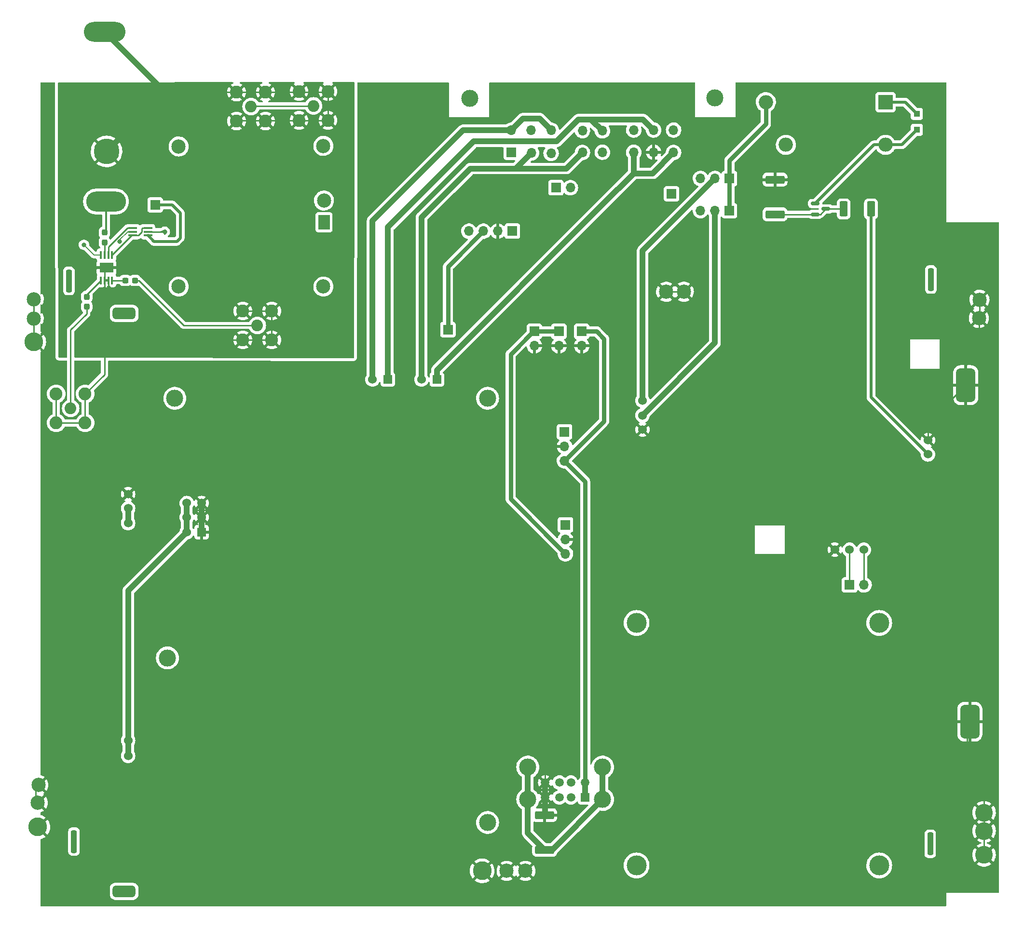
<source format=gtl>
G04 #@! TF.GenerationSoftware,KiCad,Pcbnew,(6.0.1)*
G04 #@! TF.CreationDate,2022-04-19T13:09:51-07:00*
G04 #@! TF.ProjectId,Motherboard,4d6f7468-6572-4626-9f61-72642e6b6963,rev?*
G04 #@! TF.SameCoordinates,Original*
G04 #@! TF.FileFunction,Copper,L1,Top*
G04 #@! TF.FilePolarity,Positive*
%FSLAX46Y46*%
G04 Gerber Fmt 4.6, Leading zero omitted, Abs format (unit mm)*
G04 Created by KiCad (PCBNEW (6.0.1)) date 2022-04-19 13:09:51*
%MOMM*%
%LPD*%
G01*
G04 APERTURE LIST*
G04 Aperture macros list*
%AMRoundRect*
0 Rectangle with rounded corners*
0 $1 Rounding radius*
0 $2 $3 $4 $5 $6 $7 $8 $9 X,Y pos of 4 corners*
0 Add a 4 corners polygon primitive as box body*
4,1,4,$2,$3,$4,$5,$6,$7,$8,$9,$2,$3,0*
0 Add four circle primitives for the rounded corners*
1,1,$1+$1,$2,$3*
1,1,$1+$1,$4,$5*
1,1,$1+$1,$6,$7*
1,1,$1+$1,$8,$9*
0 Add four rect primitives between the rounded corners*
20,1,$1+$1,$2,$3,$4,$5,0*
20,1,$1+$1,$4,$5,$6,$7,0*
20,1,$1+$1,$6,$7,$8,$9,0*
20,1,$1+$1,$8,$9,$2,$3,0*%
G04 Aperture macros list end*
G04 #@! TA.AperFunction,ComponentPad*
%ADD10R,1.700000X1.700000*%
G04 #@! TD*
G04 #@! TA.AperFunction,ComponentPad*
%ADD11C,2.050000*%
G04 #@! TD*
G04 #@! TA.AperFunction,ComponentPad*
%ADD12C,2.250000*%
G04 #@! TD*
G04 #@! TA.AperFunction,ComponentPad*
%ADD13R,2.500000X2.500000*%
G04 #@! TD*
G04 #@! TA.AperFunction,ComponentPad*
%ADD14O,2.500000X2.500000*%
G04 #@! TD*
G04 #@! TA.AperFunction,SMDPad,CuDef*
%ADD15RoundRect,0.237500X-0.300000X-0.237500X0.300000X-0.237500X0.300000X0.237500X-0.300000X0.237500X0*%
G04 #@! TD*
G04 #@! TA.AperFunction,ComponentPad*
%ADD16O,1.700000X1.700000*%
G04 #@! TD*
G04 #@! TA.AperFunction,ComponentPad*
%ADD17RoundRect,0.500000X1.500000X-0.500000X1.500000X0.500000X-1.500000X0.500000X-1.500000X-0.500000X0*%
G04 #@! TD*
G04 #@! TA.AperFunction,ComponentPad*
%ADD18C,1.524000*%
G04 #@! TD*
G04 #@! TA.AperFunction,ComponentPad*
%ADD19C,3.300000*%
G04 #@! TD*
G04 #@! TA.AperFunction,ComponentPad*
%ADD20C,2.500000*%
G04 #@! TD*
G04 #@! TA.AperFunction,ComponentPad*
%ADD21RoundRect,0.850000X-0.850000X-2.150000X0.850000X-2.150000X0.850000X2.150000X-0.850000X2.150000X0*%
G04 #@! TD*
G04 #@! TA.AperFunction,ComponentPad*
%ADD22O,7.000000X3.500000*%
G04 #@! TD*
G04 #@! TA.AperFunction,ComponentPad*
%ADD23O,7.300000X3.500000*%
G04 #@! TD*
G04 #@! TA.AperFunction,ComponentPad*
%ADD24C,4.500000*%
G04 #@! TD*
G04 #@! TA.AperFunction,ComponentPad*
%ADD25C,3.100000*%
G04 #@! TD*
G04 #@! TA.AperFunction,ComponentPad*
%ADD26RoundRect,0.850000X0.850000X2.150000X-0.850000X2.150000X-0.850000X-2.150000X0.850000X-2.150000X0*%
G04 #@! TD*
G04 #@! TA.AperFunction,WasherPad*
%ADD27RoundRect,0.250000X-0.250000X-1.750000X0.250000X-1.750000X0.250000X1.750000X-0.250000X1.750000X0*%
G04 #@! TD*
G04 #@! TA.AperFunction,WasherPad*
%ADD28C,3.000000*%
G04 #@! TD*
G04 #@! TA.AperFunction,ComponentPad*
%ADD29R,1.524000X1.524000*%
G04 #@! TD*
G04 #@! TA.AperFunction,SMDPad,CuDef*
%ADD30RoundRect,0.237500X-0.237500X0.300000X-0.237500X-0.300000X0.237500X-0.300000X0.237500X0.300000X0*%
G04 #@! TD*
G04 #@! TA.AperFunction,ComponentPad*
%ADD31R,1.500000X1.500000*%
G04 #@! TD*
G04 #@! TA.AperFunction,ComponentPad*
%ADD32C,1.500000*%
G04 #@! TD*
G04 #@! TA.AperFunction,ComponentPad*
%ADD33C,3.000000*%
G04 #@! TD*
G04 #@! TA.AperFunction,ComponentPad*
%ADD34C,3.500000*%
G04 #@! TD*
G04 #@! TA.AperFunction,SMDPad,CuDef*
%ADD35RoundRect,0.249999X-1.425001X0.450001X-1.425001X-0.450001X1.425001X-0.450001X1.425001X0.450001X0*%
G04 #@! TD*
G04 #@! TA.AperFunction,SMDPad,CuDef*
%ADD36R,1.100000X1.100000*%
G04 #@! TD*
G04 #@! TA.AperFunction,SMDPad,CuDef*
%ADD37RoundRect,0.249999X0.450001X1.075001X-0.450001X1.075001X-0.450001X-1.075001X0.450001X-1.075001X0*%
G04 #@! TD*
G04 #@! TA.AperFunction,SMDPad,CuDef*
%ADD38R,0.431800X1.346200*%
G04 #@! TD*
G04 #@! TA.AperFunction,SMDPad,CuDef*
%ADD39R,2.413000X1.778000*%
G04 #@! TD*
G04 #@! TA.AperFunction,SMDPad,CuDef*
%ADD40R,1.500000X0.400000*%
G04 #@! TD*
G04 #@! TA.AperFunction,WasherPad*
%ADD41C,2.500000*%
G04 #@! TD*
G04 #@! TA.AperFunction,ComponentPad*
%ADD42R,2.000000X2.500000*%
G04 #@! TD*
G04 #@! TA.AperFunction,SMDPad,CuDef*
%ADD43RoundRect,0.150000X-0.587500X-0.150000X0.587500X-0.150000X0.587500X0.150000X-0.587500X0.150000X0*%
G04 #@! TD*
G04 #@! TA.AperFunction,ViaPad*
%ADD44C,0.800000*%
G04 #@! TD*
G04 #@! TA.AperFunction,Conductor*
%ADD45C,0.250000*%
G04 #@! TD*
G04 #@! TA.AperFunction,Conductor*
%ADD46C,1.000000*%
G04 #@! TD*
G04 #@! TA.AperFunction,Conductor*
%ADD47C,0.500000*%
G04 #@! TD*
G04 #@! TA.AperFunction,Conductor*
%ADD48C,0.750000*%
G04 #@! TD*
G04 #@! TA.AperFunction,Conductor*
%ADD49C,0.200000*%
G04 #@! TD*
G04 #@! TA.AperFunction,Conductor*
%ADD50C,0.300000*%
G04 #@! TD*
G04 APERTURE END LIST*
D10*
X200600000Y-105300000D03*
D11*
X177000000Y-66000000D03*
D12*
X174460000Y-63460000D03*
X179540000Y-63460000D03*
X179540000Y-68540000D03*
X174460000Y-68540000D03*
D13*
X277407500Y-65342500D03*
D14*
X256407500Y-65342500D03*
X259907500Y-72842500D03*
X277407500Y-72842500D03*
D15*
X143937500Y-96663454D03*
X145662500Y-96663454D03*
D10*
X224075000Y-105600000D03*
D16*
X224075000Y-108140000D03*
D17*
X143755000Y-102450000D03*
X143755000Y-203950000D03*
D18*
X144455000Y-136680000D03*
X144455000Y-139280000D03*
X144455000Y-134180000D03*
X144455000Y-177450000D03*
X144455000Y-180150000D03*
D19*
X127895000Y-107450000D03*
D20*
X127895000Y-103350000D03*
X127895000Y-99950000D03*
D21*
X291495000Y-115050000D03*
D20*
X241995000Y-98650000D03*
X238895000Y-98636052D03*
X293895000Y-100050000D03*
X293795000Y-103250000D03*
D22*
X140567500Y-82800000D03*
D23*
X140367500Y-53000000D03*
D24*
X140667500Y-74000000D03*
D11*
X134366000Y-119126000D03*
D12*
X131826000Y-116586000D03*
X136906000Y-116586000D03*
X131826000Y-121666000D03*
X136906000Y-121666000D03*
D10*
X221050000Y-123250000D03*
D16*
X221050000Y-125790000D03*
X221050000Y-128330000D03*
D10*
X215775000Y-105600000D03*
D16*
X215775000Y-108140000D03*
D10*
X250000000Y-78750000D03*
D16*
X247460000Y-78750000D03*
X244920000Y-78750000D03*
D19*
X206600000Y-200350000D03*
D25*
X294700000Y-190150000D03*
D26*
X292200000Y-174150000D03*
D20*
X128600000Y-188350000D03*
X210900000Y-200350000D03*
D25*
X294700000Y-197550000D03*
X294700000Y-193350000D03*
D19*
X128600000Y-192650000D03*
D20*
X128700000Y-185250000D03*
X214204026Y-200350000D03*
D18*
X234745000Y-117755000D03*
X234745000Y-120355000D03*
X268495000Y-143955000D03*
X284845000Y-124705000D03*
X234745000Y-122855000D03*
X271095000Y-143955000D03*
X273595000Y-143955000D03*
X284845000Y-127205000D03*
D27*
X285250000Y-195600000D03*
D28*
X207550000Y-191855000D03*
X151350000Y-162955000D03*
X152650000Y-117355000D03*
X207550000Y-117355000D03*
D18*
X154750000Y-138255000D03*
X154750000Y-135755000D03*
X154750000Y-140855000D03*
X157350000Y-135755000D03*
D29*
X157350000Y-140855000D03*
D18*
X157350000Y-138255000D03*
X187350000Y-114055000D03*
D29*
X190050000Y-114055000D03*
D18*
X195950000Y-114055000D03*
D29*
X198650000Y-114055000D03*
D10*
X239850000Y-81450000D03*
D30*
X140300000Y-88237500D03*
X140300000Y-89962500D03*
D31*
X224670000Y-187450000D03*
D32*
X222170000Y-187450000D03*
X220170000Y-187450000D03*
X217670000Y-187450000D03*
X224670000Y-184830000D03*
X222170000Y-184830000D03*
X220170000Y-184830000D03*
X217670000Y-184830000D03*
D33*
X214600000Y-182120000D03*
X214600000Y-187800000D03*
X227740000Y-187800000D03*
X227740000Y-182120000D03*
D10*
X149200000Y-83400000D03*
D34*
X276300000Y-156800000D03*
D35*
X258000000Y-78950000D03*
X258000000Y-85050000D03*
D10*
X211700000Y-74167500D03*
D16*
X211700000Y-70287500D03*
X215250000Y-74237500D03*
X215150000Y-70287500D03*
X218700000Y-74337500D03*
X218750000Y-70287500D03*
X224200000Y-74187500D03*
X224200000Y-70337500D03*
X227700000Y-74137500D03*
X227700000Y-70387500D03*
X233200000Y-74137500D03*
X233200000Y-70237500D03*
X236700000Y-74137500D03*
X236700000Y-70237500D03*
X240200000Y-74187500D03*
X240200000Y-70237500D03*
D33*
X247450000Y-64637500D03*
X204400000Y-64687500D03*
D27*
X134950000Y-195200000D03*
D10*
X220075000Y-105600000D03*
D16*
X220075000Y-108140000D03*
D30*
X137200000Y-99537500D03*
X137200000Y-101262500D03*
D35*
X217570000Y-190570000D03*
X217570000Y-196670000D03*
D36*
X282900000Y-70200000D03*
X282900000Y-67400000D03*
D10*
X221225000Y-139575000D03*
D16*
X221225000Y-142115000D03*
X221225000Y-144655000D03*
D10*
X250000000Y-84400000D03*
D16*
X247460000Y-84400000D03*
X244920000Y-84400000D03*
D37*
X274850000Y-84100000D03*
X270050000Y-84100000D03*
D38*
X141622860Y-92214050D03*
X140972620Y-92214050D03*
X140322380Y-92214050D03*
X139672140Y-92214050D03*
X139672140Y-96659050D03*
X140322380Y-96659050D03*
X140972620Y-96659050D03*
X141622860Y-96659050D03*
D39*
X140647500Y-94436550D03*
D27*
X285350000Y-96500000D03*
D34*
X276300000Y-199400000D03*
D10*
X211900000Y-88000000D03*
D16*
X209360000Y-88000000D03*
X206820000Y-88000000D03*
X204280000Y-88000000D03*
D40*
X147930000Y-88750000D03*
X147930000Y-88100000D03*
X147930000Y-87450000D03*
X145270000Y-87450000D03*
X145270000Y-88100000D03*
X145270000Y-88750000D03*
D27*
X134050000Y-96750000D03*
D10*
X219550000Y-80375000D03*
D16*
X222090000Y-80375000D03*
D34*
X233700000Y-156800000D03*
D10*
X271100000Y-150125000D03*
D16*
X273640000Y-150125000D03*
D41*
X178732000Y-97729000D03*
X153332000Y-73129000D03*
X178732000Y-73029000D03*
X153332000Y-97729000D03*
D42*
X178832000Y-86429000D03*
D20*
X178832000Y-82629000D03*
D11*
X166032000Y-66129000D03*
D12*
X163492000Y-68669000D03*
X163492000Y-63589000D03*
X168572000Y-63589000D03*
X168572000Y-68669000D03*
D11*
X167132000Y-104559000D03*
D12*
X169672000Y-102019000D03*
X169672000Y-107099000D03*
X164592000Y-102019000D03*
X164592000Y-107099000D03*
D34*
X233700000Y-199400000D03*
D43*
X265062500Y-83150000D03*
X265062500Y-85050000D03*
X266937500Y-84100000D03*
D44*
X286150000Y-174250000D03*
X258000000Y-76750000D03*
X217670000Y-182920000D03*
X150900000Y-88100000D03*
X130500000Y-112200000D03*
X143000000Y-89800000D03*
X136700000Y-90400000D03*
D45*
X291750000Y-174250000D02*
X291750000Y-181350000D01*
X293845000Y-107705000D02*
X292800000Y-108750000D01*
X293950000Y-183550000D02*
X294700000Y-184300000D01*
X294700000Y-184300000D02*
X294700000Y-197550000D01*
X291545000Y-115125000D02*
X291545000Y-110005000D01*
X284845000Y-121700000D02*
X291495000Y-115050000D01*
D46*
X217670000Y-187450000D02*
X217670000Y-190470000D01*
D45*
X293945000Y-103225000D02*
X293845000Y-103325000D01*
X215775000Y-108140000D02*
X224075000Y-108140000D01*
X291545000Y-110005000D02*
X292800000Y-108750000D01*
X293950000Y-183550000D02*
X291750000Y-181350000D01*
X217670000Y-182920000D02*
X217670000Y-184830000D01*
X127895000Y-107450000D02*
X130500000Y-110055000D01*
X258000000Y-76750000D02*
X258000000Y-78950000D01*
X130500000Y-110055000D02*
X130500000Y-112200000D01*
X128250000Y-185550000D02*
X128250000Y-188550000D01*
X293845000Y-103325000D02*
X293845000Y-107705000D01*
D46*
X157350000Y-135755000D02*
X157350000Y-141000000D01*
X217670000Y-190470000D02*
X217570000Y-190570000D01*
D45*
X241981052Y-98636052D02*
X241995000Y-98650000D01*
X293945000Y-100125000D02*
X293945000Y-103225000D01*
X127895000Y-99950000D02*
X127895000Y-107450000D01*
X284845000Y-124705000D02*
X284845000Y-121700000D01*
X286150000Y-174250000D02*
X292100000Y-174250000D01*
X292100000Y-174250000D02*
X292200000Y-174150000D01*
X238895000Y-98636052D02*
X241981052Y-98636052D01*
X147930000Y-88100000D02*
X150900000Y-88100000D01*
D46*
X217670000Y-184830000D02*
X217670000Y-187450000D01*
D45*
X265062500Y-85050000D02*
X265987500Y-85050000D01*
X266937500Y-84100000D02*
X270050000Y-84100000D01*
X258000000Y-85050000D02*
X265062500Y-85050000D01*
X265987500Y-85050000D02*
X266937500Y-84100000D01*
D46*
X217570000Y-196670000D02*
X218870000Y-196670000D01*
X214600000Y-193700000D02*
X214600000Y-182120000D01*
X227740000Y-182120000D02*
X227740000Y-187800000D01*
X217570000Y-196670000D02*
X214600000Y-193700000D01*
X218870000Y-196670000D02*
X227740000Y-187800000D01*
D47*
X284845000Y-127205000D02*
X274850000Y-117210000D01*
X274850000Y-117210000D02*
X274850000Y-84100000D01*
D46*
X247460000Y-78750000D02*
X234745000Y-91465000D01*
D47*
X277407500Y-65342500D02*
X280842500Y-65342500D01*
D46*
X234745000Y-91465000D02*
X234745000Y-117755000D01*
D47*
X280842500Y-65342500D02*
X282900000Y-67400000D01*
D48*
X256407500Y-69192500D02*
X256407500Y-65342500D01*
X250000000Y-78750000D02*
X250000000Y-75600000D01*
X250000000Y-75600000D02*
X256407500Y-69192500D01*
X250000000Y-84400000D02*
X250000000Y-78750000D01*
D46*
X144455000Y-136680000D02*
X144455000Y-139280000D01*
D47*
X265062500Y-83150000D02*
X275370000Y-72842500D01*
X280257500Y-72842500D02*
X282900000Y-70200000D01*
X277407500Y-72842500D02*
X280257500Y-72842500D01*
X275370000Y-72842500D02*
X277407500Y-72842500D01*
D46*
X224670000Y-187450000D02*
X224670000Y-184830000D01*
D49*
X136700000Y-90400000D02*
X138514050Y-92214050D01*
D48*
X224075000Y-105600000D02*
X226700000Y-105600000D01*
X224670000Y-131950000D02*
X224670000Y-184830000D01*
X221050000Y-128330000D02*
X224670000Y-131950000D01*
X228000000Y-121380000D02*
X221050000Y-128330000D01*
D49*
X144370978Y-88100000D02*
X145270000Y-88100000D01*
X143000000Y-89800000D02*
X143000000Y-89470978D01*
D48*
X228000000Y-106900000D02*
X228000000Y-121380000D01*
X226700000Y-105600000D02*
X228000000Y-106900000D01*
D49*
X143000000Y-89470978D02*
X144370978Y-88100000D01*
X138514050Y-92214050D02*
X139672140Y-92214050D01*
D48*
X200600000Y-94220000D02*
X206820000Y-88000000D01*
X200600000Y-105300000D02*
X200600000Y-94220000D01*
D45*
X271095000Y-150120000D02*
X271100000Y-150125000D01*
X271095000Y-143955000D02*
X271095000Y-150120000D01*
X273595000Y-150080000D02*
X273640000Y-150125000D01*
X273595000Y-143955000D02*
X273595000Y-150080000D01*
D48*
X211600000Y-109600000D02*
X215600000Y-105600000D01*
X215775000Y-105600000D02*
X220075000Y-105600000D01*
X211600000Y-135030000D02*
X211600000Y-109600000D01*
D45*
X215600000Y-105600000D02*
X215775000Y-105600000D01*
D48*
X221225000Y-144655000D02*
X211600000Y-135030000D01*
D46*
X195950000Y-85585000D02*
X204535000Y-77000000D01*
X212487500Y-77000000D02*
X221387500Y-77000000D01*
X195950000Y-114055000D02*
X195950000Y-85585000D01*
X204535000Y-77000000D02*
X212487500Y-77000000D01*
X212487500Y-77000000D02*
X215250000Y-74237500D01*
X221387500Y-77000000D02*
X224200000Y-74187500D01*
X236537500Y-77850000D02*
X240200000Y-74187500D01*
X198650000Y-112400000D02*
X227750000Y-83300000D01*
X227750000Y-83300000D02*
X233200000Y-77850000D01*
X233200000Y-77850000D02*
X233200000Y-74137500D01*
X198650000Y-114055000D02*
X198650000Y-112400000D01*
X233200000Y-77850000D02*
X236537500Y-77850000D01*
X211700000Y-70287500D02*
X203262500Y-70287500D01*
X211700000Y-70287500D02*
X213737500Y-68250000D01*
X187350000Y-114055000D02*
X187350000Y-86200000D01*
X213737500Y-68250000D02*
X216712500Y-68250000D01*
X187350000Y-86200000D02*
X203262500Y-70287500D01*
X216712500Y-68250000D02*
X218750000Y-70287500D01*
X225712500Y-68400000D02*
X227700000Y-70387500D01*
X205118000Y-72250000D02*
X190050000Y-87318000D01*
D49*
X224250000Y-68400000D02*
X225712500Y-68400000D01*
D46*
X190050000Y-87318000D02*
X190050000Y-114055000D01*
D49*
X224250000Y-68400000D02*
X223950000Y-68400000D01*
D46*
X234862500Y-68400000D02*
X236700000Y-70237500D01*
X224250000Y-68400000D02*
X234862500Y-68400000D01*
X219650000Y-72250000D02*
X205118000Y-72250000D01*
X224250000Y-68400000D02*
X223500000Y-68400000D01*
X223500000Y-68400000D02*
X219650000Y-72250000D01*
X247460000Y-84400000D02*
X247460000Y-107640000D01*
X247460000Y-107640000D02*
X234745000Y-120355000D01*
D50*
X140567500Y-87970000D02*
X140567500Y-82800000D01*
X140300000Y-88237500D02*
X140567500Y-87970000D01*
D46*
X154750000Y-135755000D02*
X154750000Y-140855000D01*
X144455000Y-177450000D02*
X144455000Y-180150000D01*
X144455000Y-177450000D02*
X144455000Y-151150000D01*
X144455000Y-151150000D02*
X154750000Y-140855000D01*
D47*
X153600000Y-84800000D02*
X153600000Y-89200000D01*
X153600000Y-89200000D02*
X153000000Y-89800000D01*
X152200000Y-83400000D02*
X153600000Y-84800000D01*
X149200000Y-83400000D02*
X152200000Y-83400000D01*
X153000000Y-89800000D02*
X148980000Y-89800000D01*
X148980000Y-89800000D02*
X147930000Y-88750000D01*
D45*
X145270000Y-88750000D02*
X146270000Y-88750000D01*
X145086910Y-88750000D02*
X141622860Y-92214050D01*
X146855489Y-88164511D02*
X146855489Y-87575489D01*
X146855489Y-87575489D02*
X146980978Y-87450000D01*
X145270000Y-88750000D02*
X145086910Y-88750000D01*
X146980978Y-87450000D02*
X147930000Y-87450000D01*
X146270000Y-88750000D02*
X146855489Y-88164511D01*
X145270000Y-87450000D02*
X144320978Y-87450000D01*
X144320978Y-87450000D02*
X140972620Y-90798358D01*
X140972620Y-90798358D02*
X140972620Y-92214050D01*
X137200000Y-99537500D02*
X137200000Y-99131190D01*
X137200000Y-99131190D02*
X139672140Y-96659050D01*
X141622860Y-96659050D02*
X143933096Y-96659050D01*
X143933096Y-96659050D02*
X143937500Y-96663454D01*
X166161000Y-66000000D02*
X166032000Y-66129000D01*
X177000000Y-66000000D02*
X166161000Y-66000000D01*
X137200000Y-101262500D02*
X137200000Y-102525816D01*
X137200000Y-102525816D02*
X134366000Y-105359816D01*
X134366000Y-119126000D02*
X134366000Y-105359816D01*
X154259000Y-104559000D02*
X167132000Y-104559000D01*
X146363454Y-96663454D02*
X154259000Y-104559000D01*
X145662500Y-96663454D02*
X146363454Y-96663454D01*
X163492000Y-63589000D02*
X179411000Y-63589000D01*
X140322380Y-96659050D02*
X140322380Y-94761670D01*
X163492000Y-63589000D02*
X151078500Y-63589000D01*
D46*
X150956500Y-63589000D02*
X140367500Y-53000000D01*
D45*
X136906000Y-121666000D02*
X136906000Y-116586000D01*
X179540000Y-68540000D02*
X163621000Y-68540000D01*
X169672000Y-107099000D02*
X164592000Y-107099000D01*
X169672000Y-102019000D02*
X169672000Y-107099000D01*
X140972620Y-97582150D02*
X143090470Y-99700000D01*
X163621000Y-68540000D02*
X163492000Y-68669000D01*
X140972620Y-96659050D02*
X140972620Y-97582150D01*
X179540000Y-63460000D02*
X179540000Y-68540000D01*
X154699000Y-107099000D02*
X164592000Y-107099000D01*
X164592000Y-102019000D02*
X169672000Y-102019000D01*
X147300000Y-99700000D02*
X154699000Y-107099000D01*
X179411000Y-63589000D02*
X179540000Y-63460000D01*
D46*
X151078500Y-63589000D02*
X140667500Y-74000000D01*
D45*
X131826000Y-116586000D02*
X131826000Y-121666000D01*
X140322380Y-113169620D02*
X136906000Y-116586000D01*
X143090470Y-99700000D02*
X147300000Y-99700000D01*
X131826000Y-121666000D02*
X136906000Y-121666000D01*
X140322380Y-96659050D02*
X140322380Y-113169620D01*
X140972620Y-96659050D02*
X140322380Y-96659050D01*
X140322380Y-94761670D02*
X140647500Y-94436550D01*
X140322380Y-89984880D02*
X140300000Y-89962500D01*
X140322380Y-92214050D02*
X140322380Y-89984880D01*
G04 #@! TA.AperFunction,Conductor*
G36*
X131540360Y-61870002D02*
G01*
X131586853Y-61923658D01*
X131596994Y-61993670D01*
X131592262Y-62027071D01*
X131592271Y-62031566D01*
X131592271Y-62031570D01*
X131595508Y-63594982D01*
X131598240Y-64914523D01*
X131600757Y-66130052D01*
X131603277Y-67347453D01*
X131606026Y-68674982D01*
X131608758Y-69994523D01*
X131612659Y-71878825D01*
X131617001Y-73975910D01*
X131621446Y-76123034D01*
X131622076Y-76427247D01*
X131651007Y-90401052D01*
X131667882Y-98551452D01*
X131688809Y-108659085D01*
X131690716Y-109580150D01*
X131691741Y-110075555D01*
X131697549Y-110129041D01*
X131702548Y-110175067D01*
X131703358Y-110182528D01*
X131714644Y-110234388D01*
X131715698Y-110237563D01*
X131743871Y-110322469D01*
X131748527Y-110336502D01*
X131826464Y-110458291D01*
X131829396Y-110461688D01*
X131869914Y-110508632D01*
X131869921Y-110508639D01*
X131872853Y-110512036D01*
X131981941Y-110606931D01*
X132062783Y-110644040D01*
X132109257Y-110665374D01*
X132109261Y-110665376D01*
X132113349Y-110667252D01*
X132181430Y-110687386D01*
X132185874Y-110688034D01*
X132185880Y-110688035D01*
X132320075Y-110707594D01*
X132320081Y-110707594D01*
X132324517Y-110708241D01*
X132329002Y-110708250D01*
X132329007Y-110708250D01*
X133605280Y-110710709D01*
X133605277Y-110712068D01*
X133669030Y-110727244D01*
X133718244Y-110778415D01*
X133732500Y-110836633D01*
X133732500Y-117645598D01*
X133712498Y-117713719D01*
X133667208Y-117754690D01*
X133667653Y-117755416D01*
X133663433Y-117758002D01*
X133663429Y-117758004D01*
X133659397Y-117760475D01*
X133461844Y-117881536D01*
X133278299Y-118038299D01*
X133275091Y-118042055D01*
X133271756Y-118045960D01*
X133121536Y-118221844D01*
X132995416Y-118427653D01*
X132993523Y-118432223D01*
X132993521Y-118432227D01*
X132920439Y-118608664D01*
X132903045Y-118650657D01*
X132901890Y-118655469D01*
X132847851Y-118880553D01*
X132847850Y-118880559D01*
X132846696Y-118885366D01*
X132827758Y-119126000D01*
X132846696Y-119366634D01*
X132847850Y-119371441D01*
X132847851Y-119371447D01*
X132883267Y-119518961D01*
X132903045Y-119601343D01*
X132904938Y-119605914D01*
X132904939Y-119605916D01*
X132951086Y-119717324D01*
X132995416Y-119824347D01*
X133121536Y-120030156D01*
X133222175Y-120147988D01*
X133273965Y-120208626D01*
X133278299Y-120213701D01*
X133461844Y-120370464D01*
X133667653Y-120496584D01*
X133672223Y-120498477D01*
X133672227Y-120498479D01*
X133873325Y-120581776D01*
X133890657Y-120588955D01*
X133973039Y-120608733D01*
X134120553Y-120644149D01*
X134120559Y-120644150D01*
X134125366Y-120645304D01*
X134366000Y-120664242D01*
X134606634Y-120645304D01*
X134611441Y-120644150D01*
X134611447Y-120644149D01*
X134758961Y-120608733D01*
X134841343Y-120588955D01*
X134858675Y-120581776D01*
X135059773Y-120498479D01*
X135059777Y-120498477D01*
X135064347Y-120496584D01*
X135270156Y-120370464D01*
X135453701Y-120213701D01*
X135458036Y-120208626D01*
X135509825Y-120147988D01*
X135610464Y-120030156D01*
X135736584Y-119824347D01*
X135780915Y-119717324D01*
X135827061Y-119605916D01*
X135827062Y-119605914D01*
X135828955Y-119601343D01*
X135848733Y-119518961D01*
X135884149Y-119371447D01*
X135884150Y-119371441D01*
X135885304Y-119366634D01*
X135904242Y-119126000D01*
X135885304Y-118885366D01*
X135884150Y-118880559D01*
X135884149Y-118880553D01*
X135830110Y-118655469D01*
X135828955Y-118650657D01*
X135811561Y-118608664D01*
X135738479Y-118432227D01*
X135738477Y-118432223D01*
X135736584Y-118427653D01*
X135610464Y-118221844D01*
X135460244Y-118045960D01*
X135456909Y-118042055D01*
X135453701Y-118038299D01*
X135270156Y-117881536D01*
X135072603Y-117760475D01*
X135068571Y-117758004D01*
X135068567Y-117758002D01*
X135064347Y-117755416D01*
X135064846Y-117754601D01*
X135016688Y-117709128D01*
X134999500Y-117645598D01*
X134999500Y-110839638D01*
X135019502Y-110771517D01*
X135073158Y-110725024D01*
X135125743Y-110713638D01*
X139563123Y-110722188D01*
X139631205Y-110742322D01*
X139677594Y-110796067D01*
X139688880Y-110848188D01*
X139688880Y-112855026D01*
X139668878Y-112923147D01*
X139651975Y-112944121D01*
X137582259Y-115013837D01*
X137519947Y-115047863D01*
X137444947Y-115041151D01*
X137412340Y-115027645D01*
X137325498Y-115006796D01*
X137167139Y-114968777D01*
X137167133Y-114968776D01*
X137162326Y-114967622D01*
X136906000Y-114947449D01*
X136649674Y-114967622D01*
X136644867Y-114968776D01*
X136644861Y-114968777D01*
X136486502Y-115006796D01*
X136399660Y-115027645D01*
X136395089Y-115029538D01*
X136395087Y-115029539D01*
X136166687Y-115124145D01*
X136166683Y-115124147D01*
X136162113Y-115126040D01*
X135942884Y-115260384D01*
X135747369Y-115427369D01*
X135580384Y-115622884D01*
X135446040Y-115842113D01*
X135444147Y-115846683D01*
X135444145Y-115846687D01*
X135350925Y-116071742D01*
X135347645Y-116079660D01*
X135346490Y-116084472D01*
X135292680Y-116308607D01*
X135287622Y-116329674D01*
X135267449Y-116586000D01*
X135287622Y-116842326D01*
X135288776Y-116847133D01*
X135288777Y-116847139D01*
X135311194Y-116940511D01*
X135347645Y-117092340D01*
X135349538Y-117096911D01*
X135349539Y-117096913D01*
X135443649Y-117324114D01*
X135446040Y-117329887D01*
X135448626Y-117334107D01*
X135463899Y-117359031D01*
X135580384Y-117549116D01*
X135747369Y-117744631D01*
X135942884Y-117911616D01*
X136162113Y-118045960D01*
X136166683Y-118047853D01*
X136166691Y-118047857D01*
X136194717Y-118059465D01*
X136249998Y-118104012D01*
X136272500Y-118175874D01*
X136272500Y-120076126D01*
X136252498Y-120144247D01*
X136194717Y-120192535D01*
X136166691Y-120204143D01*
X136166683Y-120204147D01*
X136162113Y-120206040D01*
X135942884Y-120340384D01*
X135747369Y-120507369D01*
X135580384Y-120702884D01*
X135446040Y-120922113D01*
X135444147Y-120926683D01*
X135444143Y-120926691D01*
X135432535Y-120954717D01*
X135387988Y-121009998D01*
X135316126Y-121032500D01*
X133415874Y-121032500D01*
X133347753Y-121012498D01*
X133299465Y-120954717D01*
X133287857Y-120926691D01*
X133287853Y-120926683D01*
X133285960Y-120922113D01*
X133151616Y-120702884D01*
X132984631Y-120507369D01*
X132789116Y-120340384D01*
X132569887Y-120206040D01*
X132565317Y-120204147D01*
X132565309Y-120204143D01*
X132537283Y-120192535D01*
X132482002Y-120147988D01*
X132459500Y-120076126D01*
X132459500Y-118175874D01*
X132479502Y-118107753D01*
X132537283Y-118059465D01*
X132565309Y-118047857D01*
X132565317Y-118047853D01*
X132569887Y-118045960D01*
X132789116Y-117911616D01*
X132984631Y-117744631D01*
X133151616Y-117549116D01*
X133268101Y-117359031D01*
X133283374Y-117334107D01*
X133285960Y-117329887D01*
X133288352Y-117324114D01*
X133382461Y-117096913D01*
X133382462Y-117096911D01*
X133384355Y-117092340D01*
X133420806Y-116940511D01*
X133443223Y-116847139D01*
X133443224Y-116847133D01*
X133444378Y-116842326D01*
X133464551Y-116586000D01*
X133444378Y-116329674D01*
X133439321Y-116308607D01*
X133385510Y-116084472D01*
X133384355Y-116079660D01*
X133381075Y-116071742D01*
X133287855Y-115846687D01*
X133287853Y-115846683D01*
X133285960Y-115842113D01*
X133151616Y-115622884D01*
X132984631Y-115427369D01*
X132789116Y-115260384D01*
X132569887Y-115126040D01*
X132565317Y-115124147D01*
X132565313Y-115124145D01*
X132336913Y-115029539D01*
X132336911Y-115029538D01*
X132332340Y-115027645D01*
X132245498Y-115006796D01*
X132087139Y-114968777D01*
X132087133Y-114968776D01*
X132082326Y-114967622D01*
X131826000Y-114947449D01*
X131569674Y-114967622D01*
X131564867Y-114968776D01*
X131564861Y-114968777D01*
X131406502Y-115006796D01*
X131319660Y-115027645D01*
X131315089Y-115029538D01*
X131315087Y-115029539D01*
X131086687Y-115124145D01*
X131086683Y-115124147D01*
X131082113Y-115126040D01*
X130862884Y-115260384D01*
X130667369Y-115427369D01*
X130500384Y-115622884D01*
X130366040Y-115842113D01*
X130364147Y-115846683D01*
X130364145Y-115846687D01*
X130270925Y-116071742D01*
X130267645Y-116079660D01*
X130266490Y-116084472D01*
X130212680Y-116308607D01*
X130207622Y-116329674D01*
X130187449Y-116586000D01*
X130207622Y-116842326D01*
X130208776Y-116847133D01*
X130208777Y-116847139D01*
X130231194Y-116940511D01*
X130267645Y-117092340D01*
X130269538Y-117096911D01*
X130269539Y-117096913D01*
X130363649Y-117324114D01*
X130366040Y-117329887D01*
X130368626Y-117334107D01*
X130383899Y-117359031D01*
X130500384Y-117549116D01*
X130667369Y-117744631D01*
X130862884Y-117911616D01*
X131082113Y-118045960D01*
X131086683Y-118047853D01*
X131086691Y-118047857D01*
X131114717Y-118059465D01*
X131169998Y-118104012D01*
X131192500Y-118175874D01*
X131192500Y-120076126D01*
X131172498Y-120144247D01*
X131114717Y-120192535D01*
X131086691Y-120204143D01*
X131086683Y-120204147D01*
X131082113Y-120206040D01*
X130862884Y-120340384D01*
X130667369Y-120507369D01*
X130500384Y-120702884D01*
X130366040Y-120922113D01*
X130364147Y-120926683D01*
X130364145Y-120926687D01*
X130336812Y-120992676D01*
X130267645Y-121159660D01*
X130266490Y-121164472D01*
X130209191Y-121403139D01*
X130207622Y-121409674D01*
X130187449Y-121666000D01*
X130207622Y-121922326D01*
X130208776Y-121927133D01*
X130208777Y-121927139D01*
X130246796Y-122085498D01*
X130267645Y-122172340D01*
X130269538Y-122176911D01*
X130269539Y-122176913D01*
X130364144Y-122405309D01*
X130366040Y-122409887D01*
X130500384Y-122629116D01*
X130667369Y-122824631D01*
X130862884Y-122991616D01*
X131082113Y-123125960D01*
X131086683Y-123127853D01*
X131086687Y-123127855D01*
X131308033Y-123219539D01*
X131319660Y-123224355D01*
X131406502Y-123245204D01*
X131564861Y-123283223D01*
X131564867Y-123283224D01*
X131569674Y-123284378D01*
X131826000Y-123304551D01*
X132082326Y-123284378D01*
X132087133Y-123283224D01*
X132087139Y-123283223D01*
X132245498Y-123245204D01*
X132332340Y-123224355D01*
X132343967Y-123219539D01*
X132565313Y-123127855D01*
X132565317Y-123127853D01*
X132569887Y-123125960D01*
X132789116Y-122991616D01*
X132984631Y-122824631D01*
X133151616Y-122629116D01*
X133285960Y-122409887D01*
X133287855Y-122405313D01*
X133287857Y-122405309D01*
X133299465Y-122377283D01*
X133344012Y-122322002D01*
X133415874Y-122299500D01*
X135316126Y-122299500D01*
X135384247Y-122319502D01*
X135432535Y-122377283D01*
X135444143Y-122405309D01*
X135444145Y-122405313D01*
X135446040Y-122409887D01*
X135580384Y-122629116D01*
X135747369Y-122824631D01*
X135942884Y-122991616D01*
X136162113Y-123125960D01*
X136166683Y-123127853D01*
X136166687Y-123127855D01*
X136388033Y-123219539D01*
X136399660Y-123224355D01*
X136486502Y-123245204D01*
X136644861Y-123283223D01*
X136644867Y-123283224D01*
X136649674Y-123284378D01*
X136906000Y-123304551D01*
X137162326Y-123284378D01*
X137167133Y-123283224D01*
X137167139Y-123283223D01*
X137325498Y-123245204D01*
X137412340Y-123224355D01*
X137423967Y-123219539D01*
X137645313Y-123127855D01*
X137645317Y-123127853D01*
X137649887Y-123125960D01*
X137869116Y-122991616D01*
X138064631Y-122824631D01*
X138231616Y-122629116D01*
X138365960Y-122409887D01*
X138367857Y-122405309D01*
X138462461Y-122176913D01*
X138462462Y-122176911D01*
X138464355Y-122172340D01*
X138485204Y-122085498D01*
X138523223Y-121927139D01*
X138523224Y-121927133D01*
X138524378Y-121922326D01*
X138544551Y-121666000D01*
X138524378Y-121409674D01*
X138522810Y-121403139D01*
X138465510Y-121164472D01*
X138464355Y-121159660D01*
X138395188Y-120992676D01*
X138367855Y-120926687D01*
X138367853Y-120926683D01*
X138365960Y-120922113D01*
X138231616Y-120702884D01*
X138064631Y-120507369D01*
X137869116Y-120340384D01*
X137649887Y-120206040D01*
X137645317Y-120204147D01*
X137645309Y-120204143D01*
X137617283Y-120192535D01*
X137562002Y-120147988D01*
X137539500Y-120076126D01*
X137539500Y-118175874D01*
X137559502Y-118107753D01*
X137617283Y-118059465D01*
X137645309Y-118047857D01*
X137645317Y-118047853D01*
X137649887Y-118045960D01*
X137869116Y-117911616D01*
X138064631Y-117744631D01*
X138231616Y-117549116D01*
X138348101Y-117359031D01*
X138363374Y-117334107D01*
X138363490Y-117333918D01*
X150636917Y-117333918D01*
X150652682Y-117607320D01*
X150653507Y-117611525D01*
X150653508Y-117611533D01*
X150680581Y-117749525D01*
X150705405Y-117876053D01*
X150706792Y-117880103D01*
X150706793Y-117880108D01*
X150727605Y-117940895D01*
X150794112Y-118135144D01*
X150917160Y-118379799D01*
X150919586Y-118383328D01*
X150919589Y-118383334D01*
X151069843Y-118601953D01*
X151072274Y-118605490D01*
X151075161Y-118608663D01*
X151075162Y-118608664D01*
X151113665Y-118650978D01*
X151256582Y-118808043D01*
X151466675Y-118983707D01*
X151470316Y-118985991D01*
X151695024Y-119126951D01*
X151695028Y-119126953D01*
X151698664Y-119129234D01*
X151823461Y-119185582D01*
X151944345Y-119240164D01*
X151944349Y-119240166D01*
X151948257Y-119241930D01*
X152011393Y-119260632D01*
X152206723Y-119318491D01*
X152206727Y-119318492D01*
X152210836Y-119319709D01*
X152215070Y-119320357D01*
X152215075Y-119320358D01*
X152477298Y-119360483D01*
X152477300Y-119360483D01*
X152481540Y-119361132D01*
X152620912Y-119363322D01*
X152751071Y-119365367D01*
X152751077Y-119365367D01*
X152755362Y-119365434D01*
X153027235Y-119332534D01*
X153292127Y-119263041D01*
X153296087Y-119261401D01*
X153296092Y-119261399D01*
X153418632Y-119210641D01*
X153545136Y-119158241D01*
X153781582Y-119020073D01*
X153997089Y-118851094D01*
X154038809Y-118808043D01*
X154184686Y-118657509D01*
X154187669Y-118654431D01*
X154190202Y-118650983D01*
X154190206Y-118650978D01*
X154347257Y-118437178D01*
X154349795Y-118433723D01*
X154372082Y-118392676D01*
X154478418Y-118196830D01*
X154478419Y-118196828D01*
X154480468Y-118193054D01*
X154577269Y-117936877D01*
X154634382Y-117687508D01*
X154637449Y-117674117D01*
X154637450Y-117674113D01*
X154638407Y-117669933D01*
X154643159Y-117616695D01*
X154662531Y-117399627D01*
X154662531Y-117399625D01*
X154662751Y-117397161D01*
X154663193Y-117355000D01*
X154661756Y-117333918D01*
X205536917Y-117333918D01*
X205552682Y-117607320D01*
X205553507Y-117611525D01*
X205553508Y-117611533D01*
X205580581Y-117749525D01*
X205605405Y-117876053D01*
X205606792Y-117880103D01*
X205606793Y-117880108D01*
X205627605Y-117940895D01*
X205694112Y-118135144D01*
X205817160Y-118379799D01*
X205819586Y-118383328D01*
X205819589Y-118383334D01*
X205969843Y-118601953D01*
X205972274Y-118605490D01*
X205975161Y-118608663D01*
X205975162Y-118608664D01*
X206013665Y-118650978D01*
X206156582Y-118808043D01*
X206366675Y-118983707D01*
X206370316Y-118985991D01*
X206595024Y-119126951D01*
X206595028Y-119126953D01*
X206598664Y-119129234D01*
X206723461Y-119185582D01*
X206844345Y-119240164D01*
X206844349Y-119240166D01*
X206848257Y-119241930D01*
X206911393Y-119260632D01*
X207106723Y-119318491D01*
X207106727Y-119318492D01*
X207110836Y-119319709D01*
X207115070Y-119320357D01*
X207115075Y-119320358D01*
X207377298Y-119360483D01*
X207377300Y-119360483D01*
X207381540Y-119361132D01*
X207520912Y-119363322D01*
X207651071Y-119365367D01*
X207651077Y-119365367D01*
X207655362Y-119365434D01*
X207927235Y-119332534D01*
X208192127Y-119263041D01*
X208196087Y-119261401D01*
X208196092Y-119261399D01*
X208318632Y-119210641D01*
X208445136Y-119158241D01*
X208681582Y-119020073D01*
X208897089Y-118851094D01*
X208938809Y-118808043D01*
X209084686Y-118657509D01*
X209087669Y-118654431D01*
X209090202Y-118650983D01*
X209090206Y-118650978D01*
X209247257Y-118437178D01*
X209249795Y-118433723D01*
X209272082Y-118392676D01*
X209378418Y-118196830D01*
X209378419Y-118196828D01*
X209380468Y-118193054D01*
X209477269Y-117936877D01*
X209534382Y-117687508D01*
X209537449Y-117674117D01*
X209537450Y-117674113D01*
X209538407Y-117669933D01*
X209543159Y-117616695D01*
X209562531Y-117399627D01*
X209562531Y-117399625D01*
X209562751Y-117397161D01*
X209563193Y-117355000D01*
X209561169Y-117325313D01*
X209544859Y-117086055D01*
X209544858Y-117086049D01*
X209544567Y-117081778D01*
X209530279Y-117012782D01*
X209489901Y-116817809D01*
X209489032Y-116813612D01*
X209397617Y-116555465D01*
X209272013Y-116312112D01*
X209262040Y-116297921D01*
X209117008Y-116091562D01*
X209114545Y-116088057D01*
X209044466Y-116012643D01*
X208931046Y-115890588D01*
X208931043Y-115890585D01*
X208928125Y-115887445D01*
X208924810Y-115884731D01*
X208924806Y-115884728D01*
X208719523Y-115716706D01*
X208716205Y-115713990D01*
X208482704Y-115570901D01*
X208478768Y-115569173D01*
X208235873Y-115462549D01*
X208235869Y-115462548D01*
X208231945Y-115460825D01*
X207968566Y-115385800D01*
X207964324Y-115385196D01*
X207964318Y-115385195D01*
X207763834Y-115356662D01*
X207697443Y-115347213D01*
X207553589Y-115346460D01*
X207427877Y-115345802D01*
X207427871Y-115345802D01*
X207423591Y-115345780D01*
X207419347Y-115346339D01*
X207419343Y-115346339D01*
X207300302Y-115362011D01*
X207152078Y-115381525D01*
X207147938Y-115382658D01*
X207147936Y-115382658D01*
X207075008Y-115402609D01*
X206887928Y-115453788D01*
X206883980Y-115455472D01*
X206639982Y-115559546D01*
X206639978Y-115559548D01*
X206636030Y-115561232D01*
X206525970Y-115627101D01*
X206404725Y-115699664D01*
X206404721Y-115699667D01*
X206401043Y-115701868D01*
X206187318Y-115873094D01*
X205998808Y-116071742D01*
X205839002Y-116294136D01*
X205710857Y-116536161D01*
X205709385Y-116540184D01*
X205709383Y-116540188D01*
X205702314Y-116559506D01*
X205616743Y-116793337D01*
X205558404Y-117060907D01*
X205551198Y-117152460D01*
X205538107Y-117318804D01*
X205536917Y-117333918D01*
X154661756Y-117333918D01*
X154661169Y-117325313D01*
X154644859Y-117086055D01*
X154644858Y-117086049D01*
X154644567Y-117081778D01*
X154630279Y-117012782D01*
X154589901Y-116817809D01*
X154589032Y-116813612D01*
X154497617Y-116555465D01*
X154372013Y-116312112D01*
X154362040Y-116297921D01*
X154217008Y-116091562D01*
X154214545Y-116088057D01*
X154144466Y-116012643D01*
X154031046Y-115890588D01*
X154031043Y-115890585D01*
X154028125Y-115887445D01*
X154024810Y-115884731D01*
X154024806Y-115884728D01*
X153819523Y-115716706D01*
X153816205Y-115713990D01*
X153582704Y-115570901D01*
X153578768Y-115569173D01*
X153335873Y-115462549D01*
X153335869Y-115462548D01*
X153331945Y-115460825D01*
X153068566Y-115385800D01*
X153064324Y-115385196D01*
X153064318Y-115385195D01*
X152863834Y-115356662D01*
X152797443Y-115347213D01*
X152653589Y-115346460D01*
X152527877Y-115345802D01*
X152527871Y-115345802D01*
X152523591Y-115345780D01*
X152519347Y-115346339D01*
X152519343Y-115346339D01*
X152400302Y-115362011D01*
X152252078Y-115381525D01*
X152247938Y-115382658D01*
X152247936Y-115382658D01*
X152175008Y-115402609D01*
X151987928Y-115453788D01*
X151983980Y-115455472D01*
X151739982Y-115559546D01*
X151739978Y-115559548D01*
X151736030Y-115561232D01*
X151625970Y-115627101D01*
X151504725Y-115699664D01*
X151504721Y-115699667D01*
X151501043Y-115701868D01*
X151287318Y-115873094D01*
X151098808Y-116071742D01*
X150939002Y-116294136D01*
X150810857Y-116536161D01*
X150809385Y-116540184D01*
X150809383Y-116540188D01*
X150802314Y-116559506D01*
X150716743Y-116793337D01*
X150658404Y-117060907D01*
X150651198Y-117152460D01*
X150638107Y-117318804D01*
X150636917Y-117333918D01*
X138363490Y-117333918D01*
X138365960Y-117329887D01*
X138368352Y-117324114D01*
X138462461Y-117096913D01*
X138462462Y-117096911D01*
X138464355Y-117092340D01*
X138500806Y-116940511D01*
X138523223Y-116847139D01*
X138523224Y-116847133D01*
X138524378Y-116842326D01*
X138544551Y-116586000D01*
X138524378Y-116329674D01*
X138519321Y-116308607D01*
X138465510Y-116084472D01*
X138464355Y-116079660D01*
X138450849Y-116047053D01*
X138443260Y-115976465D01*
X138478163Y-115909741D01*
X140332905Y-114055000D01*
X186074647Y-114055000D01*
X186094022Y-114276463D01*
X186151560Y-114491196D01*
X186153882Y-114496177D01*
X186153883Y-114496178D01*
X186243186Y-114687689D01*
X186243189Y-114687694D01*
X186245512Y-114692676D01*
X186248668Y-114697183D01*
X186248669Y-114697185D01*
X186368647Y-114868531D01*
X186373023Y-114874781D01*
X186530219Y-115031977D01*
X186534727Y-115035134D01*
X186534730Y-115035136D01*
X186552906Y-115047863D01*
X186712323Y-115159488D01*
X186717305Y-115161811D01*
X186717310Y-115161814D01*
X186908822Y-115251117D01*
X186913804Y-115253440D01*
X186919112Y-115254862D01*
X186919114Y-115254863D01*
X186951721Y-115263600D01*
X187128537Y-115310978D01*
X187350000Y-115330353D01*
X187571463Y-115310978D01*
X187748279Y-115263600D01*
X187780886Y-115254863D01*
X187780888Y-115254862D01*
X187786196Y-115253440D01*
X187791178Y-115251117D01*
X187982690Y-115161814D01*
X187982695Y-115161811D01*
X187987677Y-115159488D01*
X188147094Y-115047863D01*
X188165270Y-115035136D01*
X188165273Y-115035134D01*
X188169781Y-115031977D01*
X188326977Y-114874781D01*
X188331354Y-114868531D01*
X188451331Y-114697185D01*
X188451332Y-114697183D01*
X188454488Y-114692676D01*
X188456811Y-114687694D01*
X188456814Y-114687689D01*
X188539305Y-114510786D01*
X188586222Y-114457501D01*
X188654500Y-114438040D01*
X188722460Y-114458582D01*
X188768525Y-114512605D01*
X188779500Y-114564036D01*
X188779500Y-114865134D01*
X188786255Y-114927316D01*
X188837385Y-115063705D01*
X188924739Y-115180261D01*
X189041295Y-115267615D01*
X189177684Y-115318745D01*
X189239866Y-115325500D01*
X190860134Y-115325500D01*
X190922316Y-115318745D01*
X191058705Y-115267615D01*
X191175261Y-115180261D01*
X191262615Y-115063705D01*
X191313745Y-114927316D01*
X191320500Y-114865134D01*
X191320500Y-113244866D01*
X191313745Y-113182684D01*
X191262615Y-113046295D01*
X191175261Y-112929739D01*
X191168080Y-112924357D01*
X191108935Y-112880030D01*
X191066420Y-112823170D01*
X191058500Y-112779204D01*
X191058500Y-87787925D01*
X191078502Y-87719804D01*
X191095405Y-87698830D01*
X205498829Y-73295405D01*
X205561141Y-73261379D01*
X205587924Y-73258500D01*
X210215500Y-73258500D01*
X210283621Y-73278502D01*
X210330114Y-73332158D01*
X210341500Y-73384500D01*
X210341500Y-75065634D01*
X210348255Y-75127816D01*
X210399385Y-75264205D01*
X210486739Y-75380761D01*
X210603295Y-75468115D01*
X210739684Y-75519245D01*
X210801866Y-75526000D01*
X212231076Y-75526000D01*
X212299197Y-75546002D01*
X212345690Y-75599658D01*
X212355794Y-75669932D01*
X212326300Y-75734512D01*
X212320171Y-75741095D01*
X212106671Y-75954595D01*
X212044359Y-75988621D01*
X212017576Y-75991500D01*
X204596840Y-75991500D01*
X204583232Y-75990763D01*
X204551736Y-75987341D01*
X204551732Y-75987341D01*
X204545611Y-75986676D01*
X204527611Y-75988251D01*
X204495609Y-75991050D01*
X204490784Y-75991379D01*
X204488313Y-75991500D01*
X204485231Y-75991500D01*
X204462763Y-75993703D01*
X204442489Y-75995691D01*
X204441174Y-75995813D01*
X204408913Y-75998636D01*
X204348587Y-76003913D01*
X204343468Y-76005400D01*
X204338167Y-76005920D01*
X204249194Y-76032782D01*
X204248054Y-76033120D01*
X204158663Y-76059091D01*
X204153929Y-76061545D01*
X204148831Y-76063084D01*
X204143387Y-76065978D01*
X204143386Y-76065979D01*
X204066831Y-76106684D01*
X204065663Y-76107298D01*
X203983074Y-76150108D01*
X203978911Y-76153431D01*
X203974204Y-76155934D01*
X203969430Y-76159828D01*
X203969428Y-76159829D01*
X203902105Y-76214737D01*
X203901160Y-76215500D01*
X203862027Y-76246739D01*
X203859536Y-76249230D01*
X203858809Y-76249880D01*
X203854463Y-76253592D01*
X203835588Y-76268987D01*
X203820938Y-76280935D01*
X203817015Y-76285677D01*
X203817013Y-76285679D01*
X203791703Y-76316273D01*
X203783713Y-76325053D01*
X195280621Y-84828145D01*
X195270478Y-84837247D01*
X195240975Y-84860968D01*
X195237008Y-84865696D01*
X195208709Y-84899421D01*
X195205528Y-84903069D01*
X195203885Y-84904881D01*
X195201691Y-84907075D01*
X195174358Y-84940349D01*
X195173696Y-84941147D01*
X195113846Y-85012474D01*
X195111278Y-85017144D01*
X195107897Y-85021261D01*
X195078719Y-85075678D01*
X195064023Y-85103086D01*
X195063394Y-85104245D01*
X195021538Y-85180381D01*
X195021535Y-85180389D01*
X195018567Y-85185787D01*
X195016955Y-85190869D01*
X195014438Y-85195563D01*
X194987238Y-85284531D01*
X194986918Y-85285559D01*
X194958765Y-85374306D01*
X194958171Y-85379602D01*
X194956613Y-85384698D01*
X194947342Y-85475968D01*
X194947218Y-85477187D01*
X194947089Y-85478393D01*
X194941500Y-85528227D01*
X194941500Y-85531754D01*
X194941445Y-85532739D01*
X194940998Y-85538419D01*
X194936626Y-85581462D01*
X194939557Y-85612469D01*
X194940941Y-85627109D01*
X194941500Y-85638967D01*
X194941500Y-113240511D01*
X194918713Y-113312782D01*
X194881202Y-113366354D01*
X194845512Y-113417324D01*
X194843189Y-113422306D01*
X194843186Y-113422311D01*
X194765276Y-113589390D01*
X194751560Y-113618804D01*
X194694022Y-113833537D01*
X194674647Y-114055000D01*
X194694022Y-114276463D01*
X194751560Y-114491196D01*
X194753882Y-114496177D01*
X194753883Y-114496178D01*
X194843186Y-114687689D01*
X194843189Y-114687694D01*
X194845512Y-114692676D01*
X194848668Y-114697183D01*
X194848669Y-114697185D01*
X194968647Y-114868531D01*
X194973023Y-114874781D01*
X195130219Y-115031977D01*
X195134727Y-115035134D01*
X195134730Y-115035136D01*
X195152906Y-115047863D01*
X195312323Y-115159488D01*
X195317305Y-115161811D01*
X195317310Y-115161814D01*
X195508822Y-115251117D01*
X195513804Y-115253440D01*
X195519112Y-115254862D01*
X195519114Y-115254863D01*
X195551721Y-115263600D01*
X195728537Y-115310978D01*
X195950000Y-115330353D01*
X196171463Y-115310978D01*
X196348279Y-115263600D01*
X196380886Y-115254863D01*
X196380888Y-115254862D01*
X196386196Y-115253440D01*
X196391178Y-115251117D01*
X196582690Y-115161814D01*
X196582695Y-115161811D01*
X196587677Y-115159488D01*
X196747094Y-115047863D01*
X196765270Y-115035136D01*
X196765273Y-115035134D01*
X196769781Y-115031977D01*
X196926977Y-114874781D01*
X196931354Y-114868531D01*
X197051331Y-114697185D01*
X197051332Y-114697183D01*
X197054488Y-114692676D01*
X197056811Y-114687694D01*
X197056814Y-114687689D01*
X197139305Y-114510786D01*
X197186222Y-114457501D01*
X197254500Y-114438040D01*
X197322460Y-114458582D01*
X197368525Y-114512605D01*
X197379500Y-114564036D01*
X197379500Y-114865134D01*
X197386255Y-114927316D01*
X197437385Y-115063705D01*
X197524739Y-115180261D01*
X197641295Y-115267615D01*
X197777684Y-115318745D01*
X197839866Y-115325500D01*
X199460134Y-115325500D01*
X199522316Y-115318745D01*
X199658705Y-115267615D01*
X199775261Y-115180261D01*
X199862615Y-115063705D01*
X199913745Y-114927316D01*
X199920500Y-114865134D01*
X199920500Y-113244866D01*
X199913745Y-113182684D01*
X199862615Y-113046295D01*
X199775261Y-112929739D01*
X199760793Y-112918896D01*
X199718277Y-112862039D01*
X199713250Y-112791221D01*
X199747261Y-112728974D01*
X228422963Y-84053271D01*
X228422970Y-84053265D01*
X228422973Y-84053262D01*
X230128101Y-82348134D01*
X238491500Y-82348134D01*
X238498255Y-82410316D01*
X238549385Y-82546705D01*
X238636739Y-82663261D01*
X238753295Y-82750615D01*
X238889684Y-82801745D01*
X238951866Y-82808500D01*
X240748134Y-82808500D01*
X240810316Y-82801745D01*
X240946705Y-82750615D01*
X241063261Y-82663261D01*
X241150615Y-82546705D01*
X241201745Y-82410316D01*
X241208500Y-82348134D01*
X241208500Y-80551866D01*
X241201745Y-80489684D01*
X241150615Y-80353295D01*
X241063261Y-80236739D01*
X240946705Y-80149385D01*
X240810316Y-80098255D01*
X240748134Y-80091500D01*
X238951866Y-80091500D01*
X238889684Y-80098255D01*
X238753295Y-80149385D01*
X238636739Y-80236739D01*
X238549385Y-80353295D01*
X238498255Y-80489684D01*
X238491500Y-80551866D01*
X238491500Y-82348134D01*
X230128101Y-82348134D01*
X233580829Y-78895405D01*
X233643141Y-78861379D01*
X233669924Y-78858500D01*
X236475657Y-78858500D01*
X236489264Y-78859237D01*
X236520762Y-78862659D01*
X236520767Y-78862659D01*
X236526888Y-78863324D01*
X236553138Y-78861027D01*
X236576888Y-78858950D01*
X236581714Y-78858621D01*
X236584186Y-78858500D01*
X236587269Y-78858500D01*
X236599238Y-78857326D01*
X236630006Y-78854310D01*
X236631319Y-78854188D01*
X236675584Y-78850315D01*
X236723913Y-78846087D01*
X236729032Y-78844600D01*
X236734333Y-78844080D01*
X236823334Y-78817209D01*
X236824467Y-78816874D01*
X236907914Y-78792630D01*
X236907918Y-78792628D01*
X236913836Y-78790909D01*
X236918568Y-78788456D01*
X236923669Y-78786916D01*
X236929112Y-78784022D01*
X237005760Y-78743269D01*
X237006926Y-78742657D01*
X237083953Y-78702729D01*
X237089426Y-78699892D01*
X237093589Y-78696569D01*
X237098296Y-78694066D01*
X237170418Y-78635245D01*
X237171274Y-78634554D01*
X237210473Y-78603262D01*
X237212977Y-78600758D01*
X237213695Y-78600116D01*
X237218028Y-78596415D01*
X237251562Y-78569065D01*
X237280788Y-78533737D01*
X237288777Y-78524958D01*
X240234452Y-75579283D01*
X240296764Y-75545257D01*
X240307534Y-75543399D01*
X240410456Y-75530215D01*
X240478288Y-75521525D01*
X240478289Y-75521525D01*
X240483416Y-75520868D01*
X240498072Y-75516471D01*
X240692429Y-75458161D01*
X240692434Y-75458159D01*
X240697384Y-75456674D01*
X240897994Y-75358396D01*
X241079860Y-75228673D01*
X241127567Y-75181133D01*
X241187921Y-75120989D01*
X241238096Y-75070989D01*
X241274025Y-75020989D01*
X241365435Y-74893777D01*
X241368453Y-74889577D01*
X241393165Y-74839577D01*
X241465136Y-74693953D01*
X241465137Y-74693951D01*
X241467430Y-74689311D01*
X241521591Y-74511048D01*
X241530865Y-74480523D01*
X241530865Y-74480521D01*
X241532370Y-74475569D01*
X241561529Y-74254090D01*
X241561852Y-74240865D01*
X241563074Y-74190865D01*
X241563074Y-74190861D01*
X241563156Y-74187500D01*
X241544852Y-73964861D01*
X241490431Y-73748202D01*
X241401354Y-73543340D01*
X241338142Y-73445629D01*
X241282822Y-73360117D01*
X241282820Y-73360114D01*
X241280014Y-73355777D01*
X241129670Y-73190551D01*
X241125619Y-73187352D01*
X241125615Y-73187348D01*
X240958414Y-73055300D01*
X240958410Y-73055298D01*
X240954359Y-73052098D01*
X240758789Y-72944138D01*
X240753920Y-72942414D01*
X240753916Y-72942412D01*
X240553087Y-72871295D01*
X240553083Y-72871294D01*
X240548212Y-72869569D01*
X240543119Y-72868662D01*
X240543116Y-72868661D01*
X240333373Y-72831300D01*
X240333367Y-72831299D01*
X240328284Y-72830394D01*
X240254452Y-72829492D01*
X240110081Y-72827728D01*
X240110079Y-72827728D01*
X240104911Y-72827665D01*
X239884091Y-72861455D01*
X239671756Y-72930857D01*
X239641443Y-72946637D01*
X239528753Y-73005300D01*
X239473607Y-73034007D01*
X239469474Y-73037110D01*
X239469471Y-73037112D01*
X239328487Y-73142966D01*
X239294965Y-73168135D01*
X239229346Y-73236801D01*
X239151622Y-73318135D01*
X239140629Y-73329638D01*
X239137715Y-73333910D01*
X239137714Y-73333911D01*
X239076912Y-73423044D01*
X239014743Y-73514180D01*
X238967715Y-73615493D01*
X238934121Y-73687867D01*
X238920688Y-73716805D01*
X238860989Y-73932070D01*
X238860440Y-73937207D01*
X238845590Y-74076161D01*
X238818462Y-74141771D01*
X238809398Y-74151867D01*
X238161002Y-74800263D01*
X238098690Y-74834289D01*
X238027875Y-74829224D01*
X237971039Y-74786677D01*
X237946228Y-74720157D01*
X237958950Y-74655341D01*
X237964670Y-74643767D01*
X237968469Y-74634172D01*
X238030377Y-74430410D01*
X238032555Y-74420337D01*
X238033986Y-74409462D01*
X238031775Y-74395278D01*
X238018617Y-74391500D01*
X236972115Y-74391500D01*
X236956876Y-74395975D01*
X236955671Y-74397365D01*
X236954000Y-74405048D01*
X236954000Y-75456017D01*
X236958064Y-75469859D01*
X236971478Y-75471893D01*
X236978184Y-75471034D01*
X236988262Y-75468892D01*
X237192255Y-75407691D01*
X237201841Y-75403934D01*
X237218927Y-75395563D01*
X237288901Y-75383555D01*
X237354259Y-75411283D01*
X237394250Y-75469946D01*
X237396177Y-75540916D01*
X237363457Y-75597808D01*
X236156671Y-76804595D01*
X236094359Y-76838620D01*
X236067576Y-76841500D01*
X234334500Y-76841500D01*
X234266379Y-76821498D01*
X234219886Y-76767842D01*
X234208500Y-76715500D01*
X234208500Y-75101470D01*
X234228502Y-75033349D01*
X234236460Y-75022620D01*
X234238096Y-75020989D01*
X234368453Y-74839577D01*
X234371067Y-74834289D01*
X234465136Y-74643953D01*
X234465137Y-74643951D01*
X234467430Y-74639311D01*
X234532370Y-74425569D01*
X234535017Y-74405466D01*
X235368257Y-74405466D01*
X235398565Y-74539946D01*
X235401645Y-74549775D01*
X235481770Y-74747103D01*
X235486413Y-74756294D01*
X235597694Y-74937888D01*
X235603777Y-74946199D01*
X235743213Y-75107167D01*
X235750580Y-75114383D01*
X235914434Y-75250416D01*
X235922881Y-75256331D01*
X236106756Y-75363779D01*
X236116042Y-75368229D01*
X236315001Y-75444203D01*
X236324899Y-75447079D01*
X236428250Y-75468106D01*
X236442299Y-75466910D01*
X236446000Y-75456565D01*
X236446000Y-74409615D01*
X236441525Y-74394376D01*
X236440135Y-74393171D01*
X236432452Y-74391500D01*
X235383225Y-74391500D01*
X235369694Y-74395473D01*
X235368257Y-74405466D01*
X234535017Y-74405466D01*
X234561529Y-74204090D01*
X234561852Y-74190865D01*
X234563074Y-74140865D01*
X234563074Y-74140861D01*
X234563156Y-74137500D01*
X234544852Y-73914861D01*
X234534006Y-73871683D01*
X235364389Y-73871683D01*
X235365912Y-73880107D01*
X235378292Y-73883500D01*
X236427885Y-73883500D01*
X236443124Y-73879025D01*
X236444329Y-73877635D01*
X236446000Y-73869952D01*
X236446000Y-73865385D01*
X236954000Y-73865385D01*
X236958475Y-73880624D01*
X236959865Y-73881829D01*
X236967548Y-73883500D01*
X238018344Y-73883500D01*
X238031875Y-73879527D01*
X238033180Y-73870447D01*
X237991214Y-73703375D01*
X237987894Y-73693624D01*
X237902972Y-73498314D01*
X237898105Y-73489239D01*
X237782426Y-73310426D01*
X237776136Y-73302257D01*
X237632806Y-73144740D01*
X237625273Y-73137715D01*
X237458139Y-73005722D01*
X237449552Y-73000017D01*
X237263117Y-72897099D01*
X237253705Y-72892869D01*
X237052959Y-72821780D01*
X237042988Y-72819146D01*
X236971837Y-72806472D01*
X236958540Y-72807932D01*
X236954000Y-72822489D01*
X236954000Y-73865385D01*
X236446000Y-73865385D01*
X236446000Y-72820602D01*
X236442082Y-72807258D01*
X236427806Y-72805271D01*
X236389324Y-72811160D01*
X236379288Y-72813551D01*
X236176868Y-72879712D01*
X236167359Y-72883709D01*
X235978463Y-72982042D01*
X235969738Y-72987536D01*
X235799433Y-73115405D01*
X235791726Y-73122248D01*
X235644590Y-73276217D01*
X235638104Y-73284227D01*
X235518098Y-73460149D01*
X235513000Y-73469123D01*
X235423338Y-73662283D01*
X235419775Y-73671970D01*
X235364389Y-73871683D01*
X234534006Y-73871683D01*
X234490431Y-73698202D01*
X234401354Y-73493340D01*
X234322145Y-73370902D01*
X234282822Y-73310117D01*
X234282820Y-73310114D01*
X234280014Y-73305777D01*
X234129670Y-73140551D01*
X234125619Y-73137352D01*
X234125615Y-73137348D01*
X233958414Y-73005300D01*
X233958410Y-73005298D01*
X233954359Y-73002098D01*
X233949735Y-72999545D01*
X233849364Y-72944138D01*
X233758789Y-72894138D01*
X233753920Y-72892414D01*
X233753916Y-72892412D01*
X233553087Y-72821295D01*
X233553083Y-72821294D01*
X233548212Y-72819569D01*
X233543119Y-72818662D01*
X233543116Y-72818661D01*
X233333373Y-72781300D01*
X233333367Y-72781299D01*
X233328284Y-72780394D01*
X233254452Y-72779492D01*
X233110081Y-72777728D01*
X233110079Y-72777728D01*
X233104911Y-72777665D01*
X232884091Y-72811455D01*
X232671756Y-72880857D01*
X232593455Y-72921618D01*
X232550195Y-72944138D01*
X232473607Y-72984007D01*
X232469474Y-72987110D01*
X232469471Y-72987112D01*
X232299100Y-73115030D01*
X232294965Y-73118135D01*
X232140629Y-73279638D01*
X232137715Y-73283910D01*
X232137714Y-73283911D01*
X232085730Y-73360117D01*
X232014743Y-73464180D01*
X231983936Y-73530549D01*
X231923893Y-73659901D01*
X231920688Y-73666805D01*
X231860989Y-73882070D01*
X231837251Y-74104195D01*
X231837548Y-74109348D01*
X231837548Y-74109351D01*
X231848487Y-74299062D01*
X231850110Y-74327215D01*
X231851247Y-74332261D01*
X231851248Y-74332267D01*
X231868434Y-74408525D01*
X231899222Y-74545139D01*
X231983266Y-74752116D01*
X232022801Y-74816631D01*
X232095911Y-74935936D01*
X232099987Y-74942588D01*
X232158894Y-75010591D01*
X232160737Y-75012719D01*
X232190220Y-75077304D01*
X232191500Y-75095217D01*
X232191500Y-77380075D01*
X232171498Y-77448196D01*
X232154595Y-77469170D01*
X227077028Y-82546738D01*
X197980621Y-111643145D01*
X197970478Y-111652247D01*
X197940975Y-111675968D01*
X197937008Y-111680696D01*
X197908709Y-111714421D01*
X197905528Y-111718069D01*
X197903885Y-111719881D01*
X197901691Y-111722075D01*
X197874358Y-111755349D01*
X197873696Y-111756147D01*
X197813846Y-111827474D01*
X197811278Y-111832144D01*
X197807897Y-111836261D01*
X197776860Y-111894145D01*
X197764023Y-111918086D01*
X197763394Y-111919245D01*
X197721538Y-111995381D01*
X197721535Y-111995389D01*
X197718567Y-112000787D01*
X197716955Y-112005869D01*
X197714438Y-112010563D01*
X197687238Y-112099531D01*
X197686918Y-112100559D01*
X197658765Y-112189306D01*
X197658171Y-112194602D01*
X197656613Y-112199698D01*
X197655990Y-112205834D01*
X197647218Y-112292187D01*
X197647089Y-112293393D01*
X197641500Y-112343227D01*
X197641500Y-112346754D01*
X197641445Y-112347739D01*
X197640998Y-112353419D01*
X197636626Y-112396462D01*
X197637206Y-112402593D01*
X197640941Y-112442109D01*
X197641500Y-112453967D01*
X197641500Y-112779204D01*
X197621498Y-112847325D01*
X197591065Y-112880030D01*
X197531920Y-112924357D01*
X197524739Y-112929739D01*
X197437385Y-113046295D01*
X197386255Y-113182684D01*
X197379500Y-113244866D01*
X197379500Y-113545964D01*
X197359498Y-113614085D01*
X197305842Y-113660578D01*
X197235568Y-113670682D01*
X197170988Y-113641188D01*
X197139305Y-113599214D01*
X197056814Y-113422311D01*
X197056811Y-113422306D01*
X197054488Y-113417324D01*
X197018799Y-113366354D01*
X196981287Y-113312782D01*
X196958500Y-113240511D01*
X196958500Y-106198134D01*
X199241500Y-106198134D01*
X199248255Y-106260316D01*
X199299385Y-106396705D01*
X199386739Y-106513261D01*
X199503295Y-106600615D01*
X199639684Y-106651745D01*
X199701866Y-106658500D01*
X201498134Y-106658500D01*
X201560316Y-106651745D01*
X201696705Y-106600615D01*
X201813261Y-106513261D01*
X201900615Y-106396705D01*
X201951745Y-106260316D01*
X201958500Y-106198134D01*
X201958500Y-104401866D01*
X201951745Y-104339684D01*
X201900615Y-104203295D01*
X201813261Y-104086739D01*
X201696705Y-103999385D01*
X201674808Y-103991176D01*
X201565270Y-103950112D01*
X201508506Y-103907470D01*
X201483806Y-103840909D01*
X201483500Y-103832130D01*
X201483500Y-94638148D01*
X201503502Y-94570027D01*
X201520405Y-94549053D01*
X206675032Y-89394426D01*
X206737344Y-89360400D01*
X206768742Y-89357606D01*
X206815366Y-89359316D01*
X206876673Y-89361564D01*
X206876677Y-89361564D01*
X206881837Y-89361753D01*
X206886957Y-89361097D01*
X206886959Y-89361097D01*
X207098288Y-89334025D01*
X207098289Y-89334025D01*
X207103416Y-89333368D01*
X207108366Y-89331883D01*
X207312429Y-89270661D01*
X207312434Y-89270659D01*
X207317384Y-89269174D01*
X207517994Y-89170896D01*
X207699860Y-89041173D01*
X207858096Y-88883489D01*
X207917594Y-88800689D01*
X207988453Y-88702077D01*
X207989640Y-88702930D01*
X208036960Y-88659362D01*
X208106897Y-88647145D01*
X208172338Y-88674678D01*
X208200166Y-88706511D01*
X208257694Y-88800388D01*
X208263777Y-88808699D01*
X208403213Y-88969667D01*
X208410580Y-88976883D01*
X208574434Y-89112916D01*
X208582881Y-89118831D01*
X208766756Y-89226279D01*
X208776042Y-89230729D01*
X208975001Y-89306703D01*
X208984899Y-89309579D01*
X209088250Y-89330606D01*
X209102299Y-89329410D01*
X209106000Y-89319065D01*
X209106000Y-89318517D01*
X209614000Y-89318517D01*
X209618064Y-89332359D01*
X209631478Y-89334393D01*
X209638184Y-89333534D01*
X209648262Y-89331392D01*
X209852255Y-89270191D01*
X209861842Y-89266433D01*
X210053095Y-89172739D01*
X210061945Y-89167464D01*
X210235328Y-89043792D01*
X210243193Y-89037145D01*
X210347897Y-88932805D01*
X210410268Y-88898889D01*
X210481075Y-88904077D01*
X210537837Y-88946723D01*
X210554819Y-88977826D01*
X210579549Y-89043792D01*
X210599385Y-89096705D01*
X210686739Y-89213261D01*
X210803295Y-89300615D01*
X210939684Y-89351745D01*
X211001866Y-89358500D01*
X212798134Y-89358500D01*
X212860316Y-89351745D01*
X212996705Y-89300615D01*
X213113261Y-89213261D01*
X213200615Y-89096705D01*
X213251745Y-88960316D01*
X213258500Y-88898134D01*
X213258500Y-87101866D01*
X213251745Y-87039684D01*
X213200615Y-86903295D01*
X213113261Y-86786739D01*
X212996705Y-86699385D01*
X212860316Y-86648255D01*
X212798134Y-86641500D01*
X211001866Y-86641500D01*
X210939684Y-86648255D01*
X210803295Y-86699385D01*
X210686739Y-86786739D01*
X210599385Y-86903295D01*
X210596233Y-86911703D01*
X210596232Y-86911705D01*
X210554722Y-87022433D01*
X210512081Y-87079198D01*
X210445519Y-87103898D01*
X210376170Y-87088691D01*
X210343546Y-87063004D01*
X210292799Y-87007234D01*
X210285273Y-87000215D01*
X210118139Y-86868222D01*
X210109552Y-86862517D01*
X209923117Y-86759599D01*
X209913705Y-86755369D01*
X209712959Y-86684280D01*
X209702988Y-86681646D01*
X209631837Y-86668972D01*
X209618540Y-86670432D01*
X209614000Y-86684989D01*
X209614000Y-89318517D01*
X209106000Y-89318517D01*
X209106000Y-86683102D01*
X209102082Y-86669758D01*
X209087806Y-86667771D01*
X209049324Y-86673660D01*
X209039288Y-86676051D01*
X208836868Y-86742212D01*
X208827359Y-86746209D01*
X208638463Y-86844542D01*
X208629738Y-86850036D01*
X208459433Y-86977905D01*
X208451726Y-86984748D01*
X208304590Y-87138717D01*
X208298109Y-87146722D01*
X208193498Y-87300074D01*
X208138587Y-87345076D01*
X208068062Y-87353247D01*
X208004315Y-87321993D01*
X207983618Y-87297509D01*
X207902822Y-87172617D01*
X207902820Y-87172614D01*
X207900014Y-87168277D01*
X207749670Y-87003051D01*
X207745619Y-86999852D01*
X207745615Y-86999848D01*
X207578414Y-86867800D01*
X207578410Y-86867798D01*
X207574359Y-86864598D01*
X207538028Y-86844542D01*
X207522136Y-86835769D01*
X207378789Y-86756638D01*
X207373920Y-86754914D01*
X207373916Y-86754912D01*
X207173087Y-86683795D01*
X207173083Y-86683794D01*
X207168212Y-86682069D01*
X207163119Y-86681162D01*
X207163116Y-86681161D01*
X206953373Y-86643800D01*
X206953367Y-86643799D01*
X206948284Y-86642894D01*
X206874452Y-86641992D01*
X206730081Y-86640228D01*
X206730079Y-86640228D01*
X206724911Y-86640165D01*
X206504091Y-86673955D01*
X206291756Y-86743357D01*
X206260379Y-86759691D01*
X206113626Y-86836086D01*
X206093607Y-86846507D01*
X206089474Y-86849610D01*
X206089471Y-86849612D01*
X205919100Y-86977530D01*
X205914965Y-86980635D01*
X205760629Y-87142138D01*
X205653201Y-87299621D01*
X205598293Y-87344621D01*
X205527768Y-87352792D01*
X205464021Y-87321538D01*
X205443324Y-87297054D01*
X205362822Y-87172617D01*
X205362820Y-87172614D01*
X205360014Y-87168277D01*
X205209670Y-87003051D01*
X205205619Y-86999852D01*
X205205615Y-86999848D01*
X205038414Y-86867800D01*
X205038410Y-86867798D01*
X205034359Y-86864598D01*
X204998028Y-86844542D01*
X204982136Y-86835769D01*
X204838789Y-86756638D01*
X204833920Y-86754914D01*
X204833916Y-86754912D01*
X204633087Y-86683795D01*
X204633083Y-86683794D01*
X204628212Y-86682069D01*
X204623119Y-86681162D01*
X204623116Y-86681161D01*
X204413373Y-86643800D01*
X204413367Y-86643799D01*
X204408284Y-86642894D01*
X204334452Y-86641992D01*
X204190081Y-86640228D01*
X204190079Y-86640228D01*
X204184911Y-86640165D01*
X203964091Y-86673955D01*
X203751756Y-86743357D01*
X203720379Y-86759691D01*
X203573626Y-86836086D01*
X203553607Y-86846507D01*
X203549474Y-86849610D01*
X203549471Y-86849612D01*
X203379100Y-86977530D01*
X203374965Y-86980635D01*
X203220629Y-87142138D01*
X203094743Y-87326680D01*
X203000688Y-87529305D01*
X202940989Y-87744570D01*
X202917251Y-87966695D01*
X202917548Y-87971848D01*
X202917548Y-87971851D01*
X202929006Y-88170560D01*
X202930110Y-88189715D01*
X202931247Y-88194761D01*
X202931248Y-88194767D01*
X202947741Y-88267948D01*
X202979222Y-88407639D01*
X203063266Y-88614616D01*
X203179987Y-88805088D01*
X203326250Y-88973938D01*
X203498126Y-89116632D01*
X203691000Y-89229338D01*
X203899692Y-89309030D01*
X203970559Y-89323448D01*
X204033320Y-89356628D01*
X204068183Y-89418475D01*
X204064074Y-89489353D01*
X204034530Y-89536012D01*
X200031454Y-93539088D01*
X200016426Y-93551925D01*
X200005566Y-93559815D01*
X200001145Y-93564725D01*
X200001144Y-93564726D01*
X199961114Y-93609184D01*
X199956573Y-93613969D01*
X199942528Y-93628014D01*
X199940444Y-93630588D01*
X199940441Y-93630591D01*
X199930031Y-93643446D01*
X199925747Y-93648462D01*
X199885717Y-93692920D01*
X199885713Y-93692925D01*
X199881296Y-93697831D01*
X199874791Y-93709097D01*
X199874589Y-93709448D01*
X199863391Y-93725741D01*
X199854953Y-93736161D01*
X199824787Y-93795363D01*
X199821654Y-93801133D01*
X199791740Y-93852945D01*
X199791738Y-93852950D01*
X199788436Y-93858669D01*
X199786395Y-93864949D01*
X199786392Y-93864957D01*
X199784292Y-93871421D01*
X199776728Y-93889683D01*
X199773637Y-93895749D01*
X199773634Y-93895758D01*
X199770638Y-93901637D01*
X199768929Y-93908015D01*
X199753444Y-93965804D01*
X199751578Y-93972106D01*
X199731046Y-94035298D01*
X199730356Y-94041866D01*
X199729645Y-94048628D01*
X199726042Y-94068071D01*
X199722570Y-94081029D01*
X199722225Y-94087619D01*
X199722224Y-94087623D01*
X199719093Y-94147367D01*
X199718577Y-94153931D01*
X199716500Y-94173694D01*
X199716500Y-94193555D01*
X199716327Y-94200150D01*
X199712850Y-94266493D01*
X199713882Y-94273007D01*
X199714949Y-94279744D01*
X199716500Y-94299456D01*
X199716500Y-103832130D01*
X199696498Y-103900251D01*
X199642842Y-103946744D01*
X199634730Y-103950112D01*
X199525192Y-103991176D01*
X199503295Y-103999385D01*
X199386739Y-104086739D01*
X199299385Y-104203295D01*
X199248255Y-104339684D01*
X199241500Y-104401866D01*
X199241500Y-106198134D01*
X196958500Y-106198134D01*
X196958500Y-86054925D01*
X196978502Y-85986804D01*
X196995405Y-85965830D01*
X201688100Y-81273134D01*
X218191500Y-81273134D01*
X218198255Y-81335316D01*
X218249385Y-81471705D01*
X218336739Y-81588261D01*
X218453295Y-81675615D01*
X218589684Y-81726745D01*
X218651866Y-81733500D01*
X220448134Y-81733500D01*
X220510316Y-81726745D01*
X220646705Y-81675615D01*
X220763261Y-81588261D01*
X220850615Y-81471705D01*
X220872799Y-81412529D01*
X220894598Y-81354382D01*
X220937240Y-81297618D01*
X221003802Y-81272918D01*
X221073150Y-81288126D01*
X221107817Y-81316114D01*
X221136250Y-81348938D01*
X221308126Y-81491632D01*
X221501000Y-81604338D01*
X221709692Y-81684030D01*
X221714760Y-81685061D01*
X221714763Y-81685062D01*
X221822017Y-81706883D01*
X221928597Y-81728567D01*
X221933772Y-81728757D01*
X221933774Y-81728757D01*
X222146673Y-81736564D01*
X222146677Y-81736564D01*
X222151837Y-81736753D01*
X222156957Y-81736097D01*
X222156959Y-81736097D01*
X222368288Y-81709025D01*
X222368289Y-81709025D01*
X222373416Y-81708368D01*
X222378366Y-81706883D01*
X222582429Y-81645661D01*
X222582434Y-81645659D01*
X222587384Y-81644174D01*
X222787994Y-81545896D01*
X222969860Y-81416173D01*
X222983708Y-81402374D01*
X223113616Y-81272918D01*
X223128096Y-81258489D01*
X223258453Y-81077077D01*
X223357430Y-80876811D01*
X223422370Y-80663069D01*
X223451529Y-80441590D01*
X223453156Y-80375000D01*
X223434852Y-80152361D01*
X223380431Y-79935702D01*
X223291354Y-79730840D01*
X223173849Y-79549205D01*
X223172822Y-79547617D01*
X223172820Y-79547614D01*
X223170014Y-79543277D01*
X223019670Y-79378051D01*
X223015619Y-79374852D01*
X223015615Y-79374848D01*
X222848414Y-79242800D01*
X222848410Y-79242798D01*
X222844359Y-79239598D01*
X222812689Y-79222115D01*
X222779873Y-79204000D01*
X222648789Y-79131638D01*
X222643920Y-79129914D01*
X222643916Y-79129912D01*
X222443087Y-79058795D01*
X222443083Y-79058794D01*
X222438212Y-79057069D01*
X222433119Y-79056162D01*
X222433116Y-79056161D01*
X222223373Y-79018800D01*
X222223367Y-79018799D01*
X222218284Y-79017894D01*
X222144452Y-79016992D01*
X222000081Y-79015228D01*
X222000079Y-79015228D01*
X221994911Y-79015165D01*
X221774091Y-79048955D01*
X221561756Y-79118357D01*
X221531443Y-79134137D01*
X221394028Y-79205671D01*
X221363607Y-79221507D01*
X221359474Y-79224610D01*
X221359471Y-79224612D01*
X221189100Y-79352530D01*
X221184965Y-79355635D01*
X221118031Y-79425678D01*
X221104283Y-79440064D01*
X221042759Y-79475494D01*
X220971846Y-79472037D01*
X220914060Y-79430791D01*
X220895207Y-79397243D01*
X220853767Y-79286703D01*
X220850615Y-79278295D01*
X220763261Y-79161739D01*
X220646705Y-79074385D01*
X220510316Y-79023255D01*
X220448134Y-79016500D01*
X218651866Y-79016500D01*
X218589684Y-79023255D01*
X218453295Y-79074385D01*
X218336739Y-79161739D01*
X218249385Y-79278295D01*
X218198255Y-79414684D01*
X218191500Y-79476866D01*
X218191500Y-81273134D01*
X201688100Y-81273134D01*
X204915829Y-78045405D01*
X204978141Y-78011379D01*
X205004924Y-78008500D01*
X212425657Y-78008500D01*
X212439264Y-78009237D01*
X212470762Y-78012659D01*
X212470767Y-78012659D01*
X212476888Y-78013324D01*
X212526553Y-78008979D01*
X212537534Y-78008500D01*
X221325657Y-78008500D01*
X221339264Y-78009237D01*
X221370762Y-78012659D01*
X221370767Y-78012659D01*
X221376888Y-78013324D01*
X221403138Y-78011027D01*
X221426888Y-78008950D01*
X221431714Y-78008621D01*
X221434186Y-78008500D01*
X221437269Y-78008500D01*
X221449238Y-78007326D01*
X221480006Y-78004310D01*
X221481319Y-78004188D01*
X221525584Y-78000315D01*
X221573913Y-77996087D01*
X221579032Y-77994600D01*
X221584333Y-77994080D01*
X221673334Y-77967209D01*
X221674467Y-77966874D01*
X221757914Y-77942630D01*
X221757918Y-77942628D01*
X221763836Y-77940909D01*
X221768568Y-77938456D01*
X221773669Y-77936916D01*
X221808725Y-77918277D01*
X221855760Y-77893269D01*
X221856926Y-77892657D01*
X221933953Y-77852729D01*
X221939426Y-77849892D01*
X221943589Y-77846569D01*
X221948296Y-77844066D01*
X222020418Y-77785245D01*
X222021274Y-77784554D01*
X222060473Y-77753262D01*
X222062977Y-77750758D01*
X222063695Y-77750116D01*
X222068028Y-77746415D01*
X222101562Y-77719065D01*
X222130788Y-77683737D01*
X222138777Y-77674958D01*
X224234452Y-75579282D01*
X224296764Y-75545257D01*
X224307530Y-75543399D01*
X224432683Y-75527367D01*
X224478289Y-75521525D01*
X224478292Y-75521524D01*
X224483416Y-75520868D01*
X224498072Y-75516471D01*
X224692429Y-75458161D01*
X224692434Y-75458159D01*
X224697384Y-75456674D01*
X224897994Y-75358396D01*
X225079860Y-75228673D01*
X225127567Y-75181133D01*
X225187921Y-75120989D01*
X225238096Y-75070989D01*
X225274025Y-75020989D01*
X225365435Y-74893777D01*
X225368453Y-74889577D01*
X225393165Y-74839577D01*
X225465136Y-74693953D01*
X225465137Y-74693951D01*
X225467430Y-74689311D01*
X225521591Y-74511048D01*
X225530865Y-74480523D01*
X225530865Y-74480521D01*
X225532370Y-74475569D01*
X225561529Y-74254090D01*
X225561852Y-74240865D01*
X225563074Y-74190865D01*
X225563074Y-74190861D01*
X225563156Y-74187500D01*
X225556307Y-74104195D01*
X226337251Y-74104195D01*
X226337548Y-74109348D01*
X226337548Y-74109351D01*
X226348487Y-74299062D01*
X226350110Y-74327215D01*
X226351247Y-74332261D01*
X226351248Y-74332267D01*
X226368434Y-74408525D01*
X226399222Y-74545139D01*
X226483266Y-74752116D01*
X226522801Y-74816631D01*
X226595911Y-74935936D01*
X226599987Y-74942588D01*
X226746250Y-75111438D01*
X226918126Y-75254132D01*
X227111000Y-75366838D01*
X227115825Y-75368680D01*
X227115826Y-75368681D01*
X227154777Y-75383555D01*
X227319692Y-75446530D01*
X227324760Y-75447561D01*
X227324763Y-75447562D01*
X227390956Y-75461029D01*
X227538597Y-75491067D01*
X227543772Y-75491257D01*
X227543774Y-75491257D01*
X227756673Y-75499064D01*
X227756677Y-75499064D01*
X227761837Y-75499253D01*
X227766957Y-75498597D01*
X227766959Y-75498597D01*
X227978288Y-75471525D01*
X227978289Y-75471525D01*
X227983416Y-75470868D01*
X227988366Y-75469383D01*
X228192429Y-75408161D01*
X228192434Y-75408159D01*
X228197384Y-75406674D01*
X228397994Y-75308396D01*
X228579860Y-75178673D01*
X228738096Y-75020989D01*
X228747420Y-75008014D01*
X228865435Y-74843777D01*
X228868453Y-74839577D01*
X228871067Y-74834289D01*
X228965136Y-74643953D01*
X228965137Y-74643951D01*
X228967430Y-74639311D01*
X229032370Y-74425569D01*
X229061529Y-74204090D01*
X229061852Y-74190865D01*
X229063074Y-74140865D01*
X229063074Y-74140861D01*
X229063156Y-74137500D01*
X229044852Y-73914861D01*
X228990431Y-73698202D01*
X228901354Y-73493340D01*
X228822145Y-73370902D01*
X228782822Y-73310117D01*
X228782820Y-73310114D01*
X228780014Y-73305777D01*
X228629670Y-73140551D01*
X228625619Y-73137352D01*
X228625615Y-73137348D01*
X228458414Y-73005300D01*
X228458410Y-73005298D01*
X228454359Y-73002098D01*
X228449735Y-72999545D01*
X228349364Y-72944138D01*
X228258789Y-72894138D01*
X228253920Y-72892414D01*
X228253916Y-72892412D01*
X228053087Y-72821295D01*
X228053083Y-72821294D01*
X228048212Y-72819569D01*
X228043119Y-72818662D01*
X228043116Y-72818661D01*
X227833373Y-72781300D01*
X227833367Y-72781299D01*
X227828284Y-72780394D01*
X227754452Y-72779492D01*
X227610081Y-72777728D01*
X227610079Y-72777728D01*
X227604911Y-72777665D01*
X227384091Y-72811455D01*
X227171756Y-72880857D01*
X227093455Y-72921618D01*
X227050195Y-72944138D01*
X226973607Y-72984007D01*
X226969474Y-72987110D01*
X226969471Y-72987112D01*
X226799100Y-73115030D01*
X226794965Y-73118135D01*
X226640629Y-73279638D01*
X226637715Y-73283910D01*
X226637714Y-73283911D01*
X226585730Y-73360117D01*
X226514743Y-73464180D01*
X226483936Y-73530549D01*
X226423893Y-73659901D01*
X226420688Y-73666805D01*
X226360989Y-73882070D01*
X226337251Y-74104195D01*
X225556307Y-74104195D01*
X225544852Y-73964861D01*
X225490431Y-73748202D01*
X225401354Y-73543340D01*
X225338142Y-73445629D01*
X225282822Y-73360117D01*
X225282820Y-73360114D01*
X225280014Y-73355777D01*
X225129670Y-73190551D01*
X225125619Y-73187352D01*
X225125615Y-73187348D01*
X224958414Y-73055300D01*
X224958410Y-73055298D01*
X224954359Y-73052098D01*
X224758789Y-72944138D01*
X224753920Y-72942414D01*
X224753916Y-72942412D01*
X224553087Y-72871295D01*
X224553083Y-72871294D01*
X224548212Y-72869569D01*
X224543119Y-72868662D01*
X224543116Y-72868661D01*
X224333373Y-72831300D01*
X224333367Y-72831299D01*
X224328284Y-72830394D01*
X224254452Y-72829492D01*
X224110081Y-72827728D01*
X224110079Y-72827728D01*
X224104911Y-72827665D01*
X223884091Y-72861455D01*
X223671756Y-72930857D01*
X223641443Y-72946637D01*
X223528753Y-73005300D01*
X223473607Y-73034007D01*
X223469474Y-73037110D01*
X223469471Y-73037112D01*
X223328487Y-73142966D01*
X223294965Y-73168135D01*
X223229346Y-73236801D01*
X223151622Y-73318135D01*
X223140629Y-73329638D01*
X223137715Y-73333910D01*
X223137714Y-73333911D01*
X223076912Y-73423044D01*
X223014743Y-73514180D01*
X222967715Y-73615493D01*
X222934121Y-73687867D01*
X222920688Y-73716805D01*
X222860989Y-73932070D01*
X222860440Y-73937207D01*
X222845590Y-74076162D01*
X222818462Y-74141772D01*
X222809398Y-74151868D01*
X221006671Y-75954595D01*
X220944359Y-75988621D01*
X220917576Y-75991500D01*
X215226424Y-75991500D01*
X215158303Y-75971498D01*
X215111810Y-75917842D01*
X215101706Y-75847568D01*
X215131200Y-75782988D01*
X215137329Y-75776405D01*
X215284452Y-75629282D01*
X215346764Y-75595256D01*
X215357530Y-75593399D01*
X215467734Y-75579282D01*
X215528289Y-75571525D01*
X215528292Y-75571524D01*
X215533416Y-75570868D01*
X215555538Y-75564231D01*
X215742429Y-75508161D01*
X215742434Y-75508159D01*
X215747384Y-75506674D01*
X215947994Y-75408396D01*
X216129860Y-75278673D01*
X216137168Y-75271391D01*
X216284435Y-75124637D01*
X216288096Y-75120989D01*
X216292587Y-75114740D01*
X216415435Y-74943777D01*
X216418453Y-74939577D01*
X216428580Y-74919088D01*
X216515136Y-74743953D01*
X216515137Y-74743951D01*
X216517430Y-74739311D01*
X216576424Y-74545139D01*
X216580865Y-74530523D01*
X216580865Y-74530521D01*
X216582370Y-74525569D01*
X216611529Y-74304090D01*
X216613156Y-74237500D01*
X216594852Y-74014861D01*
X216540431Y-73798202D01*
X216451354Y-73593340D01*
X216360525Y-73452940D01*
X216340318Y-73384880D01*
X216360114Y-73316699D01*
X216413629Y-73270045D01*
X216466317Y-73258500D01*
X217557263Y-73258500D01*
X217625384Y-73278502D01*
X217671877Y-73332158D01*
X217681981Y-73402432D01*
X217648357Y-73471551D01*
X217640629Y-73479638D01*
X217637715Y-73483910D01*
X217637714Y-73483911D01*
X217585979Y-73559752D01*
X217514743Y-73664180D01*
X217420688Y-73866805D01*
X217360989Y-74082070D01*
X217337251Y-74304195D01*
X217337548Y-74309348D01*
X217337548Y-74309351D01*
X217346305Y-74461217D01*
X217350110Y-74527215D01*
X217351247Y-74532261D01*
X217351248Y-74532267D01*
X217371119Y-74620439D01*
X217399222Y-74745139D01*
X217439346Y-74843953D01*
X217480982Y-74946490D01*
X217483266Y-74952116D01*
X217522899Y-75016791D01*
X217590935Y-75127816D01*
X217599987Y-75142588D01*
X217746250Y-75311438D01*
X217918126Y-75454132D01*
X218111000Y-75566838D01*
X218115825Y-75568680D01*
X218115826Y-75568681D01*
X218185419Y-75595256D01*
X218319692Y-75646530D01*
X218324760Y-75647561D01*
X218324763Y-75647562D01*
X218384640Y-75659744D01*
X218538597Y-75691067D01*
X218543772Y-75691257D01*
X218543774Y-75691257D01*
X218756673Y-75699064D01*
X218756677Y-75699064D01*
X218761837Y-75699253D01*
X218766957Y-75698597D01*
X218766959Y-75698597D01*
X218978288Y-75671525D01*
X218978289Y-75671525D01*
X218983416Y-75670868D01*
X219020494Y-75659744D01*
X219192429Y-75608161D01*
X219192434Y-75608159D01*
X219197384Y-75606674D01*
X219397994Y-75508396D01*
X219579860Y-75378673D01*
X219591737Y-75366838D01*
X219683867Y-75275029D01*
X219738096Y-75220989D01*
X219771122Y-75175029D01*
X219865435Y-75043777D01*
X219868453Y-75039577D01*
X219873947Y-75028462D01*
X219965136Y-74843953D01*
X219965137Y-74843951D01*
X219967430Y-74839311D01*
X220023325Y-74655341D01*
X220030865Y-74630523D01*
X220030865Y-74630521D01*
X220032370Y-74625569D01*
X220061529Y-74404090D01*
X220063156Y-74337500D01*
X220044852Y-74114861D01*
X219990431Y-73898202D01*
X219901354Y-73693340D01*
X219854556Y-73621002D01*
X219782822Y-73510117D01*
X219782820Y-73510114D01*
X219780014Y-73505777D01*
X219776540Y-73501959D01*
X219776533Y-73501950D01*
X219736501Y-73457955D01*
X219705449Y-73394109D01*
X219713845Y-73323610D01*
X219759022Y-73268842D01*
X219818716Y-73247635D01*
X219821433Y-73247398D01*
X219830280Y-73246624D01*
X219830285Y-73246623D01*
X219836413Y-73246087D01*
X219841532Y-73244600D01*
X219846833Y-73244080D01*
X219935834Y-73217209D01*
X219936967Y-73216874D01*
X220020414Y-73192630D01*
X220020418Y-73192628D01*
X220026336Y-73190909D01*
X220031068Y-73188456D01*
X220036169Y-73186916D01*
X220041612Y-73184022D01*
X220118260Y-73143269D01*
X220119426Y-73142657D01*
X220196453Y-73102729D01*
X220201926Y-73099892D01*
X220206089Y-73096569D01*
X220210796Y-73094066D01*
X220282918Y-73035245D01*
X220283774Y-73034554D01*
X220322973Y-73003262D01*
X220325477Y-73000758D01*
X220326195Y-73000116D01*
X220330528Y-72996415D01*
X220364062Y-72969065D01*
X220393288Y-72933737D01*
X220401277Y-72924958D01*
X222678985Y-70647250D01*
X222741297Y-70613224D01*
X222812112Y-70618289D01*
X222868948Y-70660836D01*
X222890997Y-70708643D01*
X222899222Y-70745139D01*
X222937461Y-70839311D01*
X222964752Y-70906520D01*
X222983266Y-70952116D01*
X223013906Y-71002116D01*
X223090921Y-71127793D01*
X223099987Y-71142588D01*
X223246250Y-71311438D01*
X223418126Y-71454132D01*
X223611000Y-71566838D01*
X223615825Y-71568680D01*
X223615826Y-71568681D01*
X223621553Y-71570868D01*
X223819692Y-71646530D01*
X223824760Y-71647561D01*
X223824763Y-71647562D01*
X223932017Y-71669383D01*
X224038597Y-71691067D01*
X224043772Y-71691257D01*
X224043774Y-71691257D01*
X224256673Y-71699064D01*
X224256677Y-71699064D01*
X224261837Y-71699253D01*
X224266957Y-71698597D01*
X224266959Y-71698597D01*
X224478288Y-71671525D01*
X224478289Y-71671525D01*
X224483416Y-71670868D01*
X224488366Y-71669383D01*
X224692429Y-71608161D01*
X224692434Y-71608159D01*
X224697384Y-71606674D01*
X224897994Y-71508396D01*
X225079860Y-71378673D01*
X225097156Y-71361438D01*
X225192133Y-71266792D01*
X225238096Y-71220989D01*
X225242587Y-71214740D01*
X225365435Y-71043777D01*
X225368453Y-71039577D01*
X225386968Y-71002116D01*
X225465136Y-70843953D01*
X225465137Y-70843951D01*
X225467430Y-70839311D01*
X225532370Y-70625569D01*
X225561529Y-70404090D01*
X225561852Y-70390865D01*
X225563074Y-70340865D01*
X225563074Y-70340861D01*
X225563156Y-70337500D01*
X225544852Y-70114861D01*
X225502860Y-69947684D01*
X225505664Y-69876743D01*
X225546377Y-69818580D01*
X225612072Y-69791661D01*
X225681892Y-69804532D01*
X225714159Y-69827894D01*
X226309239Y-70422974D01*
X226343265Y-70485286D01*
X226345935Y-70504815D01*
X226349719Y-70570439D01*
X226350110Y-70577215D01*
X226351247Y-70582261D01*
X226351248Y-70582267D01*
X226365893Y-70647250D01*
X226399222Y-70795139D01*
X226437461Y-70889311D01*
X226464752Y-70956520D01*
X226483266Y-71002116D01*
X226506222Y-71039577D01*
X226584823Y-71167842D01*
X226599987Y-71192588D01*
X226746250Y-71361438D01*
X226918126Y-71504132D01*
X227111000Y-71616838D01*
X227319692Y-71696530D01*
X227324760Y-71697561D01*
X227324763Y-71697562D01*
X227432017Y-71719383D01*
X227538597Y-71741067D01*
X227543772Y-71741257D01*
X227543774Y-71741257D01*
X227756673Y-71749064D01*
X227756677Y-71749064D01*
X227761837Y-71749253D01*
X227766957Y-71748597D01*
X227766959Y-71748597D01*
X227978288Y-71721525D01*
X227978289Y-71721525D01*
X227983416Y-71720868D01*
X227988366Y-71719383D01*
X228192429Y-71658161D01*
X228192434Y-71658159D01*
X228197384Y-71656674D01*
X228397994Y-71558396D01*
X228579860Y-71428673D01*
X228603223Y-71405392D01*
X228697505Y-71311438D01*
X228738096Y-71270989D01*
X228745002Y-71261379D01*
X228865435Y-71093777D01*
X228868453Y-71089577D01*
X228891677Y-71042588D01*
X228965136Y-70893953D01*
X228965137Y-70893951D01*
X228967430Y-70889311D01*
X229032370Y-70675569D01*
X229061529Y-70454090D01*
X229062833Y-70400740D01*
X229063074Y-70390865D01*
X229063074Y-70390861D01*
X229063156Y-70387500D01*
X229044852Y-70164861D01*
X228990431Y-69948202D01*
X228901354Y-69743340D01*
X228810525Y-69602940D01*
X228790318Y-69534880D01*
X228810114Y-69466699D01*
X228863629Y-69420045D01*
X228916317Y-69408500D01*
X231889607Y-69408500D01*
X231957728Y-69428502D01*
X232004221Y-69482158D01*
X232014325Y-69552432D01*
X232003895Y-69587550D01*
X231942609Y-69719581D01*
X231920688Y-69766805D01*
X231860989Y-69982070D01*
X231837251Y-70204195D01*
X231837548Y-70209348D01*
X231837548Y-70209351D01*
X231846056Y-70356908D01*
X231850110Y-70427215D01*
X231851247Y-70432261D01*
X231851248Y-70432267D01*
X231863197Y-70485286D01*
X231899222Y-70645139D01*
X231983266Y-70852116D01*
X232013906Y-70902116D01*
X232077885Y-71006520D01*
X232099987Y-71042588D01*
X232246250Y-71211438D01*
X232418126Y-71354132D01*
X232611000Y-71466838D01*
X232819692Y-71546530D01*
X232824760Y-71547561D01*
X232824763Y-71547562D01*
X232916677Y-71566262D01*
X233038597Y-71591067D01*
X233043772Y-71591257D01*
X233043774Y-71591257D01*
X233256673Y-71599064D01*
X233256677Y-71599064D01*
X233261837Y-71599253D01*
X233266957Y-71598597D01*
X233266959Y-71598597D01*
X233478288Y-71571525D01*
X233478289Y-71571525D01*
X233483416Y-71570868D01*
X233496849Y-71566838D01*
X233692429Y-71508161D01*
X233692434Y-71508159D01*
X233697384Y-71506674D01*
X233897994Y-71408396D01*
X234079860Y-71278673D01*
X234238096Y-71120989D01*
X234248809Y-71106081D01*
X234365435Y-70943777D01*
X234368453Y-70939577D01*
X234386968Y-70902116D01*
X234465136Y-70743953D01*
X234465137Y-70743951D01*
X234467430Y-70739311D01*
X234532370Y-70525569D01*
X234561529Y-70304090D01*
X234561852Y-70290865D01*
X234563074Y-70240865D01*
X234563074Y-70240861D01*
X234563156Y-70237500D01*
X234544852Y-70014861D01*
X234490431Y-69798202D01*
X234488366Y-69793452D01*
X234486703Y-69788568D01*
X234489147Y-69787736D01*
X234481523Y-69727940D01*
X234512045Y-69663839D01*
X234572377Y-69626415D01*
X234643365Y-69627550D01*
X234695033Y-69658768D01*
X235309239Y-70272974D01*
X235343265Y-70335286D01*
X235345935Y-70354815D01*
X235348818Y-70404815D01*
X235350110Y-70427215D01*
X235351247Y-70432261D01*
X235351248Y-70432267D01*
X235363197Y-70485286D01*
X235399222Y-70645139D01*
X235483266Y-70852116D01*
X235513906Y-70902116D01*
X235577885Y-71006520D01*
X235599987Y-71042588D01*
X235746250Y-71211438D01*
X235918126Y-71354132D01*
X236111000Y-71466838D01*
X236319692Y-71546530D01*
X236324760Y-71547561D01*
X236324763Y-71547562D01*
X236416677Y-71566262D01*
X236538597Y-71591067D01*
X236543772Y-71591257D01*
X236543774Y-71591257D01*
X236756673Y-71599064D01*
X236756677Y-71599064D01*
X236761837Y-71599253D01*
X236766957Y-71598597D01*
X236766959Y-71598597D01*
X236978288Y-71571525D01*
X236978289Y-71571525D01*
X236983416Y-71570868D01*
X236996849Y-71566838D01*
X237192429Y-71508161D01*
X237192434Y-71508159D01*
X237197384Y-71506674D01*
X237397994Y-71408396D01*
X237579860Y-71278673D01*
X237738096Y-71120989D01*
X237748809Y-71106081D01*
X237865435Y-70943777D01*
X237868453Y-70939577D01*
X237886968Y-70902116D01*
X237965136Y-70743953D01*
X237965137Y-70743951D01*
X237967430Y-70739311D01*
X238032370Y-70525569D01*
X238061529Y-70304090D01*
X238061852Y-70290865D01*
X238063074Y-70240865D01*
X238063074Y-70240861D01*
X238063156Y-70237500D01*
X238060418Y-70204195D01*
X238837251Y-70204195D01*
X238837548Y-70209348D01*
X238837548Y-70209351D01*
X238846056Y-70356908D01*
X238850110Y-70427215D01*
X238851247Y-70432261D01*
X238851248Y-70432267D01*
X238863197Y-70485286D01*
X238899222Y-70645139D01*
X238983266Y-70852116D01*
X239013906Y-70902116D01*
X239077885Y-71006520D01*
X239099987Y-71042588D01*
X239246250Y-71211438D01*
X239418126Y-71354132D01*
X239611000Y-71466838D01*
X239819692Y-71546530D01*
X239824760Y-71547561D01*
X239824763Y-71547562D01*
X239916677Y-71566262D01*
X240038597Y-71591067D01*
X240043772Y-71591257D01*
X240043774Y-71591257D01*
X240256673Y-71599064D01*
X240256677Y-71599064D01*
X240261837Y-71599253D01*
X240266957Y-71598597D01*
X240266959Y-71598597D01*
X240478288Y-71571525D01*
X240478289Y-71571525D01*
X240483416Y-71570868D01*
X240496849Y-71566838D01*
X240692429Y-71508161D01*
X240692434Y-71508159D01*
X240697384Y-71506674D01*
X240897994Y-71408396D01*
X241079860Y-71278673D01*
X241238096Y-71120989D01*
X241248809Y-71106081D01*
X241365435Y-70943777D01*
X241368453Y-70939577D01*
X241386968Y-70902116D01*
X241465136Y-70743953D01*
X241465137Y-70743951D01*
X241467430Y-70739311D01*
X241532370Y-70525569D01*
X241561529Y-70304090D01*
X241561852Y-70290865D01*
X241563074Y-70240865D01*
X241563074Y-70240861D01*
X241563156Y-70237500D01*
X241544852Y-70014861D01*
X241490431Y-69798202D01*
X241401354Y-69593340D01*
X241342651Y-69502599D01*
X241282822Y-69410117D01*
X241282820Y-69410114D01*
X241280014Y-69405777D01*
X241129670Y-69240551D01*
X241125619Y-69237352D01*
X241125615Y-69237348D01*
X240958414Y-69105300D01*
X240958410Y-69105298D01*
X240954359Y-69102098D01*
X240758789Y-68994138D01*
X240753920Y-68992414D01*
X240753916Y-68992412D01*
X240553087Y-68921295D01*
X240553083Y-68921294D01*
X240548212Y-68919569D01*
X240543119Y-68918662D01*
X240543116Y-68918661D01*
X240333373Y-68881300D01*
X240333367Y-68881299D01*
X240328284Y-68880394D01*
X240254452Y-68879492D01*
X240110081Y-68877728D01*
X240110079Y-68877728D01*
X240104911Y-68877665D01*
X239884091Y-68911455D01*
X239671756Y-68980857D01*
X239641443Y-68996637D01*
X239550195Y-69044138D01*
X239473607Y-69084007D01*
X239469474Y-69087110D01*
X239469471Y-69087112D01*
X239299100Y-69215030D01*
X239294965Y-69218135D01*
X239291393Y-69221873D01*
X239186658Y-69331472D01*
X239140629Y-69379638D01*
X239137715Y-69383910D01*
X239137714Y-69383911D01*
X239085730Y-69460117D01*
X239014743Y-69564180D01*
X238996370Y-69603762D01*
X238942609Y-69719581D01*
X238920688Y-69766805D01*
X238860989Y-69982070D01*
X238837251Y-70204195D01*
X238060418Y-70204195D01*
X238044852Y-70014861D01*
X237990431Y-69798202D01*
X237901354Y-69593340D01*
X237842651Y-69502599D01*
X237782822Y-69410117D01*
X237782820Y-69410114D01*
X237780014Y-69405777D01*
X237629670Y-69240551D01*
X237625619Y-69237352D01*
X237625615Y-69237348D01*
X237458414Y-69105300D01*
X237458410Y-69105298D01*
X237454359Y-69102098D01*
X237258789Y-68994138D01*
X237253920Y-68992414D01*
X237253916Y-68992412D01*
X237053087Y-68921295D01*
X237053083Y-68921294D01*
X237048212Y-68919569D01*
X237043119Y-68918662D01*
X237043116Y-68918661D01*
X236971361Y-68905880D01*
X236828284Y-68880394D01*
X236819684Y-68880289D01*
X236818351Y-68879880D01*
X236817961Y-68879843D01*
X236817969Y-68879762D01*
X236751813Y-68859457D01*
X236732127Y-68843393D01*
X235619355Y-67730621D01*
X235610253Y-67720478D01*
X235590397Y-67695782D01*
X235586532Y-67690975D01*
X235548078Y-67658708D01*
X235544431Y-67655528D01*
X235542619Y-67653885D01*
X235540425Y-67651691D01*
X235507151Y-67624358D01*
X235506353Y-67623696D01*
X235435026Y-67563846D01*
X235430356Y-67561278D01*
X235426239Y-67557897D01*
X235344414Y-67514023D01*
X235343255Y-67513394D01*
X235267119Y-67471538D01*
X235267111Y-67471535D01*
X235261713Y-67468567D01*
X235256631Y-67466955D01*
X235251937Y-67464438D01*
X235162969Y-67437238D01*
X235161941Y-67436918D01*
X235073194Y-67408765D01*
X235067898Y-67408171D01*
X235062802Y-67406613D01*
X234970243Y-67397210D01*
X234969107Y-67397089D01*
X234935492Y-67393319D01*
X234922770Y-67391892D01*
X234922766Y-67391892D01*
X234919273Y-67391500D01*
X234915746Y-67391500D01*
X234914761Y-67391445D01*
X234909081Y-67390998D01*
X234879675Y-67388011D01*
X234872163Y-67387248D01*
X234872161Y-67387248D01*
X234866038Y-67386626D01*
X234823759Y-67390623D01*
X234820391Y-67390941D01*
X234808533Y-67391500D01*
X225770404Y-67391500D01*
X225757671Y-67390855D01*
X225722166Y-67387248D01*
X225722161Y-67387248D01*
X225716038Y-67386626D01*
X225673759Y-67390623D01*
X225670391Y-67390941D01*
X225658533Y-67391500D01*
X223561842Y-67391500D01*
X223548235Y-67390763D01*
X223516737Y-67387341D01*
X223516732Y-67387341D01*
X223510611Y-67386676D01*
X223492611Y-67388251D01*
X223460609Y-67391050D01*
X223455784Y-67391379D01*
X223453313Y-67391500D01*
X223450231Y-67391500D01*
X223427763Y-67393703D01*
X223407489Y-67395691D01*
X223406174Y-67395813D01*
X223373913Y-67398636D01*
X223313587Y-67403913D01*
X223308468Y-67405400D01*
X223303167Y-67405920D01*
X223297262Y-67407703D01*
X223297261Y-67407703D01*
X223286394Y-67410984D01*
X223214194Y-67432782D01*
X223213054Y-67433120D01*
X223123663Y-67459091D01*
X223118929Y-67461545D01*
X223113831Y-67463084D01*
X223108387Y-67465978D01*
X223108386Y-67465979D01*
X223031831Y-67506684D01*
X223030663Y-67507298D01*
X222956420Y-67545782D01*
X222948074Y-67550108D01*
X222943911Y-67553431D01*
X222939204Y-67555934D01*
X222867082Y-67614755D01*
X222866226Y-67615446D01*
X222827027Y-67646738D01*
X222824523Y-67649242D01*
X222823805Y-67649884D01*
X222819472Y-67653585D01*
X222785938Y-67680935D01*
X222782011Y-67685682D01*
X222782009Y-67685684D01*
X222756713Y-67716262D01*
X222748723Y-67725042D01*
X221440519Y-69033247D01*
X220311089Y-70162677D01*
X220248777Y-70196702D01*
X220177962Y-70191638D01*
X220121126Y-70149091D01*
X220096418Y-70083908D01*
X220095276Y-70070020D01*
X220094852Y-70064861D01*
X220040431Y-69848202D01*
X219951354Y-69643340D01*
X219879509Y-69532285D01*
X219832822Y-69460117D01*
X219832820Y-69460114D01*
X219830014Y-69455777D01*
X219679670Y-69290551D01*
X219675619Y-69287352D01*
X219675615Y-69287348D01*
X219508414Y-69155300D01*
X219508410Y-69155298D01*
X219504359Y-69152098D01*
X219497398Y-69148255D01*
X219409260Y-69099601D01*
X219308789Y-69044138D01*
X219303920Y-69042414D01*
X219303916Y-69042412D01*
X219103087Y-68971295D01*
X219103083Y-68971294D01*
X219098212Y-68969569D01*
X219093119Y-68968662D01*
X219093116Y-68968661D01*
X219021361Y-68955880D01*
X218878284Y-68930394D01*
X218869685Y-68930289D01*
X218868353Y-68929880D01*
X218867961Y-68929843D01*
X218867969Y-68929762D01*
X218801813Y-68909456D01*
X218782128Y-68893393D01*
X217469355Y-67580621D01*
X217460253Y-67570478D01*
X217440397Y-67545782D01*
X217436532Y-67540975D01*
X217398078Y-67508708D01*
X217394431Y-67505528D01*
X217392619Y-67503885D01*
X217390425Y-67501691D01*
X217357151Y-67474358D01*
X217356353Y-67473696D01*
X217285026Y-67413846D01*
X217280356Y-67411278D01*
X217276239Y-67407897D01*
X217194414Y-67364023D01*
X217193255Y-67363394D01*
X217117119Y-67321538D01*
X217117111Y-67321535D01*
X217111713Y-67318567D01*
X217106631Y-67316955D01*
X217101937Y-67314438D01*
X217012969Y-67287238D01*
X217011941Y-67286918D01*
X216923194Y-67258765D01*
X216917898Y-67258171D01*
X216912802Y-67256613D01*
X216820243Y-67247210D01*
X216819107Y-67247089D01*
X216785492Y-67243319D01*
X216772770Y-67241892D01*
X216772766Y-67241892D01*
X216769273Y-67241500D01*
X216765746Y-67241500D01*
X216764761Y-67241445D01*
X216759081Y-67240998D01*
X216729675Y-67238011D01*
X216722163Y-67237248D01*
X216722161Y-67237248D01*
X216716038Y-67236626D01*
X216673759Y-67240623D01*
X216670391Y-67240941D01*
X216658533Y-67241500D01*
X213799342Y-67241500D01*
X213785735Y-67240763D01*
X213754237Y-67237341D01*
X213754232Y-67237341D01*
X213748111Y-67236676D01*
X213730111Y-67238251D01*
X213698109Y-67241050D01*
X213693284Y-67241379D01*
X213690813Y-67241500D01*
X213687731Y-67241500D01*
X213665263Y-67243703D01*
X213644989Y-67245691D01*
X213643674Y-67245813D01*
X213611413Y-67248636D01*
X213551087Y-67253913D01*
X213545968Y-67255400D01*
X213540667Y-67255920D01*
X213451666Y-67282791D01*
X213450533Y-67283126D01*
X213367086Y-67307370D01*
X213367082Y-67307372D01*
X213361164Y-67309091D01*
X213356432Y-67311544D01*
X213351331Y-67313084D01*
X213345888Y-67315978D01*
X213269240Y-67356731D01*
X213268074Y-67357343D01*
X213191149Y-67397218D01*
X213185574Y-67400108D01*
X213181411Y-67403431D01*
X213176704Y-67405934D01*
X213104582Y-67464755D01*
X213103726Y-67465446D01*
X213064527Y-67496738D01*
X213062023Y-67499242D01*
X213061305Y-67499884D01*
X213056972Y-67503585D01*
X213023438Y-67530935D01*
X213019511Y-67535682D01*
X213019509Y-67535684D01*
X212994213Y-67566262D01*
X212986223Y-67575042D01*
X211667991Y-68893274D01*
X211605679Y-68927300D01*
X211597955Y-68928729D01*
X211491390Y-68945036D01*
X211384091Y-68961455D01*
X211171756Y-69030857D01*
X211141443Y-69046637D01*
X211028753Y-69105300D01*
X210973607Y-69134007D01*
X210969474Y-69137110D01*
X210969471Y-69137112D01*
X210879358Y-69204771D01*
X210829669Y-69242079D01*
X210814111Y-69253760D01*
X210747626Y-69278666D01*
X210738458Y-69279000D01*
X203324342Y-69279000D01*
X203310735Y-69278263D01*
X203279237Y-69274841D01*
X203279232Y-69274841D01*
X203273111Y-69274176D01*
X203255111Y-69275751D01*
X203223109Y-69278550D01*
X203218284Y-69278879D01*
X203215813Y-69279000D01*
X203212731Y-69279000D01*
X203190263Y-69281203D01*
X203169989Y-69283191D01*
X203168674Y-69283313D01*
X203136413Y-69286136D01*
X203076087Y-69291413D01*
X203070968Y-69292900D01*
X203065667Y-69293420D01*
X202976694Y-69320282D01*
X202975554Y-69320620D01*
X202886163Y-69346591D01*
X202881429Y-69349045D01*
X202876331Y-69350584D01*
X202870887Y-69353478D01*
X202870886Y-69353479D01*
X202794331Y-69394184D01*
X202793163Y-69394798D01*
X202725950Y-69429638D01*
X202710574Y-69437608D01*
X202706411Y-69440931D01*
X202701704Y-69443434D01*
X202629582Y-69502255D01*
X202628726Y-69502946D01*
X202589527Y-69534238D01*
X202587023Y-69536742D01*
X202586305Y-69537384D01*
X202581972Y-69541085D01*
X202548438Y-69568435D01*
X202544511Y-69573182D01*
X202544509Y-69573184D01*
X202519213Y-69603762D01*
X202511223Y-69612542D01*
X186680621Y-85443145D01*
X186670478Y-85452247D01*
X186640975Y-85475968D01*
X186622707Y-85497739D01*
X186608709Y-85514421D01*
X186605528Y-85518069D01*
X186603885Y-85519881D01*
X186601691Y-85522075D01*
X186574358Y-85555349D01*
X186573696Y-85556147D01*
X186513846Y-85627474D01*
X186511278Y-85632144D01*
X186507897Y-85636261D01*
X186489754Y-85670098D01*
X186464023Y-85718086D01*
X186463394Y-85719245D01*
X186421538Y-85795381D01*
X186421535Y-85795389D01*
X186418567Y-85800787D01*
X186416955Y-85805869D01*
X186414438Y-85810563D01*
X186387257Y-85899468D01*
X186386906Y-85900595D01*
X186363510Y-85974349D01*
X186358765Y-85989306D01*
X186358171Y-85994602D01*
X186356613Y-85999698D01*
X186355990Y-86005834D01*
X186347218Y-86092187D01*
X186347100Y-86093297D01*
X186341500Y-86143227D01*
X186341500Y-86146754D01*
X186341445Y-86147739D01*
X186340998Y-86153419D01*
X186338011Y-86182825D01*
X186337458Y-86188275D01*
X186336626Y-86196462D01*
X186337206Y-86202593D01*
X186340941Y-86242109D01*
X186341500Y-86253967D01*
X186341500Y-113240511D01*
X186318713Y-113312782D01*
X186281202Y-113366354D01*
X186245512Y-113417324D01*
X186243189Y-113422306D01*
X186243186Y-113422311D01*
X186165276Y-113589390D01*
X186151560Y-113618804D01*
X186094022Y-113833537D01*
X186074647Y-114055000D01*
X140332905Y-114055000D01*
X140714633Y-113673272D01*
X140722919Y-113665732D01*
X140729398Y-113661620D01*
X140776024Y-113611968D01*
X140778778Y-113609127D01*
X140798515Y-113589390D01*
X140800995Y-113586193D01*
X140808700Y-113577171D01*
X140833539Y-113550720D01*
X140838966Y-113544941D01*
X140842785Y-113537995D01*
X140842787Y-113537992D01*
X140848728Y-113527186D01*
X140859579Y-113510667D01*
X140867138Y-113500921D01*
X140871994Y-113494661D01*
X140875139Y-113487392D01*
X140875142Y-113487388D01*
X140889554Y-113454083D01*
X140894771Y-113443433D01*
X140916075Y-113404680D01*
X140921113Y-113385057D01*
X140927517Y-113366354D01*
X140932413Y-113355040D01*
X140932413Y-113355039D01*
X140935561Y-113347765D01*
X140936800Y-113339942D01*
X140936803Y-113339932D01*
X140942479Y-113304096D01*
X140944885Y-113292476D01*
X140953908Y-113257331D01*
X140953908Y-113257330D01*
X140955880Y-113249650D01*
X140955880Y-113229396D01*
X140957431Y-113209685D01*
X140959360Y-113197506D01*
X140960600Y-113189677D01*
X140956439Y-113145658D01*
X140955880Y-113133801D01*
X140955880Y-110851114D01*
X140975882Y-110782993D01*
X141029538Y-110736500D01*
X141082122Y-110725114D01*
X155262445Y-110752437D01*
X183969668Y-110807750D01*
X183969677Y-110807750D01*
X183973038Y-110807756D01*
X183976392Y-110807402D01*
X183976393Y-110807402D01*
X184077650Y-110796716D01*
X184081014Y-110796361D01*
X184093941Y-110793576D01*
X184130050Y-110785796D01*
X184130053Y-110785795D01*
X184133363Y-110785082D01*
X184136575Y-110784020D01*
X184136583Y-110784018D01*
X184228964Y-110753478D01*
X184228963Y-110753478D01*
X184236445Y-110751005D01*
X184358244Y-110673083D01*
X184411995Y-110626701D01*
X184506904Y-110517626D01*
X184567242Y-110386225D01*
X184587385Y-110318146D01*
X184608259Y-110175067D01*
X184608454Y-110080686D01*
X184608454Y-110080683D01*
X184679514Y-75616332D01*
X184679915Y-75421866D01*
X184707639Y-61975740D01*
X184727782Y-61907661D01*
X184781533Y-61861279D01*
X184833639Y-61850000D01*
X200624000Y-61850000D01*
X200692121Y-61870002D01*
X200738614Y-61923658D01*
X200750000Y-61976000D01*
X200750000Y-67987500D01*
X207850000Y-67987500D01*
X207850000Y-61976000D01*
X207870002Y-61907879D01*
X207923658Y-61861386D01*
X207976000Y-61850000D01*
X243874000Y-61850000D01*
X243942121Y-61870002D01*
X243988614Y-61923658D01*
X244000000Y-61976000D01*
X244000000Y-67987500D01*
X251100000Y-67987500D01*
X251100000Y-61976000D01*
X251120002Y-61907879D01*
X251173658Y-61861386D01*
X251226000Y-61850000D01*
X287924000Y-61850000D01*
X287992121Y-61870002D01*
X288038614Y-61923658D01*
X288050000Y-61976000D01*
X288050000Y-206424000D01*
X288029998Y-206492121D01*
X287976342Y-206538614D01*
X287924000Y-206550000D01*
X129176000Y-206550000D01*
X129107879Y-206529998D01*
X129061386Y-206476342D01*
X129050000Y-206424000D01*
X129050000Y-204546328D01*
X141246500Y-204546328D01*
X141246808Y-204552408D01*
X141285900Y-204746284D01*
X141361905Y-204928873D01*
X141365332Y-204933992D01*
X141365334Y-204933996D01*
X141468496Y-205088099D01*
X141468500Y-205088104D01*
X141471927Y-205093223D01*
X141611777Y-205233073D01*
X141616896Y-205236500D01*
X141616901Y-205236504D01*
X141771004Y-205339666D01*
X141771008Y-205339668D01*
X141776127Y-205343095D01*
X141958716Y-205419100D01*
X141964752Y-205420317D01*
X141964755Y-205420318D01*
X142148004Y-205457267D01*
X142152592Y-205458192D01*
X142158672Y-205458500D01*
X145351328Y-205458500D01*
X145357408Y-205458192D01*
X145361996Y-205457267D01*
X145545245Y-205420318D01*
X145545248Y-205420317D01*
X145551284Y-205419100D01*
X145733873Y-205343095D01*
X145738992Y-205339668D01*
X145738996Y-205339666D01*
X145893099Y-205236504D01*
X145893104Y-205236500D01*
X145898223Y-205233073D01*
X146038073Y-205093223D01*
X146041500Y-205088104D01*
X146041504Y-205088099D01*
X146144666Y-204933996D01*
X146144668Y-204933992D01*
X146148095Y-204928873D01*
X146224100Y-204746284D01*
X146263192Y-204552408D01*
X146263500Y-204546328D01*
X146263500Y-203353672D01*
X146263192Y-203347592D01*
X146224100Y-203153716D01*
X146148095Y-202971127D01*
X146144668Y-202966008D01*
X146144666Y-202966004D01*
X146041504Y-202811901D01*
X146041500Y-202811896D01*
X146038073Y-202806777D01*
X145898223Y-202666927D01*
X145893104Y-202663500D01*
X145893099Y-202663496D01*
X145738996Y-202560334D01*
X145738992Y-202560332D01*
X145733873Y-202556905D01*
X145551284Y-202480900D01*
X145545248Y-202479683D01*
X145545245Y-202479682D01*
X145361996Y-202442733D01*
X145361995Y-202442733D01*
X145357408Y-202441808D01*
X145351328Y-202441500D01*
X142158672Y-202441500D01*
X142152592Y-202441808D01*
X142148005Y-202442733D01*
X142148004Y-202442733D01*
X141964755Y-202479682D01*
X141964752Y-202479683D01*
X141958716Y-202480900D01*
X141776127Y-202556905D01*
X141771008Y-202560332D01*
X141771004Y-202560334D01*
X141616901Y-202663496D01*
X141616896Y-202663500D01*
X141611777Y-202666927D01*
X141471927Y-202806777D01*
X141468500Y-202811896D01*
X141468496Y-202811901D01*
X141365334Y-202966004D01*
X141365332Y-202966008D01*
X141361905Y-202971127D01*
X141285900Y-203153716D01*
X141246808Y-203347592D01*
X141246500Y-203353672D01*
X141246500Y-204546328D01*
X129050000Y-204546328D01*
X129050000Y-202046144D01*
X205269128Y-202046144D01*
X205276182Y-202056114D01*
X205325298Y-202097182D01*
X205332240Y-202102225D01*
X205574212Y-202254014D01*
X205581763Y-202258063D01*
X205842112Y-202375614D01*
X205850143Y-202378601D01*
X206124034Y-202459732D01*
X206132386Y-202461599D01*
X206414760Y-202504808D01*
X206423293Y-202505524D01*
X206708914Y-202510012D01*
X206717465Y-202509563D01*
X207001056Y-202475245D01*
X207009457Y-202473643D01*
X207285780Y-202401151D01*
X207293882Y-202398424D01*
X207557805Y-202289103D01*
X207565467Y-202285300D01*
X207812103Y-202141177D01*
X207819190Y-202136361D01*
X207921497Y-202056143D01*
X207929968Y-202044283D01*
X207923452Y-202032662D01*
X207649923Y-201759133D01*
X209855612Y-201759133D01*
X209864325Y-201770653D01*
X209962018Y-201842284D01*
X209969928Y-201847227D01*
X210192890Y-201964533D01*
X210201453Y-201968256D01*
X210439304Y-202051318D01*
X210448313Y-202053732D01*
X210695842Y-202100727D01*
X210705098Y-202101781D01*
X210956857Y-202111673D01*
X210966171Y-202111347D01*
X211216615Y-202083920D01*
X211225792Y-202082219D01*
X211469431Y-202018074D01*
X211478251Y-202015037D01*
X211709736Y-201915583D01*
X211718008Y-201911276D01*
X211932249Y-201778700D01*
X211939188Y-201773658D01*
X211947518Y-201761019D01*
X211946414Y-201759133D01*
X213159638Y-201759133D01*
X213168351Y-201770653D01*
X213266044Y-201842284D01*
X213273954Y-201847227D01*
X213496916Y-201964533D01*
X213505479Y-201968256D01*
X213743330Y-202051318D01*
X213752339Y-202053732D01*
X213999868Y-202100727D01*
X214009124Y-202101781D01*
X214260883Y-202111673D01*
X214270197Y-202111347D01*
X214520641Y-202083920D01*
X214529818Y-202082219D01*
X214773457Y-202018074D01*
X214782277Y-202015037D01*
X215013762Y-201915583D01*
X215022034Y-201911276D01*
X215236275Y-201778700D01*
X215243214Y-201773658D01*
X215251544Y-201761019D01*
X215245482Y-201750666D01*
X214216838Y-200722022D01*
X214202894Y-200714408D01*
X214201061Y-200714539D01*
X214194446Y-200718790D01*
X213166296Y-201746940D01*
X213159638Y-201759133D01*
X211946414Y-201759133D01*
X211941456Y-201750666D01*
X210912812Y-200722022D01*
X210898868Y-200714408D01*
X210897035Y-200714539D01*
X210890420Y-200718790D01*
X209862270Y-201746940D01*
X209855612Y-201759133D01*
X207649923Y-201759133D01*
X206612812Y-200722022D01*
X206598868Y-200714408D01*
X206597035Y-200714539D01*
X206590420Y-200718790D01*
X205276421Y-202032789D01*
X205269128Y-202046144D01*
X129050000Y-202046144D01*
X129050000Y-200331629D01*
X204437323Y-200331629D01*
X204453766Y-200616814D01*
X204454839Y-200625313D01*
X204509837Y-200905636D01*
X204512048Y-200913888D01*
X204604581Y-201184157D01*
X204607896Y-201192042D01*
X204736251Y-201447247D01*
X204740608Y-201454613D01*
X204891474Y-201674124D01*
X204901727Y-201682468D01*
X204915468Y-201675322D01*
X206227978Y-200362812D01*
X206234356Y-200351132D01*
X206964408Y-200351132D01*
X206964539Y-200352965D01*
X206968790Y-200359580D01*
X208283033Y-201673823D01*
X208295242Y-201680490D01*
X208306742Y-201671800D01*
X208423777Y-201512475D01*
X208428364Y-201505247D01*
X208564667Y-201254209D01*
X208568235Y-201246415D01*
X208669205Y-200979206D01*
X208671682Y-200971000D01*
X208735454Y-200692558D01*
X208736794Y-200684097D01*
X208762349Y-200397764D01*
X208762595Y-200392825D01*
X208763017Y-200352485D01*
X208762874Y-200347519D01*
X208760216Y-200308523D01*
X209137898Y-200308523D01*
X209149987Y-200560175D01*
X209151124Y-200569435D01*
X209200274Y-200816535D01*
X209202768Y-200825528D01*
X209287900Y-201062639D01*
X209291700Y-201071174D01*
X209410946Y-201293101D01*
X209415957Y-201300968D01*
X209479446Y-201385990D01*
X209490704Y-201394439D01*
X209503123Y-201387667D01*
X210527978Y-200362812D01*
X210534356Y-200351132D01*
X211264408Y-200351132D01*
X211264539Y-200352965D01*
X211268790Y-200359580D01*
X212299913Y-201390703D01*
X212312293Y-201397463D01*
X212320634Y-201391219D01*
X212448498Y-201192433D01*
X212502172Y-201145962D01*
X212572450Y-201135886D01*
X212637019Y-201165404D01*
X212665461Y-201200957D01*
X212714975Y-201293107D01*
X212719983Y-201300968D01*
X212783472Y-201385990D01*
X212794730Y-201394439D01*
X212807149Y-201387667D01*
X213832004Y-200362812D01*
X213838382Y-200351132D01*
X214568434Y-200351132D01*
X214568565Y-200352965D01*
X214572816Y-200359580D01*
X215603939Y-201390703D01*
X215616319Y-201397463D01*
X215624660Y-201391219D01*
X215750791Y-201195127D01*
X215755238Y-201186936D01*
X215858717Y-200957222D01*
X215861908Y-200948455D01*
X215930295Y-200705976D01*
X215932155Y-200696834D01*
X215964142Y-200445396D01*
X215964623Y-200439108D01*
X215966873Y-200353160D01*
X215966722Y-200346851D01*
X215947938Y-200094074D01*
X215946562Y-200084868D01*
X215890955Y-199839126D01*
X215888231Y-199830215D01*
X215796914Y-199595392D01*
X215792903Y-199586983D01*
X215686032Y-199400000D01*
X231436654Y-199400000D01*
X231436924Y-199404119D01*
X231449461Y-199595392D01*
X231456017Y-199695426D01*
X231456819Y-199699459D01*
X231456820Y-199699465D01*
X231512970Y-199981747D01*
X231513776Y-199985797D01*
X231515103Y-199989706D01*
X231515104Y-199989710D01*
X231539208Y-200060718D01*
X231608941Y-200266145D01*
X231739885Y-200531673D01*
X231904367Y-200777838D01*
X231907081Y-200780932D01*
X231907085Y-200780938D01*
X232061683Y-200957222D01*
X232099573Y-201000427D01*
X232102662Y-201003136D01*
X232319062Y-201192915D01*
X232319068Y-201192919D01*
X232322162Y-201195633D01*
X232325588Y-201197922D01*
X232325593Y-201197926D01*
X232409827Y-201254209D01*
X232568327Y-201360115D01*
X232572026Y-201361939D01*
X232572031Y-201361942D01*
X232637929Y-201394439D01*
X232833855Y-201491059D01*
X232837760Y-201492384D01*
X232837761Y-201492385D01*
X233110290Y-201584896D01*
X233110294Y-201584897D01*
X233114203Y-201586224D01*
X233118247Y-201587028D01*
X233118253Y-201587030D01*
X233400535Y-201643180D01*
X233400541Y-201643181D01*
X233404574Y-201643983D01*
X233408679Y-201644252D01*
X233408686Y-201644253D01*
X233695881Y-201663076D01*
X233700000Y-201663346D01*
X233704119Y-201663076D01*
X233991314Y-201644253D01*
X233991321Y-201644252D01*
X233995426Y-201643983D01*
X233999459Y-201643181D01*
X233999465Y-201643180D01*
X234281747Y-201587030D01*
X234281753Y-201587028D01*
X234285797Y-201586224D01*
X234289706Y-201584897D01*
X234289710Y-201584896D01*
X234562239Y-201492385D01*
X234562240Y-201492384D01*
X234566145Y-201491059D01*
X234762071Y-201394439D01*
X234827969Y-201361942D01*
X234827974Y-201361939D01*
X234831673Y-201360115D01*
X234990173Y-201254209D01*
X235074407Y-201197926D01*
X235074412Y-201197922D01*
X235077838Y-201195633D01*
X235080932Y-201192919D01*
X235080938Y-201192915D01*
X235297338Y-201003136D01*
X235300427Y-201000427D01*
X235338317Y-200957222D01*
X235492915Y-200780938D01*
X235492919Y-200780932D01*
X235495633Y-200777838D01*
X235660115Y-200531673D01*
X235791059Y-200266145D01*
X235860792Y-200060718D01*
X235884896Y-199989710D01*
X235884897Y-199989706D01*
X235886224Y-199985797D01*
X235887030Y-199981747D01*
X235943180Y-199699465D01*
X235943181Y-199699459D01*
X235943983Y-199695426D01*
X235950540Y-199595392D01*
X235963076Y-199404119D01*
X235963346Y-199400000D01*
X274036654Y-199400000D01*
X274036924Y-199404119D01*
X274049461Y-199595392D01*
X274056017Y-199695426D01*
X274056819Y-199699459D01*
X274056820Y-199699465D01*
X274112970Y-199981747D01*
X274113776Y-199985797D01*
X274115103Y-199989706D01*
X274115104Y-199989710D01*
X274139208Y-200060718D01*
X274208941Y-200266145D01*
X274339885Y-200531673D01*
X274504367Y-200777838D01*
X274507081Y-200780932D01*
X274507085Y-200780938D01*
X274661683Y-200957222D01*
X274699573Y-201000427D01*
X274702662Y-201003136D01*
X274919062Y-201192915D01*
X274919068Y-201192919D01*
X274922162Y-201195633D01*
X274925588Y-201197922D01*
X274925593Y-201197926D01*
X275009827Y-201254209D01*
X275168327Y-201360115D01*
X275172026Y-201361939D01*
X275172031Y-201361942D01*
X275237929Y-201394439D01*
X275433855Y-201491059D01*
X275437760Y-201492384D01*
X275437761Y-201492385D01*
X275710290Y-201584896D01*
X275710294Y-201584897D01*
X275714203Y-201586224D01*
X275718247Y-201587028D01*
X275718253Y-201587030D01*
X276000535Y-201643180D01*
X276000541Y-201643181D01*
X276004574Y-201643983D01*
X276008679Y-201644252D01*
X276008686Y-201644253D01*
X276295881Y-201663076D01*
X276300000Y-201663346D01*
X276304119Y-201663076D01*
X276591314Y-201644253D01*
X276591321Y-201644252D01*
X276595426Y-201643983D01*
X276599459Y-201643181D01*
X276599465Y-201643180D01*
X276881747Y-201587030D01*
X276881753Y-201587028D01*
X276885797Y-201586224D01*
X276889706Y-201584897D01*
X276889710Y-201584896D01*
X277162239Y-201492385D01*
X277162240Y-201492384D01*
X277166145Y-201491059D01*
X277362071Y-201394439D01*
X277427969Y-201361942D01*
X277427974Y-201361939D01*
X277431673Y-201360115D01*
X277590173Y-201254209D01*
X277674407Y-201197926D01*
X277674412Y-201197922D01*
X277677838Y-201195633D01*
X277680932Y-201192919D01*
X277680938Y-201192915D01*
X277897338Y-201003136D01*
X277900427Y-201000427D01*
X277938317Y-200957222D01*
X278092915Y-200780938D01*
X278092919Y-200780932D01*
X278095633Y-200777838D01*
X278260115Y-200531673D01*
X278391059Y-200266145D01*
X278460792Y-200060718D01*
X278484896Y-199989710D01*
X278484897Y-199989706D01*
X278486224Y-199985797D01*
X278487030Y-199981747D01*
X278543180Y-199699465D01*
X278543181Y-199699459D01*
X278543983Y-199695426D01*
X278550540Y-199595392D01*
X278563076Y-199404119D01*
X278563346Y-199400000D01*
X278557482Y-199310531D01*
X278544253Y-199108686D01*
X278544252Y-199108679D01*
X278543983Y-199104574D01*
X278526959Y-199018985D01*
X278487030Y-198818253D01*
X278487028Y-198818247D01*
X278486224Y-198814203D01*
X278426142Y-198637205D01*
X278392385Y-198537761D01*
X278392384Y-198537760D01*
X278391059Y-198533855D01*
X278283900Y-198316558D01*
X278261942Y-198272031D01*
X278261939Y-198272026D01*
X278260115Y-198268327D01*
X278146639Y-198098498D01*
X278097926Y-198025593D01*
X278097922Y-198025588D01*
X278095633Y-198022162D01*
X278092919Y-198019068D01*
X278092915Y-198019062D01*
X277903136Y-197802662D01*
X277900427Y-197799573D01*
X277812350Y-197722331D01*
X277680938Y-197607085D01*
X277680932Y-197607081D01*
X277677838Y-197604367D01*
X277674412Y-197602078D01*
X277674407Y-197602074D01*
X277435106Y-197442179D01*
X277431673Y-197439885D01*
X277427974Y-197438061D01*
X277427969Y-197438058D01*
X277351605Y-197400400D01*
X284241500Y-197400400D01*
X284241837Y-197403646D01*
X284241837Y-197403650D01*
X284245298Y-197437002D01*
X284252474Y-197506166D01*
X284254655Y-197512702D01*
X284254655Y-197512704D01*
X284286143Y-197607085D01*
X284308450Y-197673946D01*
X284401522Y-197824348D01*
X284526697Y-197949305D01*
X284532927Y-197953145D01*
X284532928Y-197953146D01*
X284670090Y-198037694D01*
X284677262Y-198042115D01*
X284757005Y-198068564D01*
X284838611Y-198095632D01*
X284838613Y-198095632D01*
X284845139Y-198097797D01*
X284851975Y-198098497D01*
X284851978Y-198098498D01*
X284895031Y-198102909D01*
X284949600Y-198108500D01*
X285550400Y-198108500D01*
X285553646Y-198108163D01*
X285553650Y-198108163D01*
X285649308Y-198098238D01*
X285649312Y-198098237D01*
X285656166Y-198097526D01*
X285662702Y-198095345D01*
X285662704Y-198095345D01*
X285794806Y-198051272D01*
X285823946Y-198041550D01*
X285974348Y-197948478D01*
X286099305Y-197823303D01*
X286104781Y-197814419D01*
X286188275Y-197678968D01*
X286188276Y-197678966D01*
X286192115Y-197672738D01*
X286247797Y-197504861D01*
X286258500Y-197400400D01*
X286258500Y-193799600D01*
X286254707Y-193763041D01*
X286248238Y-193700692D01*
X286248237Y-193700688D01*
X286247526Y-193693834D01*
X286191550Y-193526054D01*
X286098478Y-193375652D01*
X285973303Y-193250695D01*
X285939853Y-193230076D01*
X285828968Y-193161725D01*
X285828966Y-193161724D01*
X285822738Y-193157885D01*
X285707987Y-193119824D01*
X285661389Y-193104368D01*
X285661387Y-193104368D01*
X285654861Y-193102203D01*
X285648025Y-193101503D01*
X285648022Y-193101502D01*
X285604969Y-193097091D01*
X285550400Y-193091500D01*
X284949600Y-193091500D01*
X284946354Y-193091837D01*
X284946350Y-193091837D01*
X284850692Y-193101762D01*
X284850688Y-193101763D01*
X284843834Y-193102474D01*
X284837298Y-193104655D01*
X284837296Y-193104655D01*
X284748713Y-193134209D01*
X284676054Y-193158450D01*
X284525652Y-193251522D01*
X284400695Y-193376697D01*
X284396855Y-193382927D01*
X284396854Y-193382928D01*
X284336432Y-193480951D01*
X284307885Y-193527262D01*
X284305581Y-193534209D01*
X284268840Y-193644981D01*
X284252203Y-193695139D01*
X284241500Y-193799600D01*
X284241500Y-197400400D01*
X277351605Y-197400400D01*
X277291687Y-197370852D01*
X277166145Y-197308941D01*
X277088880Y-197282713D01*
X276889710Y-197215104D01*
X276889706Y-197215103D01*
X276885797Y-197213776D01*
X276881753Y-197212972D01*
X276881747Y-197212970D01*
X276599465Y-197156820D01*
X276599459Y-197156819D01*
X276595426Y-197156017D01*
X276591321Y-197155748D01*
X276591314Y-197155747D01*
X276304119Y-197136924D01*
X276300000Y-197136654D01*
X276295881Y-197136924D01*
X276008686Y-197155747D01*
X276008679Y-197155748D01*
X276004574Y-197156017D01*
X276000541Y-197156819D01*
X276000535Y-197156820D01*
X275718253Y-197212970D01*
X275718247Y-197212972D01*
X275714203Y-197213776D01*
X275710294Y-197215103D01*
X275710290Y-197215104D01*
X275511120Y-197282713D01*
X275433855Y-197308941D01*
X275308313Y-197370852D01*
X275172031Y-197438058D01*
X275172026Y-197438061D01*
X275168327Y-197439885D01*
X275164894Y-197442179D01*
X274925593Y-197602074D01*
X274925588Y-197602078D01*
X274922162Y-197604367D01*
X274919068Y-197607081D01*
X274919062Y-197607085D01*
X274787650Y-197722331D01*
X274699573Y-197799573D01*
X274696864Y-197802662D01*
X274507085Y-198019062D01*
X274507081Y-198019068D01*
X274504367Y-198022162D01*
X274502078Y-198025588D01*
X274502074Y-198025593D01*
X274453361Y-198098498D01*
X274339885Y-198268327D01*
X274338061Y-198272026D01*
X274338058Y-198272031D01*
X274316100Y-198316558D01*
X274208941Y-198533855D01*
X274207616Y-198537760D01*
X274207615Y-198537761D01*
X274173859Y-198637205D01*
X274113776Y-198814203D01*
X274112972Y-198818247D01*
X274112970Y-198818253D01*
X274073042Y-199018985D01*
X274056017Y-199104574D01*
X274055748Y-199108679D01*
X274055747Y-199108686D01*
X274042518Y-199310531D01*
X274036654Y-199400000D01*
X235963346Y-199400000D01*
X235957482Y-199310531D01*
X235944253Y-199108686D01*
X235944252Y-199108679D01*
X235943983Y-199104574D01*
X235926959Y-199018985D01*
X235887030Y-198818253D01*
X235887028Y-198818247D01*
X235886224Y-198814203D01*
X235826142Y-198637205D01*
X235792385Y-198537761D01*
X235792384Y-198537760D01*
X235791059Y-198533855D01*
X235683900Y-198316558D01*
X235661942Y-198272031D01*
X235661939Y-198272026D01*
X235660115Y-198268327D01*
X235546639Y-198098498D01*
X235497926Y-198025593D01*
X235497922Y-198025588D01*
X235495633Y-198022162D01*
X235492919Y-198019068D01*
X235492915Y-198019062D01*
X235303136Y-197802662D01*
X235300427Y-197799573D01*
X235212350Y-197722331D01*
X235080938Y-197607085D01*
X235080932Y-197607081D01*
X235077838Y-197604367D01*
X235074412Y-197602078D01*
X235074407Y-197602074D01*
X234835106Y-197442179D01*
X234831673Y-197439885D01*
X234827974Y-197438061D01*
X234827969Y-197438058D01*
X234691687Y-197370852D01*
X234566145Y-197308941D01*
X234488880Y-197282713D01*
X234289710Y-197215104D01*
X234289706Y-197215103D01*
X234285797Y-197213776D01*
X234281753Y-197212972D01*
X234281747Y-197212970D01*
X233999465Y-197156820D01*
X233999459Y-197156819D01*
X233995426Y-197156017D01*
X233991321Y-197155748D01*
X233991314Y-197155747D01*
X233704119Y-197136924D01*
X233700000Y-197136654D01*
X233695881Y-197136924D01*
X233408686Y-197155747D01*
X233408679Y-197155748D01*
X233404574Y-197156017D01*
X233400541Y-197156819D01*
X233400535Y-197156820D01*
X233118253Y-197212970D01*
X233118247Y-197212972D01*
X233114203Y-197213776D01*
X233110294Y-197215103D01*
X233110290Y-197215104D01*
X232911120Y-197282713D01*
X232833855Y-197308941D01*
X232708313Y-197370852D01*
X232572031Y-197438058D01*
X232572026Y-197438061D01*
X232568327Y-197439885D01*
X232564894Y-197442179D01*
X232325593Y-197602074D01*
X232325588Y-197602078D01*
X232322162Y-197604367D01*
X232319068Y-197607081D01*
X232319062Y-197607085D01*
X232187650Y-197722331D01*
X232099573Y-197799573D01*
X232096864Y-197802662D01*
X231907085Y-198019062D01*
X231907081Y-198019068D01*
X231904367Y-198022162D01*
X231902078Y-198025588D01*
X231902074Y-198025593D01*
X231853361Y-198098498D01*
X231739885Y-198268327D01*
X231738061Y-198272026D01*
X231738058Y-198272031D01*
X231716100Y-198316558D01*
X231608941Y-198533855D01*
X231607616Y-198537760D01*
X231607615Y-198537761D01*
X231573859Y-198637205D01*
X231513776Y-198814203D01*
X231512972Y-198818247D01*
X231512970Y-198818253D01*
X231473042Y-199018985D01*
X231456017Y-199104574D01*
X231455748Y-199108679D01*
X231455747Y-199108686D01*
X231442518Y-199310531D01*
X231436654Y-199400000D01*
X215686032Y-199400000D01*
X215667880Y-199368240D01*
X215662669Y-199360514D01*
X215625417Y-199313261D01*
X215613492Y-199304790D01*
X215601960Y-199311276D01*
X214576048Y-200337188D01*
X214568434Y-200351132D01*
X213838382Y-200351132D01*
X213839618Y-200348868D01*
X213839487Y-200347035D01*
X213835236Y-200340420D01*
X212805347Y-199310531D01*
X212792039Y-199303264D01*
X212782000Y-199310386D01*
X212771787Y-199322666D01*
X212766372Y-199330258D01*
X212658879Y-199507401D01*
X212606440Y-199555262D01*
X212536450Y-199567174D01*
X212471130Y-199539356D01*
X212441767Y-199504559D01*
X212363854Y-199368240D01*
X212358643Y-199360514D01*
X212321391Y-199313261D01*
X212309466Y-199304790D01*
X212297934Y-199311276D01*
X211272022Y-200337188D01*
X211264408Y-200351132D01*
X210534356Y-200351132D01*
X210535592Y-200348868D01*
X210535461Y-200347035D01*
X210531210Y-200340420D01*
X209501321Y-199310531D01*
X209488013Y-199303264D01*
X209477974Y-199310386D01*
X209467761Y-199322666D01*
X209462346Y-199330258D01*
X209331646Y-199545646D01*
X209327408Y-199553963D01*
X209229981Y-199786299D01*
X209227020Y-199795149D01*
X209165006Y-200039331D01*
X209163384Y-200048528D01*
X209138143Y-200299198D01*
X209137898Y-200308523D01*
X208760216Y-200308523D01*
X208743322Y-200060718D01*
X208742161Y-200052244D01*
X208684231Y-199772512D01*
X208681932Y-199764277D01*
X208586574Y-199494993D01*
X208583177Y-199487143D01*
X208452155Y-199233292D01*
X208447727Y-199225980D01*
X208307701Y-199026746D01*
X208297180Y-199018366D01*
X208283792Y-199025418D01*
X206972022Y-200337188D01*
X206964408Y-200351132D01*
X206234356Y-200351132D01*
X206235592Y-200348868D01*
X206235461Y-200347035D01*
X206231210Y-200340420D01*
X204916334Y-199025544D01*
X204904323Y-199018985D01*
X204892585Y-199027953D01*
X204764151Y-199206687D01*
X204759636Y-199213968D01*
X204625973Y-199466414D01*
X204622487Y-199474242D01*
X204524318Y-199742499D01*
X204521929Y-199750722D01*
X204461074Y-200029830D01*
X204459825Y-200038285D01*
X204437412Y-200323078D01*
X204437323Y-200331629D01*
X129050000Y-200331629D01*
X129050000Y-198655789D01*
X205269872Y-198655789D01*
X205276267Y-198667057D01*
X206587188Y-199977978D01*
X206601132Y-199985592D01*
X206602965Y-199985461D01*
X206609580Y-199981210D01*
X207651987Y-198938803D01*
X209853216Y-198938803D01*
X209857789Y-198948579D01*
X210887188Y-199977978D01*
X210901132Y-199985592D01*
X210902965Y-199985461D01*
X210909580Y-199981210D01*
X211938419Y-198952371D01*
X211944803Y-198940681D01*
X211943344Y-198938803D01*
X213157242Y-198938803D01*
X213161815Y-198948579D01*
X214191214Y-199977978D01*
X214205158Y-199985592D01*
X214206991Y-199985461D01*
X214213606Y-199981210D01*
X215242445Y-198952371D01*
X215248829Y-198940681D01*
X215239417Y-198928570D01*
X215102619Y-198833670D01*
X215094591Y-198828942D01*
X214868619Y-198717505D01*
X214859986Y-198714017D01*
X214620024Y-198637205D01*
X214610964Y-198635029D01*
X214362286Y-198594529D01*
X214352999Y-198593717D01*
X214101079Y-198590419D01*
X214091768Y-198590989D01*
X213842123Y-198624964D01*
X213833004Y-198626902D01*
X213591124Y-198697404D01*
X213582393Y-198700667D01*
X213353584Y-198806151D01*
X213345432Y-198810670D01*
X213166379Y-198928062D01*
X213157242Y-198938803D01*
X211943344Y-198938803D01*
X211935391Y-198928570D01*
X211798593Y-198833670D01*
X211790565Y-198828942D01*
X211564593Y-198717505D01*
X211555960Y-198714017D01*
X211315998Y-198637205D01*
X211306938Y-198635029D01*
X211058260Y-198594529D01*
X211048973Y-198593717D01*
X210797053Y-198590419D01*
X210787742Y-198590989D01*
X210538097Y-198624964D01*
X210528978Y-198626902D01*
X210287098Y-198697404D01*
X210278367Y-198700667D01*
X210049558Y-198806151D01*
X210041406Y-198810670D01*
X209862353Y-198928062D01*
X209853216Y-198938803D01*
X207651987Y-198938803D01*
X207923199Y-198667591D01*
X207930390Y-198654422D01*
X207923068Y-198644185D01*
X207856328Y-198589560D01*
X207849356Y-198584605D01*
X207605791Y-198435348D01*
X207598193Y-198431376D01*
X207336633Y-198316558D01*
X207328579Y-198313659D01*
X207053852Y-198235402D01*
X207045474Y-198233620D01*
X206762668Y-198193371D01*
X206754121Y-198192744D01*
X206468467Y-198191247D01*
X206459933Y-198191784D01*
X206176715Y-198229071D01*
X206168317Y-198230764D01*
X205892786Y-198306141D01*
X205884699Y-198308957D01*
X205621952Y-198421029D01*
X205614312Y-198424922D01*
X205369204Y-198571615D01*
X205362175Y-198576500D01*
X205278341Y-198643664D01*
X205269872Y-198655789D01*
X129050000Y-198655789D01*
X129050000Y-197000400D01*
X133941500Y-197000400D01*
X133952474Y-197106166D01*
X133954655Y-197112702D01*
X133954655Y-197112704D01*
X133979070Y-197185885D01*
X134008450Y-197273946D01*
X134101522Y-197424348D01*
X134226697Y-197549305D01*
X134232927Y-197553145D01*
X134232928Y-197553146D01*
X134370090Y-197637694D01*
X134377262Y-197642115D01*
X134448643Y-197665791D01*
X134538611Y-197695632D01*
X134538613Y-197695632D01*
X134545139Y-197697797D01*
X134551975Y-197698497D01*
X134551978Y-197698498D01*
X134595031Y-197702909D01*
X134649600Y-197708500D01*
X135250400Y-197708500D01*
X135253646Y-197708163D01*
X135253650Y-197708163D01*
X135349308Y-197698238D01*
X135349312Y-197698237D01*
X135356166Y-197697526D01*
X135362702Y-197695345D01*
X135362704Y-197695345D01*
X135494806Y-197651272D01*
X135523946Y-197641550D01*
X135674348Y-197548478D01*
X135799305Y-197423303D01*
X135811419Y-197403650D01*
X135888275Y-197278968D01*
X135888276Y-197278966D01*
X135892115Y-197272738D01*
X135930563Y-197156820D01*
X135945632Y-197111389D01*
X135945632Y-197111387D01*
X135947797Y-197104861D01*
X135958500Y-197000400D01*
X135958500Y-193399600D01*
X135956770Y-193382928D01*
X135948238Y-193300692D01*
X135948237Y-193300688D01*
X135947526Y-193293834D01*
X135935139Y-193256704D01*
X135893868Y-193133002D01*
X135891550Y-193126054D01*
X135798478Y-192975652D01*
X135673303Y-192850695D01*
X135667072Y-192846854D01*
X135528968Y-192761725D01*
X135528966Y-192761724D01*
X135522738Y-192757885D01*
X135362254Y-192704655D01*
X135361389Y-192704368D01*
X135361387Y-192704368D01*
X135354861Y-192702203D01*
X135348025Y-192701503D01*
X135348022Y-192701502D01*
X135304969Y-192697091D01*
X135250400Y-192691500D01*
X134649600Y-192691500D01*
X134646354Y-192691837D01*
X134646350Y-192691837D01*
X134550692Y-192701762D01*
X134550688Y-192701763D01*
X134543834Y-192702474D01*
X134537298Y-192704655D01*
X134537296Y-192704655D01*
X134428987Y-192740790D01*
X134376054Y-192758450D01*
X134225652Y-192851522D01*
X134100695Y-192976697D01*
X134096855Y-192982927D01*
X134096854Y-192982928D01*
X134021306Y-193105490D01*
X134007885Y-193127262D01*
X133981436Y-193207005D01*
X133960210Y-193271000D01*
X133952203Y-193295139D01*
X133941500Y-193399600D01*
X133941500Y-197000400D01*
X129050000Y-197000400D01*
X129050000Y-194860216D01*
X129070002Y-194792095D01*
X129123658Y-194745602D01*
X129144026Y-194738340D01*
X129285779Y-194701151D01*
X129293882Y-194698424D01*
X129557805Y-194589103D01*
X129565467Y-194585300D01*
X129812103Y-194441177D01*
X129819190Y-194436361D01*
X129921497Y-194356143D01*
X129929968Y-194344283D01*
X129923452Y-194332662D01*
X129050000Y-193459210D01*
X129050000Y-192740790D01*
X130283033Y-193973823D01*
X130295242Y-193980490D01*
X130306742Y-193971800D01*
X130423777Y-193812475D01*
X130428364Y-193805247D01*
X130564667Y-193554209D01*
X130568235Y-193546415D01*
X130669205Y-193279206D01*
X130671682Y-193271000D01*
X130735454Y-192992558D01*
X130736794Y-192984097D01*
X130762349Y-192697764D01*
X130762595Y-192692825D01*
X130763017Y-192652485D01*
X130762874Y-192647519D01*
X130743322Y-192360718D01*
X130742161Y-192352244D01*
X130684231Y-192072512D01*
X130681932Y-192064277D01*
X130600358Y-191833918D01*
X205536917Y-191833918D01*
X205552682Y-192107320D01*
X205553507Y-192111525D01*
X205553508Y-192111533D01*
X205564127Y-192165657D01*
X205605405Y-192376053D01*
X205606792Y-192380103D01*
X205606793Y-192380108D01*
X205627605Y-192440895D01*
X205694112Y-192635144D01*
X205817160Y-192879799D01*
X205819586Y-192883328D01*
X205819589Y-192883334D01*
X205969533Y-193101502D01*
X205972274Y-193105490D01*
X205975161Y-193108663D01*
X205975162Y-193108664D01*
X206020464Y-193158450D01*
X206156582Y-193308043D01*
X206366675Y-193483707D01*
X206370316Y-193485991D01*
X206595024Y-193626951D01*
X206595028Y-193626953D01*
X206598664Y-193629234D01*
X206666544Y-193659883D01*
X206844345Y-193740164D01*
X206844349Y-193740166D01*
X206848257Y-193741930D01*
X206852377Y-193743150D01*
X206852376Y-193743150D01*
X207106723Y-193818491D01*
X207106727Y-193818492D01*
X207110836Y-193819709D01*
X207115070Y-193820357D01*
X207115075Y-193820358D01*
X207377298Y-193860483D01*
X207377300Y-193860483D01*
X207381540Y-193861132D01*
X207520912Y-193863322D01*
X207651071Y-193865367D01*
X207651077Y-193865367D01*
X207655362Y-193865434D01*
X207927235Y-193832534D01*
X208192127Y-193763041D01*
X208196087Y-193761401D01*
X208196092Y-193761399D01*
X208355129Y-193695523D01*
X208445136Y-193658241D01*
X208681582Y-193520073D01*
X208897089Y-193351094D01*
X208938809Y-193308043D01*
X209021059Y-193223167D01*
X209087669Y-193154431D01*
X209090202Y-193150983D01*
X209090206Y-193150978D01*
X209247257Y-192937178D01*
X209249795Y-192933723D01*
X209277154Y-192883334D01*
X209378418Y-192696830D01*
X209378419Y-192696828D01*
X209380468Y-192693054D01*
X209477269Y-192436877D01*
X209538407Y-192169933D01*
X209547837Y-192064277D01*
X209562531Y-191899627D01*
X209562531Y-191899625D01*
X209562751Y-191897161D01*
X209563193Y-191855000D01*
X209557944Y-191778000D01*
X209544859Y-191586055D01*
X209544858Y-191586049D01*
X209544567Y-191581778D01*
X209489032Y-191313612D01*
X209397617Y-191055465D01*
X209311987Y-190889560D01*
X209273978Y-190815919D01*
X209273978Y-190815918D01*
X209272013Y-190812112D01*
X209262040Y-190797921D01*
X209117008Y-190591562D01*
X209114545Y-190588057D01*
X208928125Y-190387445D01*
X208924810Y-190384731D01*
X208924806Y-190384728D01*
X208719523Y-190216706D01*
X208716205Y-190213990D01*
X208482704Y-190070901D01*
X208472421Y-190066387D01*
X208235873Y-189962549D01*
X208235869Y-189962548D01*
X208231945Y-189960825D01*
X207968566Y-189885800D01*
X207964324Y-189885196D01*
X207964318Y-189885195D01*
X207763834Y-189856662D01*
X207697443Y-189847213D01*
X207553589Y-189846460D01*
X207427877Y-189845802D01*
X207427871Y-189845802D01*
X207423591Y-189845780D01*
X207419347Y-189846339D01*
X207419343Y-189846339D01*
X207300302Y-189862011D01*
X207152078Y-189881525D01*
X207147938Y-189882658D01*
X207147936Y-189882658D01*
X207075008Y-189902609D01*
X206887928Y-189953788D01*
X206883980Y-189955472D01*
X206639982Y-190059546D01*
X206639978Y-190059548D01*
X206636030Y-190061232D01*
X206616531Y-190072902D01*
X206404725Y-190199664D01*
X206404721Y-190199667D01*
X206401043Y-190201868D01*
X206187318Y-190373094D01*
X205998808Y-190571742D01*
X205839002Y-190794136D01*
X205710857Y-191036161D01*
X205709385Y-191040184D01*
X205709383Y-191040188D01*
X205662641Y-191167915D01*
X205616743Y-191293337D01*
X205558404Y-191560907D01*
X205558068Y-191565177D01*
X205539981Y-191794993D01*
X205536917Y-191833918D01*
X130600358Y-191833918D01*
X130586574Y-191794993D01*
X130583177Y-191787143D01*
X130452155Y-191533292D01*
X130447727Y-191525980D01*
X130307701Y-191326746D01*
X130297180Y-191318366D01*
X130283792Y-191325418D01*
X129050000Y-192559210D01*
X129050000Y-191840790D01*
X129923199Y-190967591D01*
X129930390Y-190954422D01*
X129923068Y-190944185D01*
X129856328Y-190889560D01*
X129849356Y-190884605D01*
X129605791Y-190735348D01*
X129598193Y-190731376D01*
X129336633Y-190616558D01*
X129328593Y-190613664D01*
X129141481Y-190560364D01*
X129081447Y-190522465D01*
X129051432Y-190458125D01*
X129050000Y-190439184D01*
X129050000Y-190146638D01*
X129070002Y-190078517D01*
X129123658Y-190032024D01*
X129143921Y-190024790D01*
X129169428Y-190018075D01*
X129178251Y-190015037D01*
X129409736Y-189915583D01*
X129418008Y-189911276D01*
X129632249Y-189778700D01*
X129639188Y-189773658D01*
X129647518Y-189761019D01*
X129641456Y-189750666D01*
X129050000Y-189159210D01*
X129050000Y-188440790D01*
X129999913Y-189390703D01*
X130012293Y-189397463D01*
X130020634Y-189391219D01*
X130146765Y-189195127D01*
X130151212Y-189186936D01*
X130254691Y-188957222D01*
X130257882Y-188948455D01*
X130326269Y-188705976D01*
X130328129Y-188696834D01*
X130360116Y-188445396D01*
X130360597Y-188439108D01*
X130362847Y-188353160D01*
X130362696Y-188346851D01*
X130343912Y-188094074D01*
X130342536Y-188084868D01*
X130286929Y-187839126D01*
X130284205Y-187830215D01*
X130264257Y-187778918D01*
X212586917Y-187778918D01*
X212602682Y-188052320D01*
X212603507Y-188056525D01*
X212603508Y-188056533D01*
X212614127Y-188110657D01*
X212655405Y-188321053D01*
X212656792Y-188325103D01*
X212656793Y-188325108D01*
X212740174Y-188568642D01*
X212744112Y-188580144D01*
X212867160Y-188824799D01*
X212869586Y-188828328D01*
X212869589Y-188828334D01*
X212935061Y-188923595D01*
X213022274Y-189050490D01*
X213206582Y-189253043D01*
X213416675Y-189428707D01*
X213478097Y-189467237D01*
X213532457Y-189501337D01*
X213579534Y-189554481D01*
X213591500Y-189608074D01*
X213591500Y-193638157D01*
X213590763Y-193651764D01*
X213590060Y-193658241D01*
X213586676Y-193689388D01*
X213588973Y-193715638D01*
X213591050Y-193739388D01*
X213591379Y-193744214D01*
X213591500Y-193746686D01*
X213591500Y-193749769D01*
X213591801Y-193752837D01*
X213595690Y-193792506D01*
X213595812Y-193793819D01*
X213599685Y-193838084D01*
X213603913Y-193886413D01*
X213605400Y-193891532D01*
X213605920Y-193896833D01*
X213632791Y-193985834D01*
X213633126Y-193986967D01*
X213659091Y-194076336D01*
X213661544Y-194081068D01*
X213663084Y-194086169D01*
X213665978Y-194091612D01*
X213706731Y-194168260D01*
X213707343Y-194169426D01*
X213750108Y-194251926D01*
X213753431Y-194256089D01*
X213755934Y-194260796D01*
X213814755Y-194332918D01*
X213815446Y-194333774D01*
X213846738Y-194372973D01*
X213849242Y-194375477D01*
X213849884Y-194376195D01*
X213853585Y-194380528D01*
X213880935Y-194414062D01*
X213885682Y-194417989D01*
X213885684Y-194417991D01*
X213916262Y-194443287D01*
X213925042Y-194451277D01*
X215377524Y-195903759D01*
X215411550Y-195966071D01*
X215408022Y-196032518D01*
X215397203Y-196065138D01*
X215386500Y-196169599D01*
X215386501Y-197170400D01*
X215397474Y-197276167D01*
X215399658Y-197282713D01*
X215450730Y-197435792D01*
X215453450Y-197443946D01*
X215546521Y-197594349D01*
X215551703Y-197599522D01*
X215559279Y-197607085D01*
X215671697Y-197719306D01*
X215822261Y-197812115D01*
X215874739Y-197829521D01*
X215983610Y-197865632D01*
X215983612Y-197865632D01*
X215990138Y-197867797D01*
X215996974Y-197868497D01*
X215996977Y-197868498D01*
X216040030Y-197872909D01*
X216094599Y-197878500D01*
X217558622Y-197878500D01*
X219045400Y-197878499D01*
X219151167Y-197867526D01*
X219265081Y-197829521D01*
X219312002Y-197813867D01*
X219312004Y-197813866D01*
X219318946Y-197811550D01*
X219469349Y-197718479D01*
X219594306Y-197593303D01*
X219687115Y-197442739D01*
X219742797Y-197274862D01*
X219743498Y-197268021D01*
X219743499Y-197268016D01*
X219744102Y-197262134D01*
X219770944Y-197196408D01*
X219780350Y-197185885D01*
X223448811Y-193517424D01*
X227171214Y-189795020D01*
X227233526Y-189760994D01*
X227292399Y-189763171D01*
X227292537Y-189762555D01*
X227295865Y-189763299D01*
X227296106Y-189763308D01*
X227300836Y-189764709D01*
X227305070Y-189765357D01*
X227305075Y-189765358D01*
X227567298Y-189805483D01*
X227567300Y-189805483D01*
X227571540Y-189806132D01*
X227710912Y-189808322D01*
X227841071Y-189810367D01*
X227841077Y-189810367D01*
X227845362Y-189810434D01*
X228117235Y-189777534D01*
X228382127Y-189708041D01*
X228386087Y-189706401D01*
X228386092Y-189706399D01*
X228544482Y-189640791D01*
X228635136Y-189603241D01*
X228871582Y-189465073D01*
X229087089Y-189296094D01*
X229094602Y-189288342D01*
X229274686Y-189102509D01*
X229277669Y-189099431D01*
X229280202Y-189095983D01*
X229280206Y-189095978D01*
X229437257Y-188882178D01*
X229439795Y-188878723D01*
X229467154Y-188828334D01*
X229568418Y-188641830D01*
X229568419Y-188641828D01*
X229570468Y-188638054D01*
X229645950Y-188438297D01*
X229665751Y-188385895D01*
X229665752Y-188385891D01*
X229667269Y-188381877D01*
X229719920Y-188151989D01*
X229727449Y-188119117D01*
X229727450Y-188119113D01*
X229728407Y-188114933D01*
X229730998Y-188085907D01*
X229752531Y-187844627D01*
X229752531Y-187844625D01*
X229752751Y-187842161D01*
X229753193Y-187800000D01*
X229739245Y-187595392D01*
X229734859Y-187531055D01*
X229734858Y-187531049D01*
X229734567Y-187526778D01*
X229718433Y-187448868D01*
X229679901Y-187262809D01*
X229679032Y-187258612D01*
X229587617Y-187000465D01*
X229496193Y-186823334D01*
X229463978Y-186760919D01*
X229463978Y-186760918D01*
X229462013Y-186757112D01*
X229452040Y-186742921D01*
X229375534Y-186634065D01*
X229304545Y-186533057D01*
X229169587Y-186387825D01*
X229121046Y-186335588D01*
X229121043Y-186335585D01*
X229118125Y-186332445D01*
X229114810Y-186329731D01*
X229114806Y-186329728D01*
X228950442Y-186195198D01*
X228906205Y-186158990D01*
X228808665Y-186099218D01*
X228761034Y-186046570D01*
X228748500Y-185991785D01*
X228748500Y-183929303D01*
X228768502Y-183861182D01*
X228810930Y-183820515D01*
X228867875Y-183787239D01*
X228871582Y-183785073D01*
X229087089Y-183616094D01*
X229128809Y-183573043D01*
X229274686Y-183422509D01*
X229277669Y-183419431D01*
X229280202Y-183415983D01*
X229280206Y-183415978D01*
X229437257Y-183202178D01*
X229439795Y-183198723D01*
X229467154Y-183148334D01*
X229568418Y-182961830D01*
X229568419Y-182961828D01*
X229570468Y-182958054D01*
X229667269Y-182701877D01*
X229728407Y-182434933D01*
X229752751Y-182162161D01*
X229753193Y-182120000D01*
X229734567Y-181846778D01*
X229679032Y-181578612D01*
X229587617Y-181320465D01*
X229462013Y-181077112D01*
X229452040Y-181062921D01*
X229307008Y-180856562D01*
X229304545Y-180853057D01*
X229118125Y-180652445D01*
X229114810Y-180649731D01*
X229114806Y-180649728D01*
X228909523Y-180481706D01*
X228906205Y-180478990D01*
X228672704Y-180335901D01*
X228668768Y-180334173D01*
X228425873Y-180227549D01*
X228425869Y-180227548D01*
X228421945Y-180225825D01*
X228158566Y-180150800D01*
X228154324Y-180150196D01*
X228154318Y-180150195D01*
X227953834Y-180121662D01*
X227887443Y-180112213D01*
X227743589Y-180111460D01*
X227617877Y-180110802D01*
X227617871Y-180110802D01*
X227613591Y-180110780D01*
X227609347Y-180111339D01*
X227609343Y-180111339D01*
X227490302Y-180127011D01*
X227342078Y-180146525D01*
X227337938Y-180147658D01*
X227337936Y-180147658D01*
X227309362Y-180155475D01*
X227077928Y-180218788D01*
X227073980Y-180220472D01*
X226829982Y-180324546D01*
X226829978Y-180324548D01*
X226826030Y-180326232D01*
X226806125Y-180338145D01*
X226594725Y-180464664D01*
X226594721Y-180464667D01*
X226591043Y-180466868D01*
X226377318Y-180638094D01*
X226188808Y-180836742D01*
X226029002Y-181059136D01*
X225900857Y-181301161D01*
X225899385Y-181305184D01*
X225899383Y-181305188D01*
X225808214Y-181554317D01*
X225806743Y-181558337D01*
X225805831Y-181562520D01*
X225802608Y-181577302D01*
X225768553Y-181639598D01*
X225706225Y-181673593D01*
X225635412Y-181668495D01*
X225578596Y-181625921D01*
X225553817Y-181559389D01*
X225553500Y-181550460D01*
X225553500Y-156800000D01*
X231436654Y-156800000D01*
X231456017Y-157095426D01*
X231513776Y-157385797D01*
X231608941Y-157666145D01*
X231739885Y-157931673D01*
X231904367Y-158177838D01*
X231907081Y-158180932D01*
X231907085Y-158180938D01*
X232096864Y-158397338D01*
X232099573Y-158400427D01*
X232102662Y-158403136D01*
X232319062Y-158592915D01*
X232319068Y-158592919D01*
X232322162Y-158595633D01*
X232325588Y-158597922D01*
X232325593Y-158597926D01*
X232509405Y-158720744D01*
X232568327Y-158760115D01*
X232572026Y-158761939D01*
X232572031Y-158761942D01*
X232708313Y-158829148D01*
X232833855Y-158891059D01*
X232837760Y-158892384D01*
X232837761Y-158892385D01*
X233110290Y-158984896D01*
X233110294Y-158984897D01*
X233114203Y-158986224D01*
X233118247Y-158987028D01*
X233118253Y-158987030D01*
X233400535Y-159043180D01*
X233400541Y-159043181D01*
X233404574Y-159043983D01*
X233408679Y-159044252D01*
X233408686Y-159044253D01*
X233695881Y-159063076D01*
X233700000Y-159063346D01*
X233704119Y-159063076D01*
X233991314Y-159044253D01*
X233991321Y-159044252D01*
X233995426Y-159043983D01*
X233999459Y-159043181D01*
X233999465Y-159043180D01*
X234281747Y-158987030D01*
X234281753Y-158987028D01*
X234285797Y-158986224D01*
X234289706Y-158984897D01*
X234289710Y-158984896D01*
X234562239Y-158892385D01*
X234562240Y-158892384D01*
X234566145Y-158891059D01*
X234691687Y-158829148D01*
X234827969Y-158761942D01*
X234827974Y-158761939D01*
X234831673Y-158760115D01*
X234890595Y-158720744D01*
X235074407Y-158597926D01*
X235074412Y-158597922D01*
X235077838Y-158595633D01*
X235080932Y-158592919D01*
X235080938Y-158592915D01*
X235297338Y-158403136D01*
X235300427Y-158400427D01*
X235303136Y-158397338D01*
X235492915Y-158180938D01*
X235492919Y-158180932D01*
X235495633Y-158177838D01*
X235660115Y-157931673D01*
X235791059Y-157666145D01*
X235886224Y-157385797D01*
X235943983Y-157095426D01*
X235963346Y-156800000D01*
X274036654Y-156800000D01*
X274056017Y-157095426D01*
X274113776Y-157385797D01*
X274208941Y-157666145D01*
X274339885Y-157931673D01*
X274504367Y-158177838D01*
X274507081Y-158180932D01*
X274507085Y-158180938D01*
X274696864Y-158397338D01*
X274699573Y-158400427D01*
X274702662Y-158403136D01*
X274919062Y-158592915D01*
X274919068Y-158592919D01*
X274922162Y-158595633D01*
X274925588Y-158597922D01*
X274925593Y-158597926D01*
X275109405Y-158720744D01*
X275168327Y-158760115D01*
X275172026Y-158761939D01*
X275172031Y-158761942D01*
X275308313Y-158829148D01*
X275433855Y-158891059D01*
X275437760Y-158892384D01*
X275437761Y-158892385D01*
X275710290Y-158984896D01*
X275710294Y-158984897D01*
X275714203Y-158986224D01*
X275718247Y-158987028D01*
X275718253Y-158987030D01*
X276000535Y-159043180D01*
X276000541Y-159043181D01*
X276004574Y-159043983D01*
X276008679Y-159044252D01*
X276008686Y-159044253D01*
X276295881Y-159063076D01*
X276300000Y-159063346D01*
X276304119Y-159063076D01*
X276591314Y-159044253D01*
X276591321Y-159044252D01*
X276595426Y-159043983D01*
X276599459Y-159043181D01*
X276599465Y-159043180D01*
X276881747Y-158987030D01*
X276881753Y-158987028D01*
X276885797Y-158986224D01*
X276889706Y-158984897D01*
X276889710Y-158984896D01*
X277162239Y-158892385D01*
X277162240Y-158892384D01*
X277166145Y-158891059D01*
X277291687Y-158829148D01*
X277427969Y-158761942D01*
X277427974Y-158761939D01*
X277431673Y-158760115D01*
X277490595Y-158720744D01*
X277674407Y-158597926D01*
X277674412Y-158597922D01*
X277677838Y-158595633D01*
X277680932Y-158592919D01*
X277680938Y-158592915D01*
X277897338Y-158403136D01*
X277900427Y-158400427D01*
X277903136Y-158397338D01*
X278092915Y-158180938D01*
X278092919Y-158180932D01*
X278095633Y-158177838D01*
X278260115Y-157931673D01*
X278391059Y-157666145D01*
X278486224Y-157385797D01*
X278543983Y-157095426D01*
X278563346Y-156800000D01*
X278543983Y-156504574D01*
X278486224Y-156214203D01*
X278391059Y-155933855D01*
X278260115Y-155668327D01*
X278095633Y-155422162D01*
X278092919Y-155419068D01*
X278092915Y-155419062D01*
X277903136Y-155202662D01*
X277900427Y-155199573D01*
X277897338Y-155196864D01*
X277680938Y-155007085D01*
X277680932Y-155007081D01*
X277677838Y-155004367D01*
X277674412Y-155002078D01*
X277674407Y-155002074D01*
X277435106Y-154842179D01*
X277431673Y-154839885D01*
X277427974Y-154838061D01*
X277427969Y-154838058D01*
X277291687Y-154770852D01*
X277166145Y-154708941D01*
X277162239Y-154707615D01*
X276889710Y-154615104D01*
X276889706Y-154615103D01*
X276885797Y-154613776D01*
X276881753Y-154612972D01*
X276881747Y-154612970D01*
X276599465Y-154556820D01*
X276599459Y-154556819D01*
X276595426Y-154556017D01*
X276591321Y-154555748D01*
X276591314Y-154555747D01*
X276304119Y-154536924D01*
X276300000Y-154536654D01*
X276295881Y-154536924D01*
X276008686Y-154555747D01*
X276008679Y-154555748D01*
X276004574Y-154556017D01*
X276000541Y-154556819D01*
X276000535Y-154556820D01*
X275718253Y-154612970D01*
X275718247Y-154612972D01*
X275714203Y-154613776D01*
X275710294Y-154615103D01*
X275710290Y-154615104D01*
X275437761Y-154707615D01*
X275433855Y-154708941D01*
X275308313Y-154770852D01*
X275172031Y-154838058D01*
X275172026Y-154838061D01*
X275168327Y-154839885D01*
X275164894Y-154842179D01*
X274925593Y-155002074D01*
X274925588Y-155002078D01*
X274922162Y-155004367D01*
X274919068Y-155007081D01*
X274919062Y-155007085D01*
X274702662Y-155196864D01*
X274699573Y-155199573D01*
X274696864Y-155202662D01*
X274507085Y-155419062D01*
X274507081Y-155419068D01*
X274504367Y-155422162D01*
X274339885Y-155668327D01*
X274208941Y-155933855D01*
X274113776Y-156214203D01*
X274056017Y-156504574D01*
X274036654Y-156800000D01*
X235963346Y-156800000D01*
X235943983Y-156504574D01*
X235886224Y-156214203D01*
X235791059Y-155933855D01*
X235660115Y-155668327D01*
X235495633Y-155422162D01*
X235492919Y-155419068D01*
X235492915Y-155419062D01*
X235303136Y-155202662D01*
X235300427Y-155199573D01*
X235297338Y-155196864D01*
X235080938Y-155007085D01*
X235080932Y-155007081D01*
X235077838Y-155004367D01*
X235074412Y-155002078D01*
X235074407Y-155002074D01*
X234835106Y-154842179D01*
X234831673Y-154839885D01*
X234827974Y-154838061D01*
X234827969Y-154838058D01*
X234691687Y-154770852D01*
X234566145Y-154708941D01*
X234562239Y-154707615D01*
X234289710Y-154615104D01*
X234289706Y-154615103D01*
X234285797Y-154613776D01*
X234281753Y-154612972D01*
X234281747Y-154612970D01*
X233999465Y-154556820D01*
X233999459Y-154556819D01*
X233995426Y-154556017D01*
X233991321Y-154555748D01*
X233991314Y-154555747D01*
X233704119Y-154536924D01*
X233700000Y-154536654D01*
X233695881Y-154536924D01*
X233408686Y-154555747D01*
X233408679Y-154555748D01*
X233404574Y-154556017D01*
X233400541Y-154556819D01*
X233400535Y-154556820D01*
X233118253Y-154612970D01*
X233118247Y-154612972D01*
X233114203Y-154613776D01*
X233110294Y-154615103D01*
X233110290Y-154615104D01*
X232837761Y-154707615D01*
X232833855Y-154708941D01*
X232708313Y-154770852D01*
X232572031Y-154838058D01*
X232572026Y-154838061D01*
X232568327Y-154839885D01*
X232564894Y-154842179D01*
X232325593Y-155002074D01*
X232325588Y-155002078D01*
X232322162Y-155004367D01*
X232319068Y-155007081D01*
X232319062Y-155007085D01*
X232102662Y-155196864D01*
X232099573Y-155199573D01*
X232096864Y-155202662D01*
X231907085Y-155419062D01*
X231907081Y-155419068D01*
X231904367Y-155422162D01*
X231739885Y-155668327D01*
X231608941Y-155933855D01*
X231513776Y-156214203D01*
X231456017Y-156504574D01*
X231436654Y-156800000D01*
X225553500Y-156800000D01*
X225553500Y-145013777D01*
X267800777Y-145013777D01*
X267810074Y-145025793D01*
X267853069Y-145055898D01*
X267862555Y-145061376D01*
X268053993Y-145150645D01*
X268064285Y-145154391D01*
X268268309Y-145209059D01*
X268279104Y-145210962D01*
X268489525Y-145229372D01*
X268500475Y-145229372D01*
X268710896Y-145210962D01*
X268721691Y-145209059D01*
X268925715Y-145154391D01*
X268936007Y-145150645D01*
X269127445Y-145061376D01*
X269136931Y-145055898D01*
X269180764Y-145025207D01*
X269189139Y-145014729D01*
X269182071Y-145001281D01*
X268507812Y-144327022D01*
X268493868Y-144319408D01*
X268492035Y-144319539D01*
X268485420Y-144323790D01*
X267807207Y-145002003D01*
X267800777Y-145013777D01*
X225553500Y-145013777D01*
X225553500Y-144655000D01*
X254495000Y-144655000D01*
X259695000Y-144655000D01*
X259695000Y-143960475D01*
X267220628Y-143960475D01*
X267239038Y-144170896D01*
X267240941Y-144181691D01*
X267295609Y-144385715D01*
X267299355Y-144396007D01*
X267388623Y-144587441D01*
X267394103Y-144596932D01*
X267424794Y-144640765D01*
X267435271Y-144649140D01*
X267448718Y-144642072D01*
X268122978Y-143967812D01*
X268129356Y-143956132D01*
X268859408Y-143956132D01*
X268859539Y-143957965D01*
X268863790Y-143964580D01*
X269542003Y-144642793D01*
X269553777Y-144649223D01*
X269565793Y-144639926D01*
X269595897Y-144596932D01*
X269601377Y-144587441D01*
X269680529Y-144417700D01*
X269727447Y-144364415D01*
X269795724Y-144344954D01*
X269863684Y-144365496D01*
X269908919Y-144417700D01*
X269988186Y-144587689D01*
X269988189Y-144587694D01*
X269990512Y-144592676D01*
X269993668Y-144597183D01*
X269993669Y-144597185D01*
X270083102Y-144724908D01*
X270118023Y-144774781D01*
X270275219Y-144931977D01*
X270279727Y-144935134D01*
X270279730Y-144935136D01*
X270407771Y-145024791D01*
X270452099Y-145080248D01*
X270461500Y-145128004D01*
X270461500Y-148640500D01*
X270441498Y-148708621D01*
X270387842Y-148755114D01*
X270335500Y-148766500D01*
X270201866Y-148766500D01*
X270139684Y-148773255D01*
X270003295Y-148824385D01*
X269886739Y-148911739D01*
X269799385Y-149028295D01*
X269748255Y-149164684D01*
X269741500Y-149226866D01*
X269741500Y-151023134D01*
X269748255Y-151085316D01*
X269799385Y-151221705D01*
X269886739Y-151338261D01*
X270003295Y-151425615D01*
X270139684Y-151476745D01*
X270201866Y-151483500D01*
X271998134Y-151483500D01*
X272060316Y-151476745D01*
X272196705Y-151425615D01*
X272313261Y-151338261D01*
X272400615Y-151221705D01*
X272426524Y-151152593D01*
X272444598Y-151104382D01*
X272487240Y-151047618D01*
X272553802Y-151022918D01*
X272623150Y-151038126D01*
X272657817Y-151066114D01*
X272686250Y-151098938D01*
X272858126Y-151241632D01*
X273051000Y-151354338D01*
X273259692Y-151434030D01*
X273264760Y-151435061D01*
X273264763Y-151435062D01*
X273372017Y-151456883D01*
X273478597Y-151478567D01*
X273483772Y-151478757D01*
X273483774Y-151478757D01*
X273696673Y-151486564D01*
X273696677Y-151486564D01*
X273701837Y-151486753D01*
X273706957Y-151486097D01*
X273706959Y-151486097D01*
X273918288Y-151459025D01*
X273918289Y-151459025D01*
X273923416Y-151458368D01*
X273928366Y-151456883D01*
X274132429Y-151395661D01*
X274132434Y-151395659D01*
X274137384Y-151394174D01*
X274337994Y-151295896D01*
X274519860Y-151166173D01*
X274545787Y-151140337D01*
X274663616Y-151022918D01*
X274678096Y-151008489D01*
X274808453Y-150827077D01*
X274848830Y-150745381D01*
X274905136Y-150631453D01*
X274905137Y-150631451D01*
X274907430Y-150626811D01*
X274956768Y-150464421D01*
X274970865Y-150418023D01*
X274970865Y-150418021D01*
X274972370Y-150413069D01*
X275001529Y-150191590D01*
X275003156Y-150125000D01*
X274984852Y-149902361D01*
X274930431Y-149685702D01*
X274841354Y-149480840D01*
X274720014Y-149293277D01*
X274569670Y-149128051D01*
X274565619Y-149124852D01*
X274565615Y-149124848D01*
X274398412Y-148992799D01*
X274394359Y-148989598D01*
X274389844Y-148987105D01*
X274389831Y-148987097D01*
X274293606Y-148933978D01*
X274243636Y-148883546D01*
X274228500Y-148823670D01*
X274228500Y-145128004D01*
X274248502Y-145059883D01*
X274282229Y-145024791D01*
X274410270Y-144935136D01*
X274410273Y-144935134D01*
X274414781Y-144931977D01*
X274571977Y-144774781D01*
X274606899Y-144724908D01*
X274696331Y-144597185D01*
X274696332Y-144597183D01*
X274699488Y-144592676D01*
X274701811Y-144587694D01*
X274701814Y-144587689D01*
X274791117Y-144396178D01*
X274791118Y-144396177D01*
X274793440Y-144391196D01*
X274850978Y-144176463D01*
X274870353Y-143955000D01*
X274850978Y-143733537D01*
X274793440Y-143518804D01*
X274755148Y-143436687D01*
X274701814Y-143322311D01*
X274701811Y-143322306D01*
X274699488Y-143317324D01*
X274696331Y-143312815D01*
X274575136Y-143139730D01*
X274575134Y-143139727D01*
X274571977Y-143135219D01*
X274414781Y-142978023D01*
X274410273Y-142974866D01*
X274410270Y-142974864D01*
X274334505Y-142921813D01*
X274232677Y-142850512D01*
X274227695Y-142848189D01*
X274227690Y-142848186D01*
X274036178Y-142758883D01*
X274036177Y-142758882D01*
X274031196Y-142756560D01*
X274025888Y-142755138D01*
X274025886Y-142755137D01*
X273960051Y-142737497D01*
X273816463Y-142699022D01*
X273595000Y-142679647D01*
X273373537Y-142699022D01*
X273229949Y-142737497D01*
X273164114Y-142755137D01*
X273164112Y-142755138D01*
X273158804Y-142756560D01*
X273153823Y-142758882D01*
X273153822Y-142758883D01*
X272962311Y-142848186D01*
X272962306Y-142848189D01*
X272957324Y-142850512D01*
X272952817Y-142853668D01*
X272952815Y-142853669D01*
X272779730Y-142974864D01*
X272779727Y-142974866D01*
X272775219Y-142978023D01*
X272618023Y-143135219D01*
X272614866Y-143139727D01*
X272614864Y-143139730D01*
X272493669Y-143312815D01*
X272490512Y-143317324D01*
X272488189Y-143322306D01*
X272488186Y-143322311D01*
X272459195Y-143384483D01*
X272412277Y-143437768D01*
X272344000Y-143457229D01*
X272276040Y-143436687D01*
X272230805Y-143384483D01*
X272201814Y-143322311D01*
X272201811Y-143322306D01*
X272199488Y-143317324D01*
X272196331Y-143312815D01*
X272075136Y-143139730D01*
X272075134Y-143139727D01*
X272071977Y-143135219D01*
X271914781Y-142978023D01*
X271910273Y-142974866D01*
X271910270Y-142974864D01*
X271834505Y-142921813D01*
X271732677Y-142850512D01*
X271727695Y-142848189D01*
X271727690Y-142848186D01*
X271536178Y-142758883D01*
X271536177Y-142758882D01*
X271531196Y-142756560D01*
X271525888Y-142755138D01*
X271525886Y-142755137D01*
X271460051Y-142737497D01*
X271316463Y-142699022D01*
X271095000Y-142679647D01*
X270873537Y-142699022D01*
X270729949Y-142737497D01*
X270664114Y-142755137D01*
X270664112Y-142755138D01*
X270658804Y-142756560D01*
X270653823Y-142758882D01*
X270653822Y-142758883D01*
X270462311Y-142848186D01*
X270462306Y-142848189D01*
X270457324Y-142850512D01*
X270452817Y-142853668D01*
X270452815Y-142853669D01*
X270279730Y-142974864D01*
X270279727Y-142974866D01*
X270275219Y-142978023D01*
X270118023Y-143135219D01*
X270114866Y-143139727D01*
X270114864Y-143139730D01*
X269993669Y-143312815D01*
X269990512Y-143317324D01*
X269988189Y-143322306D01*
X269988186Y-143322311D01*
X269908919Y-143492300D01*
X269862002Y-143545585D01*
X269793724Y-143565046D01*
X269725764Y-143544504D01*
X269680529Y-143492300D01*
X269601377Y-143322559D01*
X269595897Y-143313068D01*
X269565206Y-143269235D01*
X269554729Y-143260860D01*
X269541282Y-143267928D01*
X268867022Y-143942188D01*
X268859408Y-143956132D01*
X268129356Y-143956132D01*
X268130592Y-143953868D01*
X268130461Y-143952035D01*
X268126210Y-143945420D01*
X267447997Y-143267207D01*
X267436223Y-143260777D01*
X267424207Y-143270074D01*
X267394103Y-143313068D01*
X267388623Y-143322559D01*
X267299355Y-143513993D01*
X267295609Y-143524285D01*
X267240941Y-143728309D01*
X267239038Y-143739104D01*
X267220628Y-143949525D01*
X267220628Y-143960475D01*
X259695000Y-143960475D01*
X259695000Y-142895271D01*
X267800860Y-142895271D01*
X267807928Y-142908718D01*
X268482188Y-143582978D01*
X268496132Y-143590592D01*
X268497965Y-143590461D01*
X268504580Y-143586210D01*
X269182793Y-142907997D01*
X269189223Y-142896223D01*
X269179926Y-142884207D01*
X269136931Y-142854102D01*
X269127445Y-142848624D01*
X268936007Y-142759355D01*
X268925715Y-142755609D01*
X268721691Y-142700941D01*
X268710896Y-142699038D01*
X268500475Y-142680628D01*
X268489525Y-142680628D01*
X268279104Y-142699038D01*
X268268309Y-142700941D01*
X268064285Y-142755609D01*
X268053993Y-142759355D01*
X267862559Y-142848623D01*
X267853068Y-142854103D01*
X267809235Y-142884794D01*
X267800860Y-142895271D01*
X259695000Y-142895271D01*
X259695000Y-139655000D01*
X254495000Y-139655000D01*
X254495000Y-144655000D01*
X225553500Y-144655000D01*
X225553500Y-132029457D01*
X225555051Y-132009745D01*
X225556118Y-132003008D01*
X225557150Y-131996493D01*
X225553673Y-131930150D01*
X225553500Y-131923555D01*
X225553500Y-131903694D01*
X225551423Y-131883931D01*
X225550907Y-131877367D01*
X225547776Y-131817623D01*
X225547775Y-131817619D01*
X225547430Y-131811029D01*
X225543958Y-131798071D01*
X225540355Y-131778628D01*
X225539644Y-131771866D01*
X225538954Y-131765298D01*
X225518422Y-131702106D01*
X225516556Y-131695804D01*
X225501071Y-131638015D01*
X225499362Y-131631637D01*
X225496366Y-131625758D01*
X225496363Y-131625749D01*
X225493272Y-131619683D01*
X225485708Y-131601421D01*
X225483608Y-131594957D01*
X225483605Y-131594949D01*
X225481564Y-131588669D01*
X225478262Y-131582950D01*
X225478260Y-131582945D01*
X225448346Y-131531133D01*
X225445213Y-131525363D01*
X225415047Y-131466161D01*
X225406609Y-131455741D01*
X225395411Y-131439448D01*
X225395209Y-131439097D01*
X225388704Y-131427831D01*
X225384287Y-131422925D01*
X225384283Y-131422920D01*
X225344253Y-131378462D01*
X225339969Y-131373446D01*
X225329559Y-131360591D01*
X225329556Y-131360588D01*
X225327472Y-131358014D01*
X225313427Y-131343969D01*
X225308886Y-131339184D01*
X225268856Y-131294726D01*
X225268855Y-131294725D01*
X225264434Y-131289815D01*
X225253574Y-131281925D01*
X225238546Y-131269088D01*
X222448630Y-128479172D01*
X222414604Y-128416860D01*
X222411763Y-128386999D01*
X222413074Y-128333365D01*
X222413074Y-128333361D01*
X222413156Y-128330000D01*
X222409300Y-128283096D01*
X222423653Y-128213565D01*
X222445781Y-128183677D01*
X226715681Y-123913777D01*
X234050777Y-123913777D01*
X234060074Y-123925793D01*
X234103069Y-123955898D01*
X234112555Y-123961376D01*
X234303993Y-124050645D01*
X234314285Y-124054391D01*
X234518309Y-124109059D01*
X234529104Y-124110962D01*
X234739525Y-124129372D01*
X234750475Y-124129372D01*
X234960896Y-124110962D01*
X234971691Y-124109059D01*
X235175715Y-124054391D01*
X235186007Y-124050645D01*
X235377445Y-123961376D01*
X235386931Y-123955898D01*
X235430764Y-123925207D01*
X235439139Y-123914729D01*
X235432071Y-123901281D01*
X234757812Y-123227022D01*
X234743868Y-123219408D01*
X234742035Y-123219539D01*
X234735420Y-123223790D01*
X234057207Y-123902003D01*
X234050777Y-123913777D01*
X226715681Y-123913777D01*
X227768983Y-122860475D01*
X233470628Y-122860475D01*
X233489038Y-123070896D01*
X233490941Y-123081691D01*
X233545609Y-123285715D01*
X233549355Y-123296007D01*
X233638623Y-123487441D01*
X233644103Y-123496932D01*
X233674794Y-123540765D01*
X233685271Y-123549140D01*
X233698718Y-123542072D01*
X234372978Y-122867812D01*
X234379356Y-122856132D01*
X235109408Y-122856132D01*
X235109539Y-122857965D01*
X235113790Y-122864580D01*
X235792003Y-123542793D01*
X235803777Y-123549223D01*
X235815793Y-123539926D01*
X235845897Y-123496932D01*
X235851377Y-123487441D01*
X235940645Y-123296007D01*
X235944391Y-123285715D01*
X235999059Y-123081691D01*
X236000962Y-123070896D01*
X236019372Y-122860475D01*
X236019372Y-122849525D01*
X236000962Y-122639104D01*
X235999059Y-122628309D01*
X235944391Y-122424285D01*
X235940645Y-122413993D01*
X235851377Y-122222559D01*
X235845897Y-122213068D01*
X235815206Y-122169235D01*
X235804729Y-122160860D01*
X235791282Y-122167928D01*
X235117022Y-122842188D01*
X235109408Y-122856132D01*
X234379356Y-122856132D01*
X234380592Y-122853868D01*
X234380461Y-122852035D01*
X234376210Y-122845420D01*
X233697997Y-122167207D01*
X233686223Y-122160777D01*
X233674207Y-122170074D01*
X233644103Y-122213068D01*
X233638623Y-122222559D01*
X233549355Y-122413993D01*
X233545609Y-122424285D01*
X233490941Y-122628309D01*
X233489038Y-122639104D01*
X233470628Y-122849525D01*
X233470628Y-122860475D01*
X227768983Y-122860475D01*
X228568546Y-122060912D01*
X228583574Y-122048075D01*
X228594434Y-122040185D01*
X228638886Y-121990816D01*
X228643427Y-121986031D01*
X228657472Y-121971986D01*
X228659559Y-121969409D01*
X228669969Y-121956554D01*
X228674253Y-121951538D01*
X228714283Y-121907080D01*
X228714287Y-121907075D01*
X228718704Y-121902169D01*
X228725411Y-121890552D01*
X228736609Y-121874259D01*
X228740891Y-121868971D01*
X228745047Y-121863839D01*
X228775213Y-121804637D01*
X228778346Y-121798867D01*
X228808260Y-121747055D01*
X228808262Y-121747050D01*
X228811564Y-121741331D01*
X228813605Y-121735051D01*
X228813608Y-121735043D01*
X228815708Y-121728579D01*
X228823272Y-121710317D01*
X228826363Y-121704251D01*
X228826366Y-121704242D01*
X228829362Y-121698363D01*
X228846556Y-121634196D01*
X228848422Y-121627894D01*
X228868954Y-121564702D01*
X228870355Y-121551372D01*
X228873958Y-121531929D01*
X228877430Y-121518971D01*
X228880426Y-121461814D01*
X228880906Y-121452646D01*
X228881423Y-121446071D01*
X228883156Y-121429579D01*
X228883500Y-121426306D01*
X228883500Y-121406432D01*
X228883673Y-121399838D01*
X228886804Y-121340099D01*
X228886804Y-121340095D01*
X228887149Y-121333507D01*
X228885051Y-121320260D01*
X228883500Y-121300550D01*
X228883500Y-120355000D01*
X233469647Y-120355000D01*
X233489022Y-120576463D01*
X233546560Y-120791196D01*
X233548882Y-120796177D01*
X233548883Y-120796178D01*
X233638186Y-120987689D01*
X233638189Y-120987694D01*
X233640512Y-120992676D01*
X233643668Y-120997183D01*
X233643669Y-120997185D01*
X233760805Y-121164472D01*
X233768023Y-121174781D01*
X233925219Y-121331977D01*
X233929727Y-121335134D01*
X233929730Y-121335136D01*
X233936818Y-121340099D01*
X234107323Y-121459488D01*
X234175075Y-121491081D01*
X234228360Y-121537998D01*
X234247821Y-121606275D01*
X234227279Y-121674235D01*
X234175075Y-121719471D01*
X234112559Y-121748623D01*
X234103068Y-121754103D01*
X234059235Y-121784794D01*
X234050860Y-121795271D01*
X234057928Y-121808718D01*
X234732188Y-122482978D01*
X234746132Y-122490592D01*
X234747965Y-122490461D01*
X234754580Y-122486210D01*
X235432793Y-121807997D01*
X235439223Y-121796223D01*
X235429926Y-121784207D01*
X235386931Y-121754102D01*
X235377445Y-121748624D01*
X235314926Y-121719471D01*
X235261641Y-121672553D01*
X235242180Y-121604276D01*
X235262722Y-121536316D01*
X235314926Y-121491081D01*
X235377690Y-121461814D01*
X235377695Y-121461811D01*
X235382677Y-121459488D01*
X235553182Y-121340099D01*
X235560270Y-121335136D01*
X235560273Y-121335134D01*
X235564781Y-121331977D01*
X235721977Y-121174781D01*
X235729196Y-121164472D01*
X235846331Y-120997185D01*
X235846332Y-120997183D01*
X235849488Y-120992676D01*
X235851811Y-120987694D01*
X235851814Y-120987689D01*
X235941117Y-120796178D01*
X235941118Y-120796177D01*
X235943440Y-120791196D01*
X236000978Y-120576463D01*
X236001890Y-120566038D01*
X236027750Y-120499919D01*
X236038316Y-120487919D01*
X248129384Y-108396851D01*
X248139527Y-108387749D01*
X248164218Y-108367897D01*
X248169025Y-108364032D01*
X248201312Y-108325554D01*
X248204467Y-108321938D01*
X248206123Y-108320112D01*
X248208309Y-108317926D01*
X248210264Y-108315546D01*
X248210273Y-108315536D01*
X248235576Y-108284732D01*
X248236418Y-108283717D01*
X248292194Y-108217245D01*
X248296154Y-108212526D01*
X248298723Y-108207852D01*
X248302102Y-108203739D01*
X248345975Y-108121915D01*
X248346584Y-108120793D01*
X248388464Y-108044614D01*
X248388465Y-108044612D01*
X248391433Y-108039213D01*
X248393045Y-108034131D01*
X248395562Y-108029437D01*
X248422762Y-107940469D01*
X248423108Y-107939358D01*
X248443784Y-107874183D01*
X248451235Y-107850694D01*
X248451829Y-107845398D01*
X248453387Y-107840302D01*
X248462790Y-107747743D01*
X248462911Y-107746607D01*
X248468500Y-107696773D01*
X248468500Y-107693246D01*
X248468555Y-107692261D01*
X248469002Y-107686581D01*
X248473374Y-107643538D01*
X248469059Y-107597891D01*
X248468500Y-107586033D01*
X248468500Y-85564856D01*
X248488502Y-85496735D01*
X248542158Y-85450242D01*
X248612432Y-85440138D01*
X248677012Y-85469632D01*
X248699054Y-85496953D01*
X248699385Y-85496705D01*
X248786739Y-85613261D01*
X248903295Y-85700615D01*
X249039684Y-85751745D01*
X249101866Y-85758500D01*
X250898134Y-85758500D01*
X250960316Y-85751745D01*
X251096705Y-85700615D01*
X251213261Y-85613261D01*
X251300615Y-85496705D01*
X251351745Y-85360316D01*
X251358500Y-85298134D01*
X251358500Y-84549599D01*
X255816500Y-84549599D01*
X255816501Y-85550400D01*
X255827474Y-85656167D01*
X255829658Y-85662713D01*
X255880730Y-85815792D01*
X255883450Y-85823946D01*
X255976521Y-85974349D01*
X255981703Y-85979522D01*
X255991504Y-85989306D01*
X256101697Y-86099306D01*
X256252261Y-86192115D01*
X256332004Y-86218564D01*
X256413610Y-86245632D01*
X256413612Y-86245632D01*
X256420138Y-86247797D01*
X256426974Y-86248497D01*
X256426977Y-86248498D01*
X256470030Y-86252909D01*
X256524599Y-86258500D01*
X257988622Y-86258500D01*
X259475400Y-86258499D01*
X259581167Y-86247526D01*
X259615953Y-86235920D01*
X259742002Y-86193867D01*
X259742004Y-86193866D01*
X259748946Y-86191550D01*
X259899349Y-86098479D01*
X260024306Y-85973303D01*
X260117115Y-85822739D01*
X260134663Y-85769833D01*
X260175093Y-85711473D01*
X260240658Y-85684236D01*
X260254256Y-85683500D01*
X263975050Y-85683500D01*
X264043171Y-85703502D01*
X264056271Y-85714059D01*
X264056325Y-85713989D01*
X264062584Y-85718844D01*
X264068193Y-85724453D01*
X264075017Y-85728489D01*
X264075020Y-85728491D01*
X264182589Y-85792107D01*
X264211399Y-85809145D01*
X264219010Y-85811356D01*
X264219012Y-85811357D01*
X264238443Y-85817002D01*
X264371169Y-85855562D01*
X264377574Y-85856066D01*
X264377579Y-85856067D01*
X264406042Y-85858307D01*
X264406050Y-85858307D01*
X264408498Y-85858500D01*
X265716502Y-85858500D01*
X265718950Y-85858307D01*
X265718958Y-85858307D01*
X265747421Y-85856067D01*
X265747426Y-85856066D01*
X265753831Y-85855562D01*
X265886557Y-85817002D01*
X265905988Y-85811357D01*
X265905990Y-85811356D01*
X265913601Y-85809145D01*
X265942411Y-85792107D01*
X266049980Y-85728491D01*
X266049983Y-85728489D01*
X266056807Y-85724453D01*
X266078215Y-85703045D01*
X266135976Y-85670098D01*
X266138431Y-85669468D01*
X266146297Y-85668474D01*
X266153667Y-85665556D01*
X266153671Y-85665555D01*
X266187412Y-85652196D01*
X266198642Y-85648351D01*
X266233483Y-85638229D01*
X266233484Y-85638229D01*
X266241093Y-85636018D01*
X266247912Y-85631985D01*
X266247917Y-85631983D01*
X266258528Y-85625707D01*
X266276276Y-85617012D01*
X266295117Y-85609552D01*
X266325342Y-85587593D01*
X266330887Y-85583564D01*
X266340807Y-85577048D01*
X266372035Y-85558580D01*
X266372038Y-85558578D01*
X266378862Y-85554542D01*
X266393183Y-85540221D01*
X266408217Y-85527380D01*
X266424607Y-85515472D01*
X266429658Y-85509367D01*
X266429663Y-85509362D01*
X266452799Y-85481396D01*
X266460787Y-85472618D01*
X266988000Y-84945405D01*
X267050312Y-84911379D01*
X267077095Y-84908500D01*
X267591502Y-84908500D01*
X267593950Y-84908307D01*
X267593958Y-84908307D01*
X267622421Y-84906067D01*
X267622426Y-84906066D01*
X267628831Y-84905562D01*
X267728769Y-84876528D01*
X267780988Y-84861357D01*
X267780990Y-84861356D01*
X267788601Y-84859145D01*
X267884220Y-84802596D01*
X267924980Y-84778491D01*
X267924983Y-84778489D01*
X267931807Y-84774453D01*
X267937415Y-84768845D01*
X267943675Y-84763989D01*
X267944844Y-84765496D01*
X267998167Y-84736379D01*
X268024950Y-84733500D01*
X268715501Y-84733500D01*
X268783622Y-84753502D01*
X268830115Y-84807158D01*
X268841501Y-84859500D01*
X268841501Y-85225400D01*
X268852474Y-85331167D01*
X268854658Y-85337713D01*
X268905730Y-85490792D01*
X268908450Y-85498946D01*
X269001521Y-85649349D01*
X269006703Y-85654522D01*
X269021381Y-85669174D01*
X269126697Y-85774306D01*
X269132927Y-85778146D01*
X269262972Y-85858307D01*
X269277261Y-85867115D01*
X269351537Y-85891751D01*
X269438610Y-85920632D01*
X269438612Y-85920632D01*
X269445138Y-85922797D01*
X269451974Y-85923497D01*
X269451977Y-85923498D01*
X269495030Y-85927909D01*
X269549599Y-85933500D01*
X270046141Y-85933500D01*
X270550400Y-85933499D01*
X270656167Y-85922526D01*
X270748410Y-85891751D01*
X270817002Y-85868867D01*
X270817004Y-85868866D01*
X270823946Y-85866550D01*
X270974349Y-85773479D01*
X270986055Y-85761753D01*
X271077549Y-85670098D01*
X271099306Y-85648303D01*
X271148872Y-85567892D01*
X271188275Y-85503969D01*
X271188276Y-85503967D01*
X271192115Y-85497739D01*
X271229614Y-85384682D01*
X271245632Y-85336390D01*
X271245632Y-85336388D01*
X271247797Y-85329862D01*
X271258500Y-85225401D01*
X271258499Y-82974600D01*
X271258499Y-82974599D01*
X273641500Y-82974599D01*
X273641501Y-85225400D01*
X273652474Y-85331167D01*
X273654658Y-85337713D01*
X273705730Y-85490792D01*
X273708450Y-85498946D01*
X273801521Y-85649349D01*
X273806703Y-85654522D01*
X273821381Y-85669174D01*
X273926697Y-85774306D01*
X273932927Y-85778146D01*
X274031616Y-85838979D01*
X274079109Y-85891751D01*
X274091500Y-85946239D01*
X274091500Y-117142930D01*
X274090067Y-117161880D01*
X274086801Y-117183349D01*
X274087394Y-117190641D01*
X274087394Y-117190644D01*
X274091085Y-117236018D01*
X274091500Y-117246233D01*
X274091500Y-117254293D01*
X274091925Y-117257937D01*
X274094789Y-117282507D01*
X274095222Y-117286882D01*
X274098701Y-117329648D01*
X274101140Y-117359637D01*
X274103396Y-117366601D01*
X274104587Y-117372560D01*
X274105971Y-117378415D01*
X274106818Y-117385681D01*
X274131735Y-117454327D01*
X274133152Y-117458455D01*
X274155649Y-117527899D01*
X274159445Y-117534154D01*
X274161951Y-117539628D01*
X274164670Y-117545058D01*
X274167167Y-117551937D01*
X274171180Y-117558057D01*
X274171180Y-117558058D01*
X274207186Y-117612976D01*
X274209523Y-117616680D01*
X274247405Y-117679107D01*
X274251121Y-117683315D01*
X274251122Y-117683316D01*
X274254803Y-117687484D01*
X274254776Y-117687508D01*
X274257429Y-117690500D01*
X274260132Y-117693733D01*
X274264144Y-117699852D01*
X274269456Y-117704884D01*
X274320383Y-117753128D01*
X274322825Y-117755506D01*
X283544405Y-126977086D01*
X283578431Y-127039398D01*
X283580831Y-127077162D01*
X283572348Y-127174124D01*
X283569647Y-127205000D01*
X283589022Y-127426463D01*
X283646560Y-127641196D01*
X283648882Y-127646177D01*
X283648883Y-127646178D01*
X283738186Y-127837689D01*
X283738189Y-127837694D01*
X283740512Y-127842676D01*
X283743668Y-127847183D01*
X283743669Y-127847185D01*
X283752156Y-127859305D01*
X283868023Y-128024781D01*
X284025219Y-128181977D01*
X284029727Y-128185134D01*
X284029730Y-128185136D01*
X284070331Y-128213565D01*
X284207323Y-128309488D01*
X284212305Y-128311811D01*
X284212310Y-128311814D01*
X284258527Y-128333365D01*
X284408804Y-128403440D01*
X284414112Y-128404862D01*
X284414114Y-128404863D01*
X284458888Y-128416860D01*
X284623537Y-128460978D01*
X284845000Y-128480353D01*
X285066463Y-128460978D01*
X285231112Y-128416860D01*
X285275886Y-128404863D01*
X285275888Y-128404862D01*
X285281196Y-128403440D01*
X285431473Y-128333365D01*
X285477690Y-128311814D01*
X285477695Y-128311811D01*
X285482677Y-128309488D01*
X285619669Y-128213565D01*
X285660270Y-128185136D01*
X285660273Y-128185134D01*
X285664781Y-128181977D01*
X285821977Y-128024781D01*
X285937845Y-127859305D01*
X285946331Y-127847185D01*
X285946332Y-127847183D01*
X285949488Y-127842676D01*
X285951811Y-127837694D01*
X285951814Y-127837689D01*
X286041117Y-127646178D01*
X286041118Y-127646177D01*
X286043440Y-127641196D01*
X286100978Y-127426463D01*
X286120353Y-127205000D01*
X286100978Y-126983537D01*
X286043440Y-126768804D01*
X286039179Y-126759667D01*
X285951814Y-126572311D01*
X285951811Y-126572306D01*
X285949488Y-126567324D01*
X285946331Y-126562815D01*
X285825136Y-126389730D01*
X285825134Y-126389727D01*
X285821977Y-126385219D01*
X285664781Y-126228023D01*
X285660273Y-126224866D01*
X285660270Y-126224864D01*
X285584505Y-126171813D01*
X285482677Y-126100512D01*
X285477695Y-126098189D01*
X285477690Y-126098186D01*
X285414926Y-126068919D01*
X285361641Y-126022001D01*
X285342180Y-125953724D01*
X285362722Y-125885764D01*
X285414926Y-125840529D01*
X285477445Y-125811376D01*
X285486931Y-125805898D01*
X285530764Y-125775207D01*
X285539139Y-125764729D01*
X285532071Y-125751281D01*
X284486922Y-124706132D01*
X285209408Y-124706132D01*
X285209539Y-124707965D01*
X285213790Y-124714580D01*
X285892003Y-125392793D01*
X285903777Y-125399223D01*
X285915793Y-125389926D01*
X285945897Y-125346932D01*
X285951377Y-125337441D01*
X286040645Y-125146007D01*
X286044391Y-125135715D01*
X286099059Y-124931691D01*
X286100962Y-124920896D01*
X286119372Y-124710475D01*
X286119372Y-124699525D01*
X286100962Y-124489104D01*
X286099059Y-124478309D01*
X286044391Y-124274285D01*
X286040645Y-124263993D01*
X285951377Y-124072559D01*
X285945897Y-124063068D01*
X285915206Y-124019235D01*
X285904729Y-124010860D01*
X285891282Y-124017928D01*
X285217022Y-124692188D01*
X285209408Y-124706132D01*
X284486922Y-124706132D01*
X283797997Y-124017207D01*
X283786223Y-124010777D01*
X283774207Y-124020074D01*
X283744103Y-124063068D01*
X283738623Y-124072559D01*
X283649355Y-124263993D01*
X283645609Y-124274285D01*
X283590941Y-124478309D01*
X283589038Y-124489104D01*
X283581433Y-124576023D01*
X283555569Y-124642141D01*
X283498066Y-124683780D01*
X283427179Y-124687721D01*
X283366817Y-124654136D01*
X282357952Y-123645271D01*
X284150860Y-123645271D01*
X284157928Y-123658718D01*
X284832188Y-124332978D01*
X284846132Y-124340592D01*
X284847965Y-124340461D01*
X284854580Y-124336210D01*
X285532793Y-123657997D01*
X285539223Y-123646223D01*
X285529926Y-123634207D01*
X285486931Y-123604102D01*
X285477445Y-123598624D01*
X285286007Y-123509355D01*
X285275715Y-123505609D01*
X285071691Y-123450941D01*
X285060896Y-123449038D01*
X284850475Y-123430628D01*
X284839525Y-123430628D01*
X284629104Y-123449038D01*
X284618309Y-123450941D01*
X284414285Y-123505609D01*
X284403993Y-123509355D01*
X284212559Y-123598623D01*
X284203068Y-123604103D01*
X284159235Y-123634794D01*
X284150860Y-123645271D01*
X282357952Y-123645271D01*
X275645405Y-116932724D01*
X275611379Y-116870412D01*
X275608500Y-116843629D01*
X275608500Y-112155000D01*
X281695000Y-112155000D01*
X286895000Y-112155000D01*
X286895000Y-107055000D01*
X281695000Y-107055000D01*
X281695000Y-112155000D01*
X275608500Y-112155000D01*
X275608500Y-98300400D01*
X284341500Y-98300400D01*
X284352474Y-98406166D01*
X284408450Y-98573946D01*
X284501522Y-98724348D01*
X284626697Y-98849305D01*
X284632927Y-98853145D01*
X284632928Y-98853146D01*
X284770090Y-98937694D01*
X284777262Y-98942115D01*
X284832734Y-98960514D01*
X284938611Y-98995632D01*
X284938613Y-98995632D01*
X284945139Y-98997797D01*
X284951975Y-98998497D01*
X284951978Y-98998498D01*
X284995031Y-99002909D01*
X285049600Y-99008500D01*
X285650400Y-99008500D01*
X285653646Y-99008163D01*
X285653650Y-99008163D01*
X285749308Y-98998238D01*
X285749312Y-98998237D01*
X285756166Y-98997526D01*
X285762702Y-98995345D01*
X285762704Y-98995345D01*
X285894806Y-98951272D01*
X285923946Y-98941550D01*
X286074348Y-98848478D01*
X286199305Y-98723303D01*
X286203146Y-98717072D01*
X286288275Y-98578968D01*
X286288276Y-98578966D01*
X286292115Y-98572738D01*
X286347797Y-98404861D01*
X286349846Y-98384868D01*
X286358172Y-98303598D01*
X286358500Y-98300400D01*
X286358500Y-94699600D01*
X286347526Y-94593834D01*
X286344899Y-94585958D01*
X286293868Y-94433002D01*
X286291550Y-94426054D01*
X286198478Y-94275652D01*
X286073303Y-94150695D01*
X285970982Y-94087623D01*
X285928968Y-94061725D01*
X285928966Y-94061724D01*
X285922738Y-94057885D01*
X285762254Y-94004655D01*
X285761389Y-94004368D01*
X285761387Y-94004368D01*
X285754861Y-94002203D01*
X285748025Y-94001503D01*
X285748022Y-94001502D01*
X285704969Y-93997091D01*
X285650400Y-93991500D01*
X285049600Y-93991500D01*
X285046354Y-93991837D01*
X285046350Y-93991837D01*
X284950692Y-94001762D01*
X284950688Y-94001763D01*
X284943834Y-94002474D01*
X284937298Y-94004655D01*
X284937296Y-94004655D01*
X284864251Y-94029025D01*
X284776054Y-94058450D01*
X284625652Y-94151522D01*
X284500695Y-94276697D01*
X284407885Y-94427262D01*
X284352203Y-94595139D01*
X284341500Y-94699600D01*
X284341500Y-98300400D01*
X275608500Y-98300400D01*
X275608500Y-85946311D01*
X275628502Y-85878190D01*
X275668197Y-85839167D01*
X275774349Y-85773479D01*
X275786055Y-85761753D01*
X275877549Y-85670098D01*
X275899306Y-85648303D01*
X275948872Y-85567892D01*
X275988275Y-85503969D01*
X275988276Y-85503967D01*
X275992115Y-85497739D01*
X276029614Y-85384682D01*
X276045632Y-85336390D01*
X276045632Y-85336388D01*
X276047797Y-85329862D01*
X276058500Y-85225401D01*
X276058499Y-82974600D01*
X276047526Y-82868833D01*
X276025428Y-82802598D01*
X275993867Y-82707998D01*
X275993866Y-82707996D01*
X275991550Y-82701054D01*
X275898479Y-82550651D01*
X275773303Y-82425694D01*
X275698021Y-82379290D01*
X275628969Y-82336725D01*
X275628967Y-82336724D01*
X275622739Y-82332885D01*
X275462264Y-82279658D01*
X275461390Y-82279368D01*
X275461388Y-82279368D01*
X275454862Y-82277203D01*
X275448026Y-82276503D01*
X275448023Y-82276502D01*
X275404970Y-82272091D01*
X275350401Y-82266500D01*
X274853859Y-82266500D01*
X274349600Y-82266501D01*
X274243833Y-82277474D01*
X274237286Y-82279658D01*
X274237287Y-82279658D01*
X274082998Y-82331133D01*
X274082996Y-82331134D01*
X274076054Y-82333450D01*
X273925651Y-82426521D01*
X273800694Y-82551697D01*
X273773279Y-82596173D01*
X273725151Y-82674251D01*
X273707885Y-82702261D01*
X273652203Y-82870138D01*
X273641500Y-82974599D01*
X271258499Y-82974599D01*
X271247526Y-82868833D01*
X271225428Y-82802598D01*
X271193867Y-82707998D01*
X271193866Y-82707996D01*
X271191550Y-82701054D01*
X271098479Y-82550651D01*
X270973303Y-82425694D01*
X270898021Y-82379290D01*
X270828969Y-82336725D01*
X270828967Y-82336724D01*
X270822739Y-82332885D01*
X270662264Y-82279658D01*
X270661390Y-82279368D01*
X270661388Y-82279368D01*
X270654862Y-82277203D01*
X270648026Y-82276503D01*
X270648023Y-82276502D01*
X270604970Y-82272091D01*
X270550401Y-82266500D01*
X270053859Y-82266500D01*
X269549600Y-82266501D01*
X269443833Y-82277474D01*
X269437286Y-82279658D01*
X269437287Y-82279658D01*
X269282998Y-82331133D01*
X269282996Y-82331134D01*
X269276054Y-82333450D01*
X269125651Y-82426521D01*
X269000694Y-82551697D01*
X268973279Y-82596173D01*
X268925151Y-82674251D01*
X268907885Y-82702261D01*
X268852203Y-82870138D01*
X268841500Y-82974599D01*
X268841500Y-83340500D01*
X268821498Y-83408621D01*
X268767842Y-83455114D01*
X268715500Y-83466500D01*
X268024950Y-83466500D01*
X267956829Y-83446498D01*
X267943729Y-83435941D01*
X267943675Y-83436011D01*
X267937415Y-83431155D01*
X267931807Y-83425547D01*
X267924983Y-83421511D01*
X267924980Y-83421509D01*
X267795427Y-83344892D01*
X267795428Y-83344892D01*
X267788601Y-83340855D01*
X267780990Y-83338644D01*
X267780988Y-83338643D01*
X267728769Y-83323472D01*
X267628831Y-83294438D01*
X267622426Y-83293934D01*
X267622421Y-83293933D01*
X267593958Y-83291693D01*
X267593950Y-83291693D01*
X267591502Y-83291500D01*
X266434500Y-83291500D01*
X266366379Y-83271498D01*
X266319886Y-83217842D01*
X266308500Y-83165500D01*
X266308500Y-83028871D01*
X266328502Y-82960750D01*
X266345405Y-82939776D01*
X275647276Y-73637905D01*
X275709588Y-73603879D01*
X275736371Y-73601000D01*
X275743354Y-73601000D01*
X275811475Y-73621002D01*
X275854346Y-73667362D01*
X275873697Y-73703375D01*
X275920237Y-73789991D01*
X275923032Y-73793734D01*
X275923034Y-73793737D01*
X276073830Y-73995677D01*
X276073835Y-73995683D01*
X276076622Y-73999415D01*
X276079931Y-74002695D01*
X276079936Y-74002701D01*
X276204478Y-74126160D01*
X276262243Y-74183423D01*
X276266005Y-74186181D01*
X276266008Y-74186184D01*
X276467803Y-74334146D01*
X276473024Y-74337974D01*
X276477167Y-74340154D01*
X276477169Y-74340155D01*
X276700184Y-74457489D01*
X276700189Y-74457491D01*
X276704334Y-74459672D01*
X276951090Y-74545844D01*
X276955683Y-74546716D01*
X277203285Y-74593724D01*
X277203288Y-74593724D01*
X277207874Y-74594595D01*
X277338458Y-74599726D01*
X277464375Y-74604674D01*
X277464381Y-74604674D01*
X277469043Y-74604857D01*
X277548477Y-74596157D01*
X277724207Y-74576912D01*
X277724212Y-74576911D01*
X277728860Y-74576402D01*
X277733384Y-74575211D01*
X277977094Y-74511048D01*
X277977096Y-74511047D01*
X277981617Y-74509857D01*
X278049894Y-74480523D01*
X278166534Y-74430410D01*
X278221762Y-74406682D01*
X278239065Y-74395975D01*
X278440047Y-74271604D01*
X278440048Y-74271604D01*
X278444019Y-74269146D01*
X278447582Y-74266129D01*
X278447587Y-74266126D01*
X278639939Y-74103287D01*
X278639940Y-74103286D01*
X278643505Y-74100268D01*
X278751531Y-73977088D01*
X278812757Y-73907274D01*
X278812761Y-73907269D01*
X278815839Y-73903759D01*
X278818369Y-73899826D01*
X278954708Y-73687863D01*
X278954710Y-73687860D01*
X278957233Y-73683937D01*
X278961146Y-73675251D01*
X279007359Y-73621356D01*
X279076028Y-73601000D01*
X280190430Y-73601000D01*
X280209380Y-73602433D01*
X280223615Y-73604599D01*
X280223619Y-73604599D01*
X280230849Y-73605699D01*
X280238141Y-73605106D01*
X280238144Y-73605106D01*
X280283518Y-73601415D01*
X280293733Y-73601000D01*
X280301793Y-73601000D01*
X280315083Y-73599451D01*
X280330007Y-73597711D01*
X280334382Y-73597278D01*
X280399839Y-73591954D01*
X280399842Y-73591953D01*
X280407137Y-73591360D01*
X280414101Y-73589104D01*
X280420060Y-73587913D01*
X280425915Y-73586529D01*
X280433181Y-73585682D01*
X280501827Y-73560765D01*
X280505955Y-73559348D01*
X280568436Y-73539107D01*
X280568438Y-73539106D01*
X280575399Y-73536851D01*
X280581654Y-73533055D01*
X280587128Y-73530549D01*
X280592558Y-73527830D01*
X280599437Y-73525333D01*
X280635102Y-73501950D01*
X280660476Y-73485314D01*
X280664180Y-73482977D01*
X280726607Y-73445095D01*
X280734984Y-73437697D01*
X280735008Y-73437724D01*
X280738000Y-73435071D01*
X280741233Y-73432368D01*
X280747352Y-73428356D01*
X280800628Y-73372117D01*
X280803006Y-73369675D01*
X282877276Y-71295405D01*
X282939588Y-71261379D01*
X282966371Y-71258500D01*
X283498134Y-71258500D01*
X283560316Y-71251745D01*
X283696705Y-71200615D01*
X283813261Y-71113261D01*
X283900615Y-70996705D01*
X283951745Y-70860316D01*
X283958500Y-70798134D01*
X283958500Y-69601866D01*
X283951745Y-69539684D01*
X283900615Y-69403295D01*
X283813261Y-69286739D01*
X283696705Y-69199385D01*
X283560316Y-69148255D01*
X283498134Y-69141500D01*
X282301866Y-69141500D01*
X282239684Y-69148255D01*
X282103295Y-69199385D01*
X281986739Y-69286739D01*
X281899385Y-69403295D01*
X281848255Y-69539684D01*
X281841500Y-69601866D01*
X281841500Y-70133629D01*
X281821498Y-70201750D01*
X281804595Y-70222724D01*
X279980224Y-72047095D01*
X279917912Y-72081121D01*
X279891129Y-72084000D01*
X279072647Y-72084000D01*
X279004526Y-72063998D01*
X278963254Y-72020523D01*
X278871770Y-71860460D01*
X278869451Y-71856402D01*
X278707638Y-71651143D01*
X278517263Y-71472057D01*
X278342512Y-71350827D01*
X278306351Y-71325741D01*
X278306348Y-71325739D01*
X278302509Y-71323076D01*
X278298316Y-71321008D01*
X278072281Y-71209540D01*
X278072278Y-71209539D01*
X278068093Y-71207475D01*
X278056510Y-71203767D01*
X277823623Y-71129220D01*
X277819165Y-71127793D01*
X277561193Y-71085779D01*
X277447442Y-71084290D01*
X277304522Y-71082419D01*
X277304519Y-71082419D01*
X277299845Y-71082358D01*
X277040862Y-71117604D01*
X277036376Y-71118912D01*
X277036374Y-71118912D01*
X277016733Y-71124637D01*
X276789933Y-71190743D01*
X276785680Y-71192703D01*
X276785679Y-71192704D01*
X276753517Y-71207531D01*
X276552572Y-71300168D01*
X276513567Y-71325741D01*
X276337904Y-71440910D01*
X276337899Y-71440914D01*
X276333991Y-71443476D01*
X276138994Y-71617518D01*
X275971863Y-71818470D01*
X275849255Y-72020523D01*
X275847530Y-72023365D01*
X275795091Y-72071226D01*
X275739811Y-72084000D01*
X275437069Y-72084000D01*
X275418121Y-72082567D01*
X275410780Y-72081450D01*
X275403883Y-72080401D01*
X275403881Y-72080401D01*
X275396651Y-72079301D01*
X275389359Y-72079894D01*
X275389356Y-72079894D01*
X275343982Y-72083585D01*
X275333767Y-72084000D01*
X275325707Y-72084000D01*
X275312417Y-72085549D01*
X275297493Y-72087289D01*
X275293118Y-72087722D01*
X275227661Y-72093046D01*
X275227658Y-72093047D01*
X275220363Y-72093640D01*
X275213399Y-72095896D01*
X275207440Y-72097087D01*
X275201585Y-72098471D01*
X275194319Y-72099318D01*
X275125673Y-72124235D01*
X275121545Y-72125652D01*
X275059064Y-72145893D01*
X275059062Y-72145894D01*
X275052101Y-72148149D01*
X275045846Y-72151945D01*
X275040372Y-72154451D01*
X275034942Y-72157170D01*
X275028063Y-72159667D01*
X274967016Y-72199691D01*
X274963327Y-72202018D01*
X274943135Y-72214271D01*
X274905693Y-72236991D01*
X274905688Y-72236995D01*
X274900892Y-72239905D01*
X274892516Y-72247303D01*
X274892493Y-72247277D01*
X274889503Y-72249926D01*
X274886264Y-72252634D01*
X274880148Y-72256644D01*
X274875121Y-72261951D01*
X274875117Y-72261954D01*
X274826872Y-72312883D01*
X274824494Y-72315325D01*
X264835224Y-82304595D01*
X264772912Y-82338621D01*
X264746129Y-82341500D01*
X264408498Y-82341500D01*
X264406050Y-82341693D01*
X264406042Y-82341693D01*
X264377579Y-82343933D01*
X264377574Y-82343934D01*
X264371169Y-82344438D01*
X264271231Y-82373472D01*
X264219012Y-82388643D01*
X264219010Y-82388644D01*
X264211399Y-82390855D01*
X264204572Y-82394892D01*
X264204573Y-82394892D01*
X264075020Y-82471509D01*
X264075017Y-82471511D01*
X264068193Y-82475547D01*
X263950547Y-82593193D01*
X263946511Y-82600017D01*
X263946509Y-82600020D01*
X263890438Y-82694831D01*
X263865855Y-82736399D01*
X263863644Y-82744010D01*
X263863643Y-82744012D01*
X263861725Y-82750615D01*
X263819438Y-82896169D01*
X263816500Y-82933498D01*
X263816500Y-83366502D01*
X263816693Y-83368950D01*
X263816693Y-83368958D01*
X263817907Y-83384373D01*
X263819438Y-83403831D01*
X263846933Y-83498469D01*
X263860859Y-83546403D01*
X263865855Y-83563601D01*
X263869892Y-83570427D01*
X263946509Y-83699980D01*
X263946511Y-83699983D01*
X263950547Y-83706807D01*
X264068193Y-83824453D01*
X264075017Y-83828489D01*
X264075020Y-83828491D01*
X264159781Y-83878618D01*
X264211399Y-83909145D01*
X264219010Y-83911356D01*
X264219012Y-83911357D01*
X264271231Y-83926528D01*
X264371169Y-83955562D01*
X264377574Y-83956066D01*
X264377579Y-83956067D01*
X264406042Y-83958307D01*
X264406050Y-83958307D01*
X264408498Y-83958500D01*
X265565500Y-83958500D01*
X265633621Y-83978502D01*
X265680114Y-84032158D01*
X265691500Y-84084500D01*
X265691500Y-84115500D01*
X265671498Y-84183621D01*
X265617842Y-84230114D01*
X265565500Y-84241500D01*
X264408498Y-84241500D01*
X264406050Y-84241693D01*
X264406042Y-84241693D01*
X264377579Y-84243933D01*
X264377574Y-84243934D01*
X264371169Y-84244438D01*
X264283765Y-84269831D01*
X264219012Y-84288643D01*
X264219010Y-84288644D01*
X264211399Y-84290855D01*
X264204572Y-84294892D01*
X264204573Y-84294892D01*
X264075020Y-84371509D01*
X264075017Y-84371511D01*
X264068193Y-84375547D01*
X264062585Y-84381155D01*
X264056325Y-84386011D01*
X264055156Y-84384504D01*
X264001833Y-84413621D01*
X263975050Y-84416500D01*
X260254197Y-84416500D01*
X260186076Y-84396498D01*
X260139583Y-84342842D01*
X260134674Y-84330377D01*
X260118867Y-84282998D01*
X260118866Y-84282996D01*
X260116550Y-84276054D01*
X260023479Y-84125651D01*
X259898303Y-84000694D01*
X259747739Y-83907885D01*
X259587264Y-83854658D01*
X259586390Y-83854368D01*
X259586388Y-83854368D01*
X259579862Y-83852203D01*
X259573026Y-83851503D01*
X259573023Y-83851502D01*
X259529970Y-83847091D01*
X259475401Y-83841500D01*
X258011378Y-83841500D01*
X256524600Y-83841501D01*
X256418833Y-83852474D01*
X256412286Y-83854658D01*
X256412287Y-83854658D01*
X256257998Y-83906133D01*
X256257996Y-83906134D01*
X256251054Y-83908450D01*
X256100651Y-84001521D01*
X256095478Y-84006703D01*
X256049001Y-84053262D01*
X255975694Y-84126697D01*
X255882885Y-84277261D01*
X255880581Y-84284208D01*
X255851625Y-84371509D01*
X255827203Y-84445138D01*
X255816500Y-84549599D01*
X251358500Y-84549599D01*
X251358500Y-83501866D01*
X251351745Y-83439684D01*
X251300615Y-83303295D01*
X251213261Y-83186739D01*
X251096705Y-83099385D01*
X251026785Y-83073173D01*
X250965270Y-83050112D01*
X250908506Y-83007470D01*
X250883806Y-82940909D01*
X250883500Y-82932130D01*
X250883500Y-80217870D01*
X250903502Y-80149749D01*
X250957158Y-80103256D01*
X250965270Y-80099888D01*
X251088297Y-80053767D01*
X251096705Y-80050615D01*
X251213261Y-79963261D01*
X251300615Y-79846705D01*
X251351745Y-79710316D01*
X251358500Y-79648134D01*
X251358500Y-79447098D01*
X255817000Y-79447098D01*
X255817337Y-79453613D01*
X255827256Y-79549205D01*
X255830150Y-79562604D01*
X255881588Y-79716785D01*
X255887762Y-79729964D01*
X255973063Y-79867810D01*
X255982099Y-79879209D01*
X256096828Y-79993738D01*
X256108239Y-80002750D01*
X256246242Y-80087816D01*
X256259423Y-80093963D01*
X256413709Y-80145138D01*
X256427085Y-80148005D01*
X256521437Y-80157672D01*
X256527853Y-80158000D01*
X257727885Y-80158000D01*
X257743124Y-80153525D01*
X257744329Y-80152135D01*
X257746000Y-80144452D01*
X257746000Y-80139885D01*
X258254000Y-80139885D01*
X258258475Y-80155124D01*
X258259865Y-80156329D01*
X258267548Y-80158000D01*
X259472098Y-80158000D01*
X259478613Y-80157663D01*
X259574205Y-80147744D01*
X259587604Y-80144850D01*
X259741785Y-80093412D01*
X259754964Y-80087238D01*
X259892810Y-80001937D01*
X259904209Y-79992901D01*
X260018738Y-79878172D01*
X260027750Y-79866761D01*
X260112816Y-79728758D01*
X260118963Y-79715577D01*
X260170138Y-79561291D01*
X260173005Y-79547915D01*
X260182672Y-79453563D01*
X260183000Y-79447147D01*
X260183000Y-79222115D01*
X260178525Y-79206876D01*
X260177135Y-79205671D01*
X260169452Y-79204000D01*
X258272115Y-79204000D01*
X258256876Y-79208475D01*
X258255671Y-79209865D01*
X258254000Y-79217548D01*
X258254000Y-80139885D01*
X257746000Y-80139885D01*
X257746000Y-79222115D01*
X257741525Y-79206876D01*
X257740135Y-79205671D01*
X257732452Y-79204000D01*
X255835115Y-79204000D01*
X255819876Y-79208475D01*
X255818671Y-79209865D01*
X255817000Y-79217548D01*
X255817000Y-79447098D01*
X251358500Y-79447098D01*
X251358500Y-78677885D01*
X255817000Y-78677885D01*
X255821475Y-78693124D01*
X255822865Y-78694329D01*
X255830548Y-78696000D01*
X257727885Y-78696000D01*
X257743124Y-78691525D01*
X257744329Y-78690135D01*
X257746000Y-78682452D01*
X257746000Y-78677885D01*
X258254000Y-78677885D01*
X258258475Y-78693124D01*
X258259865Y-78694329D01*
X258267548Y-78696000D01*
X260164885Y-78696000D01*
X260180124Y-78691525D01*
X260181329Y-78690135D01*
X260183000Y-78682452D01*
X260183000Y-78452902D01*
X260182663Y-78446387D01*
X260172744Y-78350795D01*
X260169850Y-78337396D01*
X260118412Y-78183215D01*
X260112238Y-78170036D01*
X260026937Y-78032190D01*
X260017901Y-78020791D01*
X259903172Y-77906262D01*
X259891761Y-77897250D01*
X259753758Y-77812184D01*
X259740577Y-77806037D01*
X259586291Y-77754862D01*
X259572915Y-77751995D01*
X259478563Y-77742328D01*
X259472146Y-77742000D01*
X258272115Y-77742000D01*
X258256876Y-77746475D01*
X258255671Y-77747865D01*
X258254000Y-77755548D01*
X258254000Y-78677885D01*
X257746000Y-78677885D01*
X257746000Y-77760115D01*
X257741525Y-77744876D01*
X257740135Y-77743671D01*
X257732452Y-77742000D01*
X256527902Y-77742000D01*
X256521387Y-77742337D01*
X256425795Y-77752256D01*
X256412396Y-77755150D01*
X256258215Y-77806588D01*
X256245036Y-77812762D01*
X256107190Y-77898063D01*
X256095791Y-77907099D01*
X255981262Y-78021828D01*
X255972250Y-78033239D01*
X255887184Y-78171242D01*
X255881037Y-78184423D01*
X255829862Y-78338709D01*
X255826995Y-78352085D01*
X255817328Y-78446437D01*
X255817000Y-78452854D01*
X255817000Y-78677885D01*
X251358500Y-78677885D01*
X251358500Y-77851866D01*
X251351745Y-77789684D01*
X251300615Y-77653295D01*
X251213261Y-77536739D01*
X251096705Y-77449385D01*
X251055119Y-77433795D01*
X250965270Y-77400112D01*
X250908506Y-77357470D01*
X250883806Y-77290909D01*
X250883500Y-77282130D01*
X250883500Y-76018148D01*
X250903502Y-75950027D01*
X250920405Y-75929053D01*
X254053119Y-72796339D01*
X258144673Y-72796339D01*
X258144897Y-72801005D01*
X258144897Y-72801011D01*
X258149491Y-72896637D01*
X258157213Y-73057408D01*
X258208204Y-73313756D01*
X258296526Y-73559752D01*
X258313829Y-73591954D01*
X258418023Y-73785870D01*
X258420237Y-73789991D01*
X258423032Y-73793734D01*
X258423034Y-73793737D01*
X258573830Y-73995677D01*
X258573835Y-73995683D01*
X258576622Y-73999415D01*
X258579931Y-74002695D01*
X258579936Y-74002701D01*
X258704478Y-74126160D01*
X258762243Y-74183423D01*
X258766005Y-74186181D01*
X258766008Y-74186184D01*
X258967803Y-74334146D01*
X258973024Y-74337974D01*
X258977167Y-74340154D01*
X258977169Y-74340155D01*
X259200184Y-74457489D01*
X259200189Y-74457491D01*
X259204334Y-74459672D01*
X259451090Y-74545844D01*
X259455683Y-74546716D01*
X259703285Y-74593724D01*
X259703288Y-74593724D01*
X259707874Y-74594595D01*
X259838458Y-74599726D01*
X259964375Y-74604674D01*
X259964381Y-74604674D01*
X259969043Y-74604857D01*
X260048477Y-74596157D01*
X260224207Y-74576912D01*
X260224212Y-74576911D01*
X260228860Y-74576402D01*
X260233384Y-74575211D01*
X260477094Y-74511048D01*
X260477096Y-74511047D01*
X260481617Y-74509857D01*
X260549894Y-74480523D01*
X260666534Y-74430410D01*
X260721762Y-74406682D01*
X260739065Y-74395975D01*
X260940047Y-74271604D01*
X260940048Y-74271604D01*
X260944019Y-74269146D01*
X260947582Y-74266129D01*
X260947587Y-74266126D01*
X261139939Y-74103287D01*
X261139940Y-74103286D01*
X261143505Y-74100268D01*
X261251531Y-73977088D01*
X261312757Y-73907274D01*
X261312761Y-73907269D01*
X261315839Y-73903759D01*
X261319414Y-73898202D01*
X261436092Y-73716805D01*
X261457233Y-73683937D01*
X261564583Y-73445629D01*
X261585658Y-73370902D01*
X261634260Y-73198576D01*
X261634261Y-73198573D01*
X261635530Y-73194072D01*
X261645190Y-73118135D01*
X261668116Y-72937921D01*
X261668116Y-72937917D01*
X261668514Y-72934791D01*
X261668662Y-72929164D01*
X261670246Y-72868661D01*
X261670931Y-72842500D01*
X261669227Y-72819569D01*
X261651907Y-72586500D01*
X261651906Y-72586496D01*
X261651561Y-72581848D01*
X261640225Y-72531748D01*
X261594908Y-72331480D01*
X261593877Y-72326923D01*
X261558905Y-72236991D01*
X261500840Y-72087676D01*
X261500839Y-72087673D01*
X261499147Y-72083323D01*
X261369451Y-71856402D01*
X261207638Y-71651143D01*
X261017263Y-71472057D01*
X260842512Y-71350827D01*
X260806351Y-71325741D01*
X260806348Y-71325739D01*
X260802509Y-71323076D01*
X260798316Y-71321008D01*
X260572281Y-71209540D01*
X260572278Y-71209539D01*
X260568093Y-71207475D01*
X260556510Y-71203767D01*
X260323623Y-71129220D01*
X260319165Y-71127793D01*
X260061193Y-71085779D01*
X259947442Y-71084290D01*
X259804522Y-71082419D01*
X259804519Y-71082419D01*
X259799845Y-71082358D01*
X259540862Y-71117604D01*
X259536376Y-71118912D01*
X259536374Y-71118912D01*
X259516733Y-71124637D01*
X259289933Y-71190743D01*
X259285680Y-71192703D01*
X259285679Y-71192704D01*
X259253517Y-71207531D01*
X259052572Y-71300168D01*
X259013567Y-71325741D01*
X258837904Y-71440910D01*
X258837899Y-71440914D01*
X258833991Y-71443476D01*
X258638994Y-71617518D01*
X258471863Y-71818470D01*
X258469434Y-71822473D01*
X258347530Y-72023365D01*
X258336271Y-72041919D01*
X258235197Y-72282955D01*
X258170859Y-72536283D01*
X258144673Y-72796339D01*
X254053119Y-72796339D01*
X256976046Y-69873412D01*
X256991074Y-69860575D01*
X257001934Y-69852685D01*
X257046386Y-69803316D01*
X257050927Y-69798531D01*
X257064972Y-69784486D01*
X257077479Y-69769042D01*
X257081755Y-69764036D01*
X257121782Y-69719581D01*
X257121785Y-69719577D01*
X257126204Y-69714669D01*
X257132913Y-69703049D01*
X257144107Y-69686763D01*
X257148392Y-69681471D01*
X257152547Y-69676340D01*
X257182706Y-69617149D01*
X257185847Y-69611365D01*
X257215763Y-69559549D01*
X257215764Y-69559547D01*
X257219064Y-69553831D01*
X257221103Y-69547555D01*
X257221105Y-69547551D01*
X257223208Y-69541079D01*
X257230772Y-69522817D01*
X257233864Y-69516748D01*
X257233866Y-69516744D01*
X257236862Y-69510863D01*
X257238569Y-69504492D01*
X257238571Y-69504487D01*
X257254055Y-69446697D01*
X257255929Y-69440371D01*
X257257748Y-69434774D01*
X257276454Y-69377202D01*
X257277856Y-69363864D01*
X257281458Y-69344431D01*
X257283218Y-69337861D01*
X257283219Y-69337854D01*
X257284929Y-69331472D01*
X257286924Y-69293420D01*
X257288405Y-69265154D01*
X257288922Y-69258580D01*
X257290656Y-69242079D01*
X257291000Y-69238806D01*
X257291000Y-69218926D01*
X257291173Y-69212332D01*
X257294304Y-69152599D01*
X257294304Y-69152594D01*
X257294649Y-69146007D01*
X257292551Y-69132760D01*
X257291000Y-69113050D01*
X257291000Y-66934039D01*
X257311002Y-66865918D01*
X257350698Y-66826894D01*
X257440044Y-66771606D01*
X257440046Y-66771605D01*
X257444019Y-66769146D01*
X257447582Y-66766129D01*
X257447587Y-66766126D01*
X257595823Y-66640634D01*
X275649000Y-66640634D01*
X275655755Y-66702816D01*
X275706885Y-66839205D01*
X275794239Y-66955761D01*
X275910795Y-67043115D01*
X276047184Y-67094245D01*
X276109366Y-67101000D01*
X278705634Y-67101000D01*
X278767816Y-67094245D01*
X278904205Y-67043115D01*
X279020761Y-66955761D01*
X279108115Y-66839205D01*
X279159245Y-66702816D01*
X279166000Y-66640634D01*
X279166000Y-66227000D01*
X279186002Y-66158879D01*
X279239658Y-66112386D01*
X279292000Y-66101000D01*
X280476129Y-66101000D01*
X280544250Y-66121002D01*
X280565224Y-66137905D01*
X281804595Y-67377276D01*
X281838621Y-67439588D01*
X281841500Y-67466371D01*
X281841500Y-67998134D01*
X281848255Y-68060316D01*
X281899385Y-68196705D01*
X281986739Y-68313261D01*
X282103295Y-68400615D01*
X282239684Y-68451745D01*
X282301866Y-68458500D01*
X283498134Y-68458500D01*
X283560316Y-68451745D01*
X283696705Y-68400615D01*
X283813261Y-68313261D01*
X283900615Y-68196705D01*
X283951745Y-68060316D01*
X283958500Y-67998134D01*
X283958500Y-66801866D01*
X283951745Y-66739684D01*
X283900615Y-66603295D01*
X283813261Y-66486739D01*
X283696705Y-66399385D01*
X283560316Y-66348255D01*
X283498134Y-66341500D01*
X282966371Y-66341500D01*
X282898250Y-66321498D01*
X282877276Y-66304595D01*
X281426270Y-64853589D01*
X281413884Y-64839177D01*
X281405351Y-64827582D01*
X281405346Y-64827577D01*
X281401008Y-64821682D01*
X281395430Y-64816943D01*
X281395427Y-64816940D01*
X281360732Y-64787465D01*
X281353216Y-64780535D01*
X281347521Y-64774840D01*
X281341380Y-64769982D01*
X281325249Y-64757219D01*
X281321845Y-64754428D01*
X281271797Y-64711909D01*
X281271795Y-64711908D01*
X281266215Y-64707167D01*
X281259699Y-64703839D01*
X281254650Y-64700472D01*
X281249521Y-64697305D01*
X281243784Y-64692766D01*
X281177625Y-64661845D01*
X281173725Y-64659939D01*
X281108692Y-64626731D01*
X281101584Y-64624992D01*
X281095941Y-64622893D01*
X281090178Y-64620976D01*
X281083550Y-64617878D01*
X281012083Y-64603013D01*
X281007799Y-64602043D01*
X280936890Y-64584692D01*
X280931288Y-64584344D01*
X280931285Y-64584344D01*
X280925736Y-64584000D01*
X280925738Y-64583964D01*
X280921745Y-64583725D01*
X280917553Y-64583351D01*
X280910385Y-64581860D01*
X280856305Y-64583323D01*
X280832979Y-64583954D01*
X280829572Y-64584000D01*
X279292000Y-64584000D01*
X279223879Y-64563998D01*
X279177386Y-64510342D01*
X279166000Y-64458000D01*
X279166000Y-64044366D01*
X279159245Y-63982184D01*
X279108115Y-63845795D01*
X279020761Y-63729239D01*
X278904205Y-63641885D01*
X278767816Y-63590755D01*
X278705634Y-63584000D01*
X276109366Y-63584000D01*
X276047184Y-63590755D01*
X275910795Y-63641885D01*
X275794239Y-63729239D01*
X275706885Y-63845795D01*
X275655755Y-63982184D01*
X275649000Y-64044366D01*
X275649000Y-66640634D01*
X257595823Y-66640634D01*
X257639939Y-66603287D01*
X257639940Y-66603286D01*
X257643505Y-66600268D01*
X257736771Y-66493919D01*
X257812757Y-66407274D01*
X257812761Y-66407269D01*
X257815839Y-66403759D01*
X257818653Y-66399385D01*
X257954705Y-66187867D01*
X257957233Y-66183937D01*
X258064583Y-65945629D01*
X258135530Y-65694072D01*
X258152332Y-65561996D01*
X258168116Y-65437921D01*
X258168116Y-65437917D01*
X258168514Y-65434791D01*
X258170931Y-65342500D01*
X258151561Y-65081848D01*
X258140225Y-65031748D01*
X258094908Y-64831480D01*
X258093877Y-64826923D01*
X258066771Y-64757219D01*
X258000840Y-64587676D01*
X258000839Y-64587673D01*
X257999147Y-64583323D01*
X257869451Y-64356402D01*
X257707638Y-64151143D01*
X257517263Y-63972057D01*
X257302509Y-63823076D01*
X257298316Y-63821008D01*
X257072281Y-63709540D01*
X257072278Y-63709539D01*
X257068093Y-63707475D01*
X257021949Y-63692704D01*
X256823623Y-63629220D01*
X256819165Y-63627793D01*
X256561193Y-63585779D01*
X256447442Y-63584290D01*
X256304522Y-63582419D01*
X256304519Y-63582419D01*
X256299845Y-63582358D01*
X256040862Y-63617604D01*
X255789933Y-63690743D01*
X255785680Y-63692703D01*
X255785679Y-63692704D01*
X255749159Y-63709540D01*
X255552572Y-63800168D01*
X255513567Y-63825741D01*
X255337904Y-63940910D01*
X255337899Y-63940914D01*
X255333991Y-63943476D01*
X255138994Y-64117518D01*
X254971863Y-64318470D01*
X254836271Y-64541919D01*
X254735197Y-64782955D01*
X254670859Y-65036283D01*
X254644673Y-65296339D01*
X254657213Y-65557408D01*
X254708204Y-65813756D01*
X254796526Y-66059752D01*
X254798742Y-66063876D01*
X254863253Y-66183937D01*
X254920237Y-66289991D01*
X254923032Y-66293734D01*
X254923034Y-66293737D01*
X255073830Y-66495677D01*
X255073835Y-66495683D01*
X255076622Y-66499415D01*
X255079931Y-66502695D01*
X255079936Y-66502701D01*
X255258926Y-66680135D01*
X255262243Y-66683423D01*
X255266005Y-66686181D01*
X255266008Y-66686184D01*
X255328882Y-66732285D01*
X255472506Y-66837594D01*
X255515613Y-66894004D01*
X255524000Y-66939205D01*
X255524000Y-68774352D01*
X255503998Y-68842473D01*
X255487095Y-68863447D01*
X249431454Y-74919088D01*
X249416426Y-74931925D01*
X249405566Y-74939815D01*
X249401145Y-74944725D01*
X249401144Y-74944726D01*
X249361114Y-74989184D01*
X249356573Y-74993969D01*
X249342528Y-75008014D01*
X249340444Y-75010588D01*
X249340441Y-75010591D01*
X249330031Y-75023446D01*
X249325747Y-75028462D01*
X249285717Y-75072920D01*
X249285713Y-75072925D01*
X249281296Y-75077831D01*
X249274791Y-75089097D01*
X249274589Y-75089448D01*
X249263391Y-75105741D01*
X249254953Y-75116161D01*
X249224787Y-75175363D01*
X249221654Y-75181133D01*
X249191740Y-75232945D01*
X249191738Y-75232950D01*
X249188436Y-75238669D01*
X249186395Y-75244949D01*
X249186392Y-75244957D01*
X249184292Y-75251421D01*
X249176728Y-75269683D01*
X249173637Y-75275749D01*
X249173634Y-75275758D01*
X249170638Y-75281637D01*
X249168929Y-75288015D01*
X249153444Y-75345804D01*
X249151578Y-75352106D01*
X249131046Y-75415298D01*
X249130356Y-75421866D01*
X249129645Y-75428628D01*
X249126042Y-75448071D01*
X249122570Y-75461029D01*
X249122225Y-75467619D01*
X249122224Y-75467623D01*
X249119093Y-75527367D01*
X249118577Y-75533931D01*
X249116500Y-75553694D01*
X249116500Y-75573555D01*
X249116327Y-75580150D01*
X249114431Y-75616332D01*
X249112850Y-75646493D01*
X249113882Y-75653007D01*
X249114949Y-75659744D01*
X249116500Y-75679456D01*
X249116500Y-77282130D01*
X249096498Y-77350251D01*
X249042842Y-77396744D01*
X249034730Y-77400112D01*
X248944881Y-77433795D01*
X248903295Y-77449385D01*
X248786739Y-77536739D01*
X248699385Y-77653295D01*
X248696233Y-77661703D01*
X248654919Y-77771907D01*
X248612277Y-77828671D01*
X248545716Y-77853371D01*
X248476367Y-77838163D01*
X248443743Y-77812476D01*
X248393151Y-77756875D01*
X248393142Y-77756866D01*
X248389670Y-77753051D01*
X248385619Y-77749852D01*
X248385615Y-77749848D01*
X248218414Y-77617800D01*
X248218410Y-77617798D01*
X248214359Y-77614598D01*
X248018789Y-77506638D01*
X248013920Y-77504914D01*
X248013916Y-77504912D01*
X247813087Y-77433795D01*
X247813083Y-77433794D01*
X247808212Y-77432069D01*
X247803119Y-77431162D01*
X247803116Y-77431161D01*
X247593373Y-77393800D01*
X247593367Y-77393799D01*
X247588284Y-77392894D01*
X247514452Y-77391992D01*
X247370081Y-77390228D01*
X247370079Y-77390228D01*
X247364911Y-77390165D01*
X247144091Y-77423955D01*
X246931756Y-77493357D01*
X246733607Y-77596507D01*
X246729474Y-77599610D01*
X246729471Y-77599612D01*
X246559100Y-77727530D01*
X246554965Y-77730635D01*
X246526793Y-77760115D01*
X246461280Y-77828671D01*
X246400629Y-77892138D01*
X246293201Y-78049621D01*
X246238293Y-78094621D01*
X246167768Y-78102792D01*
X246104021Y-78071538D01*
X246083324Y-78047054D01*
X246002822Y-77922617D01*
X246002820Y-77922614D01*
X246000014Y-77918277D01*
X245849670Y-77753051D01*
X245845619Y-77749852D01*
X245845615Y-77749848D01*
X245678414Y-77617800D01*
X245678410Y-77617798D01*
X245674359Y-77614598D01*
X245478789Y-77506638D01*
X245473920Y-77504914D01*
X245473916Y-77504912D01*
X245273087Y-77433795D01*
X245273083Y-77433794D01*
X245268212Y-77432069D01*
X245263119Y-77431162D01*
X245263116Y-77431161D01*
X245053373Y-77393800D01*
X245053367Y-77393799D01*
X245048284Y-77392894D01*
X244974452Y-77391992D01*
X244830081Y-77390228D01*
X244830079Y-77390228D01*
X244824911Y-77390165D01*
X244604091Y-77423955D01*
X244391756Y-77493357D01*
X244193607Y-77596507D01*
X244189474Y-77599610D01*
X244189471Y-77599612D01*
X244019100Y-77727530D01*
X244014965Y-77730635D01*
X243986793Y-77760115D01*
X243921280Y-77828671D01*
X243860629Y-77892138D01*
X243857720Y-77896403D01*
X243857714Y-77896411D01*
X243809538Y-77967035D01*
X243734743Y-78076680D01*
X243640688Y-78279305D01*
X243580989Y-78494570D01*
X243557251Y-78716695D01*
X243557548Y-78721848D01*
X243557548Y-78721851D01*
X243564742Y-78846623D01*
X243570110Y-78939715D01*
X243571247Y-78944761D01*
X243571248Y-78944767D01*
X243588937Y-79023255D01*
X243619222Y-79157639D01*
X243703266Y-79364616D01*
X243705965Y-79369020D01*
X243815409Y-79547617D01*
X243819987Y-79555088D01*
X243966250Y-79723938D01*
X244138126Y-79866632D01*
X244331000Y-79979338D01*
X244491999Y-80040818D01*
X244548501Y-80083804D01*
X244572794Y-80150516D01*
X244557164Y-80219770D01*
X244536144Y-80247622D01*
X234075621Y-90708145D01*
X234065478Y-90717247D01*
X234035975Y-90740968D01*
X234032008Y-90745696D01*
X234003709Y-90779421D01*
X234000528Y-90783069D01*
X233998885Y-90784881D01*
X233996691Y-90787075D01*
X233969358Y-90820349D01*
X233968696Y-90821147D01*
X233908846Y-90892474D01*
X233906278Y-90897144D01*
X233902897Y-90901261D01*
X233871860Y-90959145D01*
X233859023Y-90983086D01*
X233858394Y-90984245D01*
X233816538Y-91060381D01*
X233816535Y-91060389D01*
X233813567Y-91065787D01*
X233811955Y-91070869D01*
X233809438Y-91075563D01*
X233782238Y-91164531D01*
X233781918Y-91165559D01*
X233753765Y-91254306D01*
X233753171Y-91259602D01*
X233751613Y-91264698D01*
X233750990Y-91270834D01*
X233742218Y-91357187D01*
X233742089Y-91358393D01*
X233736500Y-91408227D01*
X233736500Y-91411754D01*
X233736445Y-91412739D01*
X233735998Y-91418419D01*
X233731626Y-91461462D01*
X233732206Y-91467593D01*
X233735941Y-91507109D01*
X233736500Y-91518967D01*
X233736500Y-116940511D01*
X233713713Y-117012782D01*
X233665402Y-117081778D01*
X233640512Y-117117324D01*
X233638189Y-117122306D01*
X233638186Y-117122311D01*
X233548883Y-117313822D01*
X233546560Y-117318804D01*
X233545138Y-117324111D01*
X233545137Y-117324114D01*
X233541363Y-117338198D01*
X233489022Y-117533537D01*
X233469647Y-117755000D01*
X233489022Y-117976463D01*
X233546560Y-118191196D01*
X233548882Y-118196177D01*
X233548883Y-118196178D01*
X233638186Y-118387689D01*
X233638189Y-118387694D01*
X233640512Y-118392676D01*
X233643668Y-118397183D01*
X233643669Y-118397185D01*
X233671673Y-118437178D01*
X233768023Y-118574781D01*
X233925219Y-118731977D01*
X233929727Y-118735134D01*
X233929730Y-118735136D01*
X234005495Y-118788187D01*
X234107323Y-118859488D01*
X234112305Y-118861811D01*
X234112310Y-118861814D01*
X234281708Y-118940805D01*
X234334993Y-118987722D01*
X234354454Y-119056000D01*
X234333912Y-119123959D01*
X234281708Y-119169195D01*
X234112311Y-119248186D01*
X234112306Y-119248189D01*
X234107324Y-119250512D01*
X234102817Y-119253668D01*
X234102815Y-119253669D01*
X233929730Y-119374864D01*
X233929727Y-119374866D01*
X233925219Y-119378023D01*
X233768023Y-119535219D01*
X233764866Y-119539727D01*
X233764864Y-119539730D01*
X233643669Y-119712815D01*
X233640512Y-119717324D01*
X233638189Y-119722306D01*
X233638186Y-119722311D01*
X233592739Y-119819773D01*
X233546560Y-119918804D01*
X233489022Y-120133537D01*
X233469647Y-120355000D01*
X228883500Y-120355000D01*
X228883500Y-106979457D01*
X228885051Y-106959745D01*
X228886118Y-106953008D01*
X228887150Y-106946493D01*
X228883673Y-106880150D01*
X228883500Y-106873555D01*
X228883500Y-106853694D01*
X228881423Y-106833931D01*
X228880907Y-106827367D01*
X228877776Y-106767623D01*
X228877775Y-106767619D01*
X228877430Y-106761029D01*
X22887
... [193566 chars truncated]
</source>
